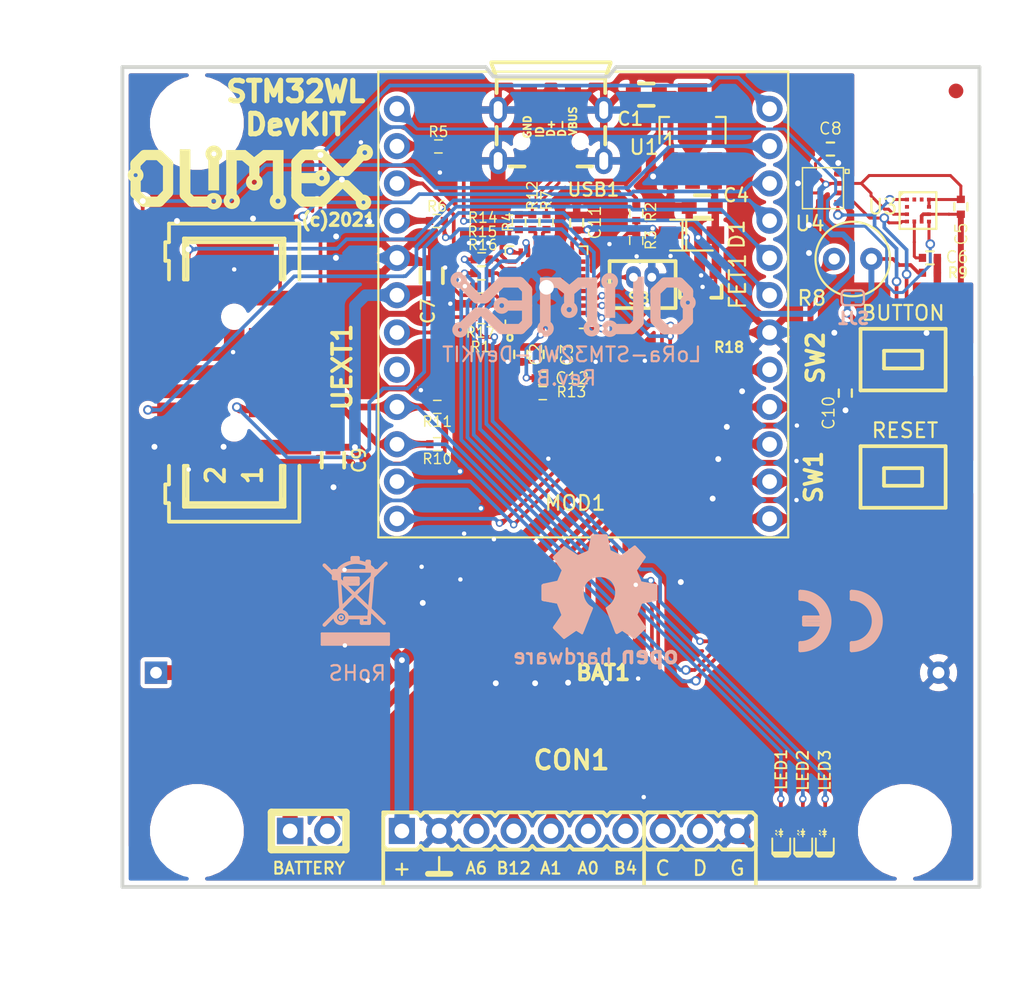
<source format=kicad_pcb>
(kicad_pcb (version 20171130) (host pcbnew 5.1.5+dfsg1-2build2)
  (layers (0 F.Cu signal) (1 In1.Cu signal hide) (2 In2.Cu signal hide) (31 B.Cu signal) (34 B.Paste user) (35 F.Paste user) (36 B.SilkS user hide) (37 F.SilkS user) (38 B.Mask user) (39 F.Mask user) (44 Edge.Cuts user))
  (net 0 "")
  (net 1 GND)
  (net 2 NRST)
  (net 3 PA10)
  (net 4 +3.3V)
  (net 5 PA9)
  (net 6 PB4)
  (net 7 PB2)
  (net 8 PB12)
  (net 9 PB6)
  (net 10 PB7)
  (net 11 PA7)
  (net 12 PA5)
  (net 13 PA6)
  (net 14 PA11)
  (net 15 "Net-(LED1-Pad2)")
  (net 16 PA8)
  (net 17 PA0)
  (net 18 PA1)
  (net 19 PA3)
  (net 20 PA2)
  (net 21 PA4)
  (net 22 "Net-(BAT1-Pad1)")
  (net 23 VDD)
  (net 24 "Net-(C6-Pad1)")
  (net 25 "Net-(FET1-Pad3)")
  (net 26 "Net-(U2-Pad20)")
  (net 27 "Net-(U2-Pad14)")
  (net 28 "Net-(USB1-Pad4)")
  (net 29 /CMSIS-DAP/5V_USB)
  (net 30 "Net-(C12-Pad1)")
  (net 31 /SWCLK2)
  (net 32 /SWDIO2)
  (net 33 "Net-(LED2-Pad2)")
  (net 34 "Net-(LED3-Pad2)")
  (net 35 /nBOOT0)
  (net 36 /SWDIO1)
  (net 37 /SWCLK1)
  (net 38 /CMSIS-DAP/nRESET)
  (net 39 /CMSIS-DAP/VDEB)
  (net 40 "Net-(R4-Pad2)")
  (net 41 /CMSIS-DAP/USBD_DP)
  (net 42 /CMSIS-DAP/USART_RX)
  (net 43 /CMSIS-DAP/USART_TX)
  (net 44 /CMSIS-DAP/USBD_N)
  (net 45 /CMSIS-DAP/USBD_DN)
  (net 46 /CMSIS-DAP/USBD_P)
  (net 47 "Net-(R14-Pad1)")
  (net 48 "Net-(R15-Pad1)")
  (net 49 "Net-(R16-Pad1)")
  (net 50 "Net-(U2-Pad2)")
  (net 51 "Net-(U2-Pad3)")
  (net 52 "Net-(U2-Pad6)")
  (net 53 "Net-(U2-Pad7)")
  (net 54 "Net-(U2-Pad15)")
  (net 55 "Net-(U2-Pad16)")
  (net 56 "Net-(U2-Pad19)")
  (net 57 "Net-(U2-Pad29)")
  (net 58 "Net-(U2-Pad18)")
  (net 59 "Net-(R17-Pad2)")
  (net 60 "Net-(SB1-Pad1)")
  (module OLIMEX_Connectors-FP:WU02S (layer F.Cu) (at 90.0684 100.6856)
    (fp_text reference SB1 (at 0.1016 1.4478) (layer F.SilkS) (effects (font (size 0.762 0.762) (thickness 0.1524))))
    (fp_text value SJ)
    (pad 2 thru_hole oval (at 0.625 0) (size 1 1.5) (drill 0.6) (layers *.Cu *.Mask) (net 1 GND))
    (pad 1 thru_hole oval (at -0.625 0) (size 1 1.5) (drill 0.6) (layers *.Cu *.Mask) (net 60 "Net-(SB1-Pad1)"))
  )
  (module OLIMEX_IC-FP:QFN-32_EP_5.3x5.3_Pitch0.5mm (layer F.Cu) (at 83.5152 101.3714 90)
    (fp_text reference U2 hide)
    (fp_text value STM32L052K8Ux)
    (pad 1 smd rect (at -2.35 -1.75 180) (size 0.3 0.6) (layers F.Cu F.Paste F.Mask) (net 23 VDD))
    (pad 2 smd rect (at -2.35 -1.25 180) (size 0.3 0.6) (layers F.Cu F.Paste F.Mask) (net 50 "Net-(U2-Pad2)"))
    (pad 3 smd rect (at -2.35 -0.75 180) (size 0.3 0.6) (layers F.Cu F.Paste F.Mask) (net 51 "Net-(U2-Pad3)"))
    (pad 4 smd rect (at -2.35 -0.25 180) (size 0.3 0.6) (layers F.Cu F.Paste F.Mask) (net 30 "Net-(C12-Pad1)"))
    (pad 5 smd rect (at -2.35 0.25 180) (size 0.3 0.6) (layers F.Cu F.Paste F.Mask) (net 23 VDD))
    (pad 6 smd rect (at -2.35 0.75 180) (size 0.3 0.6) (layers F.Cu F.Paste F.Mask) (net 52 "Net-(U2-Pad6)"))
    (pad 7 smd rect (at -2.35 1.25 180) (size 0.3 0.6) (layers F.Cu F.Paste F.Mask) (net 53 "Net-(U2-Pad7)"))
    (pad 8 smd rect (at -2.35 1.75 180) (size 0.3 0.6) (layers F.Cu F.Paste F.Mask) (net 43 /CMSIS-DAP/USART_TX))
    (pad 9 smd rect (at -1.75 2.35 90) (size 0.3 0.6) (layers F.Cu F.Paste F.Mask) (net 42 /CMSIS-DAP/USART_RX))
    (pad 10 smd rect (at -1.25 2.35 90) (size 0.3 0.6) (layers F.Cu F.Paste F.Mask) (net 36 /SWDIO1))
    (pad 11 smd rect (at -0.75 2.35 90) (size 0.3 0.6) (layers F.Cu F.Paste F.Mask) (net 37 /SWCLK1))
    (pad 12 smd rect (at -0.25 2.35 90) (size 0.3 0.6) (layers F.Cu F.Paste F.Mask) (net 60 "Net-(SB1-Pad1)"))
    (pad 13 smd rect (at 0.25 2.35 90) (size 0.3 0.6) (layers F.Cu F.Paste F.Mask) (net 39 /CMSIS-DAP/VDEB))
    (pad 14 smd rect (at 0.75 2.35 90) (size 0.3 0.6) (layers F.Cu F.Paste F.Mask) (net 27 "Net-(U2-Pad14)"))
    (pad 15 smd rect (at 1.25 2.35 90) (size 0.3 0.6) (layers F.Cu F.Paste F.Mask) (net 54 "Net-(U2-Pad15)"))
    (pad 16 smd rect (at 1.75 2.35 90) (size 0.3 0.6) (layers F.Cu F.Paste F.Mask) (net 55 "Net-(U2-Pad16)"))
    (pad 17 smd rect (at 2.35 1.75 180) (size 0.3 0.6) (layers F.Cu F.Paste F.Mask) (net 23 VDD))
    (pad 18 smd rect (at 2.35 1.25 180) (size 0.3 0.6) (layers F.Cu F.Paste F.Mask) (net 58 "Net-(U2-Pad18)"))
    (pad 19 smd rect (at 2.35 0.75 180) (size 0.3 0.6) (layers F.Cu F.Paste F.Mask) (net 56 "Net-(U2-Pad19)"))
    (pad 20 smd rect (at 2.35 0.25 180) (size 0.3 0.6) (layers F.Cu F.Paste F.Mask) (net 26 "Net-(U2-Pad20)"))
    (pad 21 smd rect (at 2.35 -0.25 180) (size 0.3 0.6) (layers F.Cu F.Paste F.Mask) (net 44 /CMSIS-DAP/USBD_N))
    (pad 22 smd rect (at 2.35 -0.75 180) (size 0.3 0.6) (layers F.Cu F.Paste F.Mask) (net 46 /CMSIS-DAP/USBD_P))
    (pad 23 smd rect (at 2.35 -1.25 180) (size 0.3 0.6) (layers F.Cu F.Paste F.Mask) (net 32 /SWDIO2))
    (pad 24 smd rect (at 2.35 -1.75 180) (size 0.3 0.6) (layers F.Cu F.Paste F.Mask) (net 31 /SWCLK2))
    (pad 25 smd rect (at 1.75 -2.35 90) (size 0.3 0.6) (layers F.Cu F.Paste F.Mask) (net 40 "Net-(R4-Pad2)"))
    (pad 26 smd rect (at 1.25 -2.35 90) (size 0.3 0.6) (layers F.Cu F.Paste F.Mask) (net 47 "Net-(R14-Pad1)"))
    (pad 27 smd rect (at 0.75 -2.35 90) (size 0.3 0.6) (layers F.Cu F.Paste F.Mask) (net 48 "Net-(R15-Pad1)"))
    (pad 28 smd rect (at 0.25 -2.35 90) (size 0.3 0.6) (layers F.Cu F.Paste F.Mask) (net 49 "Net-(R16-Pad1)"))
    (pad 29 smd rect (at -0.25 -2.35 90) (size 0.3 0.6) (layers F.Cu F.Paste F.Mask) (net 57 "Net-(U2-Pad29)"))
    (pad 30 smd rect (at -0.75 -2.35 90) (size 0.3 0.6) (layers F.Cu F.Paste F.Mask) (net 35 /nBOOT0))
    (pad 31 smd rect (at -1.25 -2.35 90) (size 0.3 0.6) (layers F.Cu F.Paste F.Mask) (net 59 "Net-(R17-Pad2)"))
    (pad 32 smd rect (at -1.75 -2.35 90) (size 0.3 0.6) (layers F.Cu F.Paste F.Mask) (net 38 /CMSIS-DAP/nRESET))
    (pad 33 smd rect (at 0 0 90) (size 3.45 3.45) (layers F.Cu F.Mask) (net 1 GND))
    (pad 33 thru_hole circle (at 0 0 90) (size 1.524 1.524) (drill 1) (layers *.Cu *.Mask) (net 1 GND))
  )
  (module OLIMEX_RLC-FP:C_0402_5MIL_DWS (layer F.Cu) (at 111.76 95.885 270)
    (fp_text reference C5 (at 1.8542 -0.0254 90) (layer F.SilkS) (effects (font (size 0.8 0.8) (thickness 0.1))))
    (fp_text value 2.2uF_6.3V)
    (pad 2 smd rect (at 0.508 0 270) (size 0.5 0.55) (layers F.Cu F.Paste F.Mask) (net 1 GND))
    (pad 1 smd rect (at -0.508 0 90) (size 0.5 0.55) (layers F.Cu F.Paste F.Mask) (net 23 VDD))
  )
  (module OLIMEX_Transistors-FP:SOT89 (layer F.Cu) (at 93.472 91.059)
    (fp_text reference U1 (at -3.302 0.762) (layer F.SilkS))
    (fp_text value ME6210-SOT89)
    (pad 2 smd trapezoid (at 0 0.7493 180) (size 1.50114 0.7493) (rect_delta 0 0.50038) (layers F.Cu F.Paste F.Mask) (net 29 /CMSIS-DAP/5V_USB) (clearance 0.0508))
    (pad 2 smd rect (at 0 -1.6002) (size 1.99898 4.0005) (layers F.Cu F.Paste F.Mask) (net 29 /CMSIS-DAP/5V_USB) (clearance 0.0508))
    (pad 3 smd rect (at 1.50114 2.35204) (size 1.00076 2.5019) (layers F.Cu F.Paste F.Mask) (net 4 +3.3V) (clearance 0.0508))
    (pad 2 smd rect (at 0 2.35204) (size 1.00076 2.5019) (layers F.Cu F.Paste F.Mask) (net 29 /CMSIS-DAP/5V_USB) (clearance 0.0508))
    (pad 1 smd rect (at -1.50114 2.35204) (size 1.00076 2.5019) (layers F.Cu F.Paste F.Mask) (net 1 GND) (clearance 0.0508))
  )
  (module OLIMEX_Connectors-FP:USB-MICRO_MISB-SWMM-5B_LF (layer F.Cu) (at 83.82 89.535 90)
    (fp_text reference USB1 (at -5.1816 2.8956) (layer F.SilkS) (effects (font (size 0.889 0.889) (thickness 0.1524))))
    (fp_text value USB-DEBUG)
    (fp_text user VBUS (at -0.5 1.5 90) (layer F.SilkS) (effects (font (size 0.508 0.508) (thickness 0.127))))
    (fp_text user D- (at -1 0.75 90) (layer F.SilkS) (effects (font (size 0.508 0.508) (thickness 0.127))))
    (fp_text user D+ (at -1 0 90) (layer F.SilkS) (effects (font (size 0.508 0.508) (thickness 0.127))))
    (fp_text user ID (at -1.25 -0.75 90) (layer F.SilkS) (effects (font (size 0.508 0.508) (thickness 0.127))))
    (fp_text user GND (at -0.9 -1.6 90) (layer F.SilkS) (effects (font (size 0.508 0.508) (thickness 0.127))))
    (pad 1 smd rect (at -3.15 1.3875 180) (size 0.5 1.65) (layers F.Cu F.Paste F.Mask) (net 29 /CMSIS-DAP/5V_USB))
    (pad 2 smd rect (at -3.15 0.65 180) (size 0.325 1.65) (layers F.Cu F.Paste F.Mask) (net 45 /CMSIS-DAP/USBD_DN))
    (pad 3 smd rect (at -3.15 0 180) (size 0.325 1.65) (layers F.Cu F.Paste F.Mask) (net 41 /CMSIS-DAP/USBD_DP))
    (pad 4 smd rect (at -3.15 -0.65 180) (size 0.325 1.65) (layers F.Cu F.Paste F.Mask) (net 28 "Net-(USB1-Pad4)"))
    (pad 5 smd rect (at -3.15 -1.3875 180) (size 0.5 1.65) (layers F.Cu F.Paste F.Mask) (net 1 GND))
    (pad "" np_thru_hole circle (at -1.9 2 180) (size 0.6 0.6) (drill 0.6) (layers *.Cu *.Mask))
    (pad "" np_thru_hole circle (at -1.9 -2 180) (size 0.6 0.6) (drill 0.6) (layers *.Cu *.Mask))
    (pad 0 smd rect (at 1.4 1.5 180) (size 1.1 1) (layers F.Cu F.Paste F.Mask) (net 1 GND))
    (pad 0 smd rect (at 1.4 -1.5 180) (size 1.1 1) (layers F.Cu F.Paste F.Mask) (net 1 GND))
    (pad 0 thru_hole oval (at 0.25 3.6 180) (size 1.2 1.8) (drill oval 0.6 1.2) (layers *.Cu *.Mask) (net 1 GND))
    (pad 0 thru_hole oval (at -3.22 3.6 180) (size 1.2 1.8) (drill oval 0.6 1.2) (layers *.Cu *.Mask) (net 1 GND))
    (pad 0 thru_hole oval (at -3.22 -3.6 180) (size 1.2 1.8) (drill oval 0.6 1.2) (layers *.Cu *.Mask) (net 1 GND))
    (pad 0 thru_hole oval (at 0.25 -3.6 180) (size 1.2 1.8) (drill oval 0.6 1.2) (layers *.Cu *.Mask) (net 1 GND))
  )
  (module OLIMEX_Diodes-FP:SOD-123_KA (layer F.Cu) (at 93.3958 97.8154)
    (fp_text reference D1 (at 3.0988 -0.0508 270) (layer F.SilkS) (effects (font (size 1.016 1.016) (thickness 0.1524))))
    (fp_text value 1N5819)
    (pad 2 smd rect (at 1.635 0) (size 1.2 1.2) (layers F.Cu F.Paste F.Mask) (net 4 +3.3V) (clearance 0.0508))
    (pad 1 smd rect (at -1.635 0) (size 1.2 1.2) (layers F.Cu F.Paste F.Mask) (net 23 VDD) (clearance 0.0508))
  )
  (module OLIMEX_Transistors-FP:SOT23 (layer F.Cu) (at 94.0308 101.4476 90)
    (fp_text reference FET1 (at 0.4826 2.5146 90) (layer F.SilkS) (effects (font (size 1.1 1.1) (thickness 0.1524))))
    (fp_text value WPM2015)
    (pad 1 smd rect (at 1.1 1 90) (size 0.9 0.8) (layers F.Cu F.Paste F.Mask) (net 4 +3.3V) (clearance 0.0508))
    (pad 2 smd rect (at 1.1 -1 90) (size 0.9 0.8) (layers F.Cu F.Paste F.Mask) (net 23 VDD) (clearance 0.0508))
    (pad 3 smd rect (at -1.1 0 90) (size 0.9 0.8) (layers F.Cu F.Paste F.Mask) (net 25 "Net-(FET1-Pad3)") (clearance 0.0508))
  )
  (module OLIMEX_Jumpers-FP:HN1x2_Jumper (layer F.Cu) (at 67.31 138.43)
    (fp_text reference JP2 hide)
    (fp_text value JP1E hide)
    (pad 2 thru_hole circle (at 1.27 0 90) (size 1.8 1.8) (drill 1) (layers *.Cu *.Mask) (net 25 "Net-(FET1-Pad3)"))
    (pad 1 thru_hole rect (at -1.27 0 90) (size 1.8 1.8) (drill 1) (layers *.Cu *.Mask) (net 22 "Net-(BAT1-Pad1)"))
  )
  (module OLIMEX_LEDs-FP:LED_0603_KA (layer F.Cu) (at 99.4918 138.557 90)
    (fp_text reference LED1 (at 4.318 0.0254 90) (layer F.SilkS) (effects (font (size 0.762 0.762) (thickness 0.127))))
    (fp_text value RLED)
    (pad 2 smd rect (at 0.762 0 270) (size 0.8 0.8) (layers F.Cu F.Paste F.Mask) (net 15 "Net-(LED1-Pad2)"))
    (pad 1 smd rect (at -0.762 0 270) (size 0.8 0.8) (layers F.Cu F.Paste F.Mask) (net 1 GND))
  )
  (module OLIMEX_LEDs-FP:LED_0603_KA (layer F.Cu) (at 100.9904 138.557 90)
    (fp_text reference LED2 (at 4.2672 0 90) (layer F.SilkS) (effects (font (size 0.762 0.762) (thickness 0.127))))
    (fp_text value GLED)
    (pad 2 smd rect (at 0.762 0 270) (size 0.8 0.8) (layers F.Cu F.Paste F.Mask) (net 33 "Net-(LED2-Pad2)"))
    (pad 1 smd rect (at -0.762 0 270) (size 0.8 0.8) (layers F.Cu F.Paste F.Mask) (net 1 GND))
  )
  (module OLIMEX_LEDs-FP:LED_0603_KA (layer F.Cu) (at 102.4636 138.557 90)
    (fp_text reference LED3 (at 4.2672 0.0254 90) (layer F.SilkS) (effects (font (size 0.762 0.762) (thickness 0.127))))
    (fp_text value YLED)
    (pad 2 smd rect (at 0.762 0 270) (size 0.8 0.8) (layers F.Cu F.Paste F.Mask) (net 34 "Net-(LED3-Pad2)"))
    (pad 1 smd rect (at -0.762 0 270) (size 0.8 0.8) (layers F.Cu F.Paste F.Mask) (net 1 GND))
  )
  (module OLIMEX_RLC-FP:R_0402_5MIL_DWS (layer F.Cu) (at 79.0702 103.4034)
    (fp_text reference R1 (at -0.0508 2.032) (layer F.SilkS) (effects (font (size 0.7 0.7) (thickness 0.1))))
    (fp_text value 220R)
    (pad 2 smd rect (at 0.508 0) (size 0.5 0.55) (layers F.Cu F.Paste F.Mask) (net 38 /CMSIS-DAP/nRESET))
    (pad 1 smd rect (at -0.508 0 180) (size 0.5 0.55) (layers F.Cu F.Paste F.Mask) (net 2 NRST))
  )
  (module OLIMEX_RLC-FP:R_0402_5MIL_DWS (layer F.Cu) (at 89.6366 96.3168 90)
    (fp_text reference R2 (at 0.0762 0.9906 90) (layer F.SilkS) (effects (font (size 0.7 0.7) (thickness 0.1))))
    (fp_text value 1.5K)
    (pad 2 smd rect (at 0.508 0 90) (size 0.5 0.55) (layers F.Cu F.Paste F.Mask) (net 29 /CMSIS-DAP/5V_USB))
    (pad 1 smd rect (at -0.508 0 270) (size 0.5 0.55) (layers F.Cu F.Paste F.Mask) (net 39 /CMSIS-DAP/VDEB))
  )
  (module OLIMEX_RLC-FP:R_0402_5MIL_DWS (layer F.Cu) (at 89.6366 98.1964 90)
    (fp_text reference R3 (at 0.0508 0.9906 90) (layer F.SilkS) (effects (font (size 0.7 0.7) (thickness 0.1))))
    (fp_text value 2.2K)
    (pad 2 smd rect (at 0.508 0 90) (size 0.5 0.55) (layers F.Cu F.Paste F.Mask) (net 39 /CMSIS-DAP/VDEB))
    (pad 1 smd rect (at -0.508 0 270) (size 0.5 0.55) (layers F.Cu F.Paste F.Mask) (net 1 GND))
  )
  (module OLIMEX_RLC-FP:R_0402_5MIL_DWS (layer F.Cu) (at 81.6356 96.9264 270)
    (fp_text reference R4 (at 0 0.7366 90) (layer F.SilkS) (effects (font (size 0.7 0.7) (thickness 0.1))))
    (fp_text value 1.5K)
    (pad 2 smd rect (at 0.508 0 270) (size 0.5 0.55) (layers F.Cu F.Paste F.Mask) (net 40 "Net-(R4-Pad2)"))
    (pad 1 smd rect (at -0.508 0 90) (size 0.5 0.55) (layers F.Cu F.Paste F.Mask) (net 41 /CMSIS-DAP/USBD_DP))
  )
  (module OLIMEX_RLC-FP:R_0402_5MIL_DWS (layer F.Cu) (at 83.5152 96.9264 270)
    (fp_text reference R7 (at -1.4732 0 90) (layer F.SilkS) (effects (font (size 0.7 0.7) (thickness 0.1))))
    (fp_text value 22R)
    (pad 2 smd rect (at 0.508 0 270) (size 0.5 0.55) (layers F.Cu F.Paste F.Mask) (net 44 /CMSIS-DAP/USBD_N))
    (pad 1 smd rect (at -0.508 0 90) (size 0.5 0.55) (layers F.Cu F.Paste F.Mask) (net 45 /CMSIS-DAP/USBD_DN))
  )
  (module OLIMEX_RLC-FP:R_0402_5MIL_DWS (layer F.Cu) (at 82.55 96.9264 270)
    (fp_text reference R12 (at -1.8034 0 90) (layer F.SilkS) (effects (font (size 0.7 0.7) (thickness 0.1))))
    (fp_text value 22R)
    (pad 2 smd rect (at 0.508 0 270) (size 0.5 0.55) (layers F.Cu F.Paste F.Mask) (net 46 /CMSIS-DAP/USBD_P))
    (pad 1 smd rect (at -0.508 0 90) (size 0.5 0.55) (layers F.Cu F.Paste F.Mask) (net 41 /CMSIS-DAP/USBD_DP))
  )
  (module OLIMEX_RLC-FP:R_0402_5MIL_DWS (layer F.Cu) (at 83.2612 108.585)
    (fp_text reference R13 (at 1.9558 -0.0762) (layer F.SilkS) (effects (font (size 0.7 0.7) (thickness 0.1))))
    (fp_text value 10K)
    (pad 2 smd rect (at 0.508 0) (size 0.5 0.55) (layers F.Cu F.Paste F.Mask) (net 23 VDD))
    (pad 1 smd rect (at -0.508 0 180) (size 0.5 0.55) (layers F.Cu F.Paste F.Mask) (net 30 "Net-(C12-Pad1)"))
  )
  (module OLIMEX_RLC-FP:R_0402_5MIL_DWS (layer F.Cu) (at 79.0956 99.4664 180)
    (fp_text reference R14 (at -0.0762 2.8448) (layer F.SilkS) (effects (font (size 0.7 0.7) (thickness 0.1))))
    (fp_text value 2.2K)
    (pad 2 smd rect (at 0.508 0 180) (size 0.5 0.55) (layers F.Cu F.Paste F.Mask) (net 34 "Net-(LED3-Pad2)"))
    (pad 1 smd rect (at -0.508 0) (size 0.5 0.55) (layers F.Cu F.Paste F.Mask) (net 47 "Net-(R14-Pad1)"))
  )
  (module OLIMEX_RLC-FP:R_0402_5MIL_DWS (layer F.Cu) (at 79.0702 100.4062 180)
    (fp_text reference R15 (at -0.0762 2.8194) (layer F.SilkS) (effects (font (size 0.7 0.7) (thickness 0.1))))
    (fp_text value 10K)
    (pad 2 smd rect (at 0.508 0 180) (size 0.5 0.55) (layers F.Cu F.Paste F.Mask) (net 33 "Net-(LED2-Pad2)"))
    (pad 1 smd rect (at -0.508 0) (size 0.5 0.55) (layers F.Cu F.Paste F.Mask) (net 48 "Net-(R15-Pad1)"))
  )
  (module OLIMEX_RLC-FP:R_0402_5MIL_DWS (layer F.Cu) (at 79.0702 101.3206 180)
    (fp_text reference R16 (at -0.1016 2.8448) (layer F.SilkS) (effects (font (size 0.7 0.7) (thickness 0.1))))
    (fp_text value 2.2K)
    (pad 2 smd rect (at 0.508 0 180) (size 0.5 0.55) (layers F.Cu F.Paste F.Mask) (net 15 "Net-(LED1-Pad2)"))
    (pad 1 smd rect (at -0.508 0) (size 0.5 0.55) (layers F.Cu F.Paste F.Mask) (net 49 "Net-(R16-Pad1)"))
  )
  (module OLIMEX_RLC-FP:R_0402_5MIL_DWS (layer F.Cu) (at 79.0448 102.489)
    (fp_text reference R17 (at -0.0254 1.9558) (layer F.SilkS) (effects (font (size 0.7 0.7) (thickness 0.1))))
    (fp_text value 10K)
    (pad 2 smd rect (at 0.508 0) (size 0.5 0.55) (layers F.Cu F.Paste F.Mask) (net 59 "Net-(R17-Pad2)"))
    (pad 1 smd rect (at -0.508 0 180) (size 0.5 0.55) (layers F.Cu F.Paste F.Mask) (net 1 GND))
  )
  (module OLIMEX_RLC-FP:R_0402_SMALL (layer F.Cu) (at 96.012 104.4448 180)
    (fp_text reference R18 (at 0.0508 -1.016) (layer F.SilkS) (effects (font (size 0.7 0.7))))
    (fp_text value 10K)
    (pad 2 smd rect (at 0.508 0 180) (size 0.5 0.55) (layers F.Cu F.Paste F.Mask) (net 4 +3.3V))
    (pad 1 smd rect (at -0.508 0) (size 0.5 0.55) (layers F.Cu F.Paste F.Mask) (net 1 GND))
  )
  (module OLIMEX_RLC-FP:C_0402_5MIL_DWS (layer F.Cu) (at 85.5726 96.9772 90)
    (fp_text reference C11 (at 0.0254 1.2446 90) (layer F.SilkS) (effects (font (size 0.8 0.8) (thickness 0.1))))
    (fp_text value "2.2 uF")
    (pad 2 smd rect (at 0.508 0 90) (size 0.5 0.55) (layers F.Cu F.Paste F.Mask) (net 1 GND))
    (pad 1 smd rect (at -0.508 0 270) (size 0.5 0.55) (layers F.Cu F.Paste F.Mask) (net 23 VDD))
  )
  (module OLIMEX_RLC-FP:C_0402_5MIL_DWS (layer F.Cu) (at 83.7692 105.9434 270)
    (fp_text reference C3 (at 0.0254 -1.143 90) (layer F.SilkS) (effects (font (size 0.8 0.8) (thickness 0.1))))
    (fp_text value 100n)
    (pad 2 smd rect (at 0.508 0 270) (size 0.5 0.55) (layers F.Cu F.Paste F.Mask) (net 1 GND))
    (pad 1 smd rect (at -0.508 0 90) (size 0.5 0.55) (layers F.Cu F.Paste F.Mask) (net 23 VDD))
  )
  (module OLIMEX_RLC-FP:C_0603_5MIL_DWS (layer F.Cu) (at 94.1324 95.8596 180)
    (fp_text reference C4 (at -2.3114 0.762) (layer F.SilkS) (effects (font (size 0.9 0.9))))
    (fp_text value 4.7uF_6.3V)
    (pad 2 smd rect (at 0.889 0 180) (size 1.016 1.016) (layers F.Cu F.Paste F.Mask) (net 1 GND) (clearance 0.0508))
    (pad 1 smd rect (at -0.889 0 180) (size 1.016 1.016) (layers F.Cu F.Paste F.Mask) (net 4 +3.3V) (clearance 0.0508))
  )
  (module OLIMEX_RLC-FP:C_0402_5MIL_DWS (layer F.Cu) (at 83.2612 107.569001)
    (fp_text reference C12 (at 2.0066 -0.000001) (layer F.SilkS) (effects (font (size 0.8 0.8) (thickness 0.1))))
    (fp_text value 100n)
    (pad 2 smd rect (at 0.508 0) (size 0.5 0.55) (layers F.Cu F.Paste F.Mask) (net 1 GND))
    (pad 1 smd rect (at -0.508 0 180) (size 0.5 0.55) (layers F.Cu F.Paste F.Mask) (net 30 "Net-(C12-Pad1)"))
  )
  (module OLIMEX_RLC-FP:C_0603_5MIL_DWS (layer F.Cu) (at 90.3224 88.2396)
    (fp_text reference C1 (at -1.0922 1.651) (layer F.SilkS) (effects (font (size 0.9 0.9))))
    (fp_text value 4.7uF_6.3V)
    (pad 2 smd rect (at 0.889 0) (size 1.016 1.016) (layers F.Cu F.Paste F.Mask) (net 29 /CMSIS-DAP/5V_USB) (clearance 0.0508))
    (pad 1 smd rect (at -0.889 0) (size 1.016 1.016) (layers F.Cu F.Paste F.Mask) (net 1 GND) (clearance 0.0508))
  )
  (module OLIMEX_RLC-FP:C_0402_5MIL_DWS (layer F.Cu) (at 81.7626 105.9434 270)
    (fp_text reference C2 (at 0 -1.0414 90) (layer F.SilkS) (effects (font (size 0.8 0.8) (thickness 0.1))))
    (fp_text value 100n)
    (pad 2 smd rect (at 0.508 0 270) (size 0.5 0.55) (layers F.Cu F.Paste F.Mask) (net 1 GND))
    (pad 1 smd rect (at -0.508 0 90) (size 0.5 0.55) (layers F.Cu F.Paste F.Mask) (net 23 VDD))
  )
  (module OLIMEX_Cases-FP:BB-STM32WLE (layer F.Cu) (at 86.024 103.18)
    (fp_text reference MOD1 (at -0.553 12.898) (layer F.SilkS))
    (fp_text value BB-STM32WL)
    (pad 24 thru_hole circle (at 12.7 -13.97) (size 1.778 1.778) (drill 1) (layers *.Cu *.Mask) (net 14 PA11))
    (pad 23 thru_hole circle (at 12.7 -11.43) (size 1.778 1.778) (drill 1) (layers *.Cu *.Mask) (net 11 PA7))
    (pad 22 thru_hole circle (at 12.7 -8.89) (size 1.778 1.778) (drill 1) (layers *.Cu *.Mask) (net 12 PA5))
    (pad 21 thru_hole circle (at 12.7 -6.35) (size 1.778 1.778) (drill 1) (layers *.Cu *.Mask) (net 21 PA4))
    (pad 20 thru_hole circle (at 12.7 -3.81) (size 1.778 1.778) (drill 1) (layers *.Cu *.Mask) (net 19 PA3))
    (pad 19 thru_hole circle (at 12.7 -1.27) (size 1.778 1.778) (drill 1) (layers *.Cu *.Mask) (net 20 PA2))
    (pad 18 thru_hole circle (at 12.7 1.27) (size 1.778 1.778) (drill 1) (layers *.Cu *.Mask) (net 1 GND))
    (pad 17 thru_hole circle (at 12.7 3.81) (size 1.778 1.778) (drill 1) (layers *.Cu *.Mask) (net 13 PA6))
    (pad 16 thru_hole circle (at 12.7 6.35) (size 1.778 1.778) (drill 1) (layers *.Cu *.Mask) (net 8 PB12))
    (pad 15 thru_hole circle (at 12.7 8.89) (size 1.778 1.778) (drill 1) (layers *.Cu *.Mask) (net 18 PA1))
    (pad 14 thru_hole circle (at 12.7 11.43) (size 1.778 1.778) (drill 1) (layers *.Cu *.Mask) (net 17 PA0))
    (pad 13 thru_hole circle (at 12.7 13.97) (size 1.778 1.778) (drill 1) (layers *.Cu *.Mask) (net 6 PB4))
    (pad 12 thru_hole circle (at -12.7 -13.97) (size 1.778 1.778) (drill 1) (layers *.Cu *.Mask) (net 16 PA8))
    (pad 11 thru_hole circle (at -12.7 -11.43) (size 1.778 1.778) (drill 1) (layers *.Cu *.Mask) (net 9 PB6))
    (pad 10 thru_hole circle (at -12.7 -8.89) (size 1.778 1.778) (drill 1) (layers *.Cu *.Mask) (net 35 /nBOOT0))
    (pad 9 thru_hole circle (at -12.7 -6.35) (size 1.778 1.778) (drill 1) (layers *.Cu *.Mask) (net 10 PB7))
    (pad 8 thru_hole circle (at -12.7 -3.81) (size 1.778 1.778) (drill 1) (layers *.Cu *.Mask) (net 1 GND))
    (pad 7 thru_hole circle (at -12.7 -1.27) (size 1.778 1.778) (drill 1) (layers *.Cu *.Mask) (net 23 VDD))
    (pad 6 thru_hole circle (at -12.7 1.27) (size 1.778 1.778) (drill 1) (layers *.Cu *.Mask) (net 2 NRST))
    (pad 5 thru_hole circle (at -12.7 3.81) (size 1.778 1.778) (drill 1) (layers *.Cu *.Mask) (net 7 PB2))
    (pad 4 thru_hole circle (at -12.7 6.35) (size 1.778 1.778) (drill 1) (layers *.Cu *.Mask) (net 5 PA9))
    (pad 3 thru_hole circle (at -12.7 8.89) (size 1.778 1.778) (drill 1) (layers *.Cu *.Mask) (net 3 PA10))
    (pad 2 thru_hole circle (at -12.7 11.43) (size 1.778 1.778) (drill 1) (layers *.Cu *.Mask) (net 36 /SWDIO1))
    (pad 1 thru_hole circle (at -12.7 13.97) (size 1.778 1.778) (drill 1) (layers *.Cu *.Mask) (net 37 /SWCLK1))
  )
  (module OLIMEX_LOGOs-FP:OLIMEX_LOGO_TB (layer B.Cu) (at 85.1662 102.5398 180)
    (fp_text reference "" hide)
    (fp_text value "" hide)
  )
  (module OLIMEX_LOGOs-FP:LOGO_RECYCLEBIN_1 (layer B.Cu) (at 72.8218 125.7808 180)
    (fp_text reference "" hide)
    (fp_text value "" hide)
  )
  (module OLIMEX_LOGOs-FP:LOGO_OPENHARDWARE_8x8 (layer B.Cu) (at 87.1347 122.2756 180)
    (fp_text reference "" hide)
    (fp_text value "" hide)
    (fp_text user open (at -3.40106 -4.17576) (layer B.SilkS) (effects (font (size 1.1 1.1) (thickness 0.254)) (justify mirror)))
    (fp_text user hardware (at 2.51206 -4.2672) (layer B.SilkS) (effects (font (thickness 0.18)) (justify mirror)))
  )
  (module OLIMEX_LOGOs-FP:CE_Sign (layer B.Cu) (at 102.5652 124.1171 180)
    (fp_text reference REF** hide)
    (fp_text value CE_Sign hide)
  )
  (module OLIMEX_Jumpers-FP:SJ_1_SMALLER_TIED (layer B.Cu) (at 104.394 102.0826 180)
    (fp_text reference SJ1 (at -0.0254 -1.4097) (layer B.SilkS) (effects (font (size 0.8 0.8) (thickness 0.2)) (justify mirror)))
    (fp_text value SJ_Closed hide)
    (pad 1 smd custom (at -0.381 0 180) (size 0.508 0.762) (layers B.Cu B.Mask) (net 6 PB4) (clearance 0.0508) (options (clearance outline) (anchor rect)) (primitives (gr_line (start 0 0) (end 0.762 0) (width 0.508))))
    (pad 2 smd rect (at 0.381 0 180) (size 0.508 0.762) (layers B.Cu B.Mask) (net 6 PB4) (clearance 0.0508))
  )
  (module OLIMEX_LOGOs-FP:OLIMEX_LOGO_TB (layer F.Cu) (at 63.5 93.853)
    (fp_text reference "" hide)
    (fp_text value "" hide)
  )
  (module OLIMEX_Other-FP:Fiducial1x3_transp (layer F.Cu) (at 56.1086 140.7668)
    (fp_text reference Ref* hide)
    (fp_text value Val** hide)
    (pad Fid1 connect circle (at 0 0) (size 1 1) (layers F.Cu F.Mask) (clearance 1.016))
  )
  (module OLIMEX_Other-FP:Fiducial1x3_transp (layer F.Cu) (at 111.4298 87.9856)
    (fp_text reference Ref* hide)
    (fp_text value Val** hide)
    (pad Fid1 connect circle (at 0 0) (size 1 1) (layers F.Cu F.Mask) (clearance 1.016))
  )
  (module OLIMEX_Other-FP:Rubber_feet (layer F.Cu) (at 107.95 90.17)
    (fp_text reference MountingHole* hide)
    (fp_text value Rubber_feet hide)
    (pad "" np_thru_hole circle (at 0 0) (size 3.3 3.3) (drill 3.3) (layers *.Cu *.Mask) (clearance 1.55))
  )
  (module OLIMEX_Other-FP:Rubber_feet (layer F.Cu) (at 59.69 90.17)
    (fp_text reference MountingHole* hide)
    (fp_text value Rubber_feet hide)
    (pad "" np_thru_hole circle (at 0 0) (size 3.3 3.3) (drill 3.3) (layers *.Cu *.Mask) (clearance 1.55))
  )
  (module OLIMEX_Other-FP:Rubber_feet (layer F.Cu) (at 107.95 138.43)
    (fp_text reference MountingHole* hide)
    (fp_text value Rubber_feet hide)
    (pad "" np_thru_hole circle (at 0 0) (size 3.3 3.3) (drill 3.3) (layers *.Cu *.Mask) (clearance 1.55))
  )
  (module OLIMEX_Other-FP:Rubber_feet (layer F.Cu) (at 59.69 138.43)
    (fp_text reference MountingHole* hide)
    (fp_text value Rubber_feet hide)
    (pad "" np_thru_hole circle (at 0 0) (size 3.3 3.3) (drill 3.3) (layers *.Cu *.Mask) (clearance 1.55))
  )
  (module OLIMEX_IC-FP:LGA-12_2X2_0.5 (layer F.Cu) (at 108.839 96.139)
    (fp_text reference U3 (at -2.413 -0.254) (layer F.SilkS))
    (fp_text value IIS2MDC)
    (pad 12 smd rect (at -0.25 -0.75 270) (size 0.275 0.25) (layers F.Cu F.Paste F.Mask))
    (pad 11 smd rect (at 0.25 -0.75 270) (size 0.275 0.25) (layers F.Cu F.Paste F.Mask))
    (pad 10 smd rect (at 0.75 -0.75 180) (size 0.275 0.25) (layers F.Cu F.Paste F.Mask) (net 23 VDD))
    (pad 9 smd rect (at 0.75 -0.25 180) (size 0.275 0.25) (layers F.Cu F.Paste F.Mask) (net 23 VDD))
    (pad 8 smd rect (at 0.75 0.25 180) (size 0.275 0.25) (layers F.Cu F.Paste F.Mask) (net 1 GND))
    (pad 7 smd rect (at 0.75 0.75 180) (size 0.275 0.25) (layers F.Cu F.Paste F.Mask) (net 16 PA8))
    (pad 6 smd rect (at 0.25 0.75 90) (size 0.275 0.25) (layers F.Cu F.Paste F.Mask) (net 1 GND))
    (pad 5 smd rect (at -0.25 0.75 90) (size 0.275 0.25) (layers F.Cu F.Paste F.Mask) (net 24 "Net-(C6-Pad1)"))
    (pad 4 smd rect (at -0.75 0.75) (size 0.275 0.25) (layers F.Cu F.Paste F.Mask) (net 3 PA10))
    (pad 3 smd rect (at -0.75 0.25) (size 0.275 0.25) (layers F.Cu F.Paste F.Mask) (net 23 VDD))
    (pad 2 smd rect (at -0.75 -0.25) (size 0.275 0.25) (layers F.Cu F.Paste F.Mask))
    (pad 1 smd rect (at -0.75 -0.75) (size 0.275 0.25) (layers F.Cu F.Paste F.Mask) (net 5 PA9))
  )
  (module OLIMEX_IC-FP:BME280 (layer F.Cu) (at 102.362 94.615)
    (fp_text reference U4 (at -0.889 2.413) (layer F.SilkS))
    (fp_text value BME280)
    (pad 8 smd rect (at -1.025 -0.975) (size 0.5 0.325) (layers F.Cu F.Paste F.Mask) (net 23 VDD))
    (pad 7 smd rect (at -1.025 -0.325) (size 0.5 0.325) (layers F.Cu F.Paste F.Mask) (net 1 GND))
    (pad 6 smd rect (at -1.025 0.325) (size 0.5 0.325) (layers F.Cu F.Paste F.Mask) (net 23 VDD))
    (pad 5 smd rect (at -1.025 0.975) (size 0.5 0.325) (layers F.Cu F.Paste F.Mask) (net 23 VDD))
    (pad 4 smd rect (at 1.025 0.975) (size 0.5 0.325) (layers F.Cu F.Paste F.Mask) (net 5 PA9))
    (pad 3 smd rect (at 1.025 0.325) (size 0.5 0.325) (layers F.Cu F.Paste F.Mask) (net 3 PA10))
    (pad 2 smd rect (at 1.025 -0.325) (size 0.5 0.325) (layers F.Cu F.Paste F.Mask) (net 23 VDD))
    (pad 1 smd rect (at 1.025 -0.975) (size 0.5 0.325) (layers F.Cu F.Paste F.Mask) (net 1 GND))
  )
  (module OLIMEX_Connectors-FP:GBH-254-SMT-10 (layer F.Cu) (at 62.23 107.188 90)
    (fp_text reference UEXT1 (at 0.381 7.366 90) (layer F.SilkS) (effects (font (size 1.27 1.27) (thickness 0.254))))
    (fp_text value BH10S)
    (fp_text user 1 (at -6.985 1.27 90) (layer F.SilkS) (effects (font (size 1.27 1.27) (thickness 0.254))))
    (fp_text user 2 (at -6.985 -1.27 90) (layer F.SilkS) (effects (font (size 1.27 1.27) (thickness 0.254))))
    (pad "" np_thru_hole circle (at 3.81 0 90) (size 1.2 1.2) (drill 1.2) (layers *.Cu *.Mask))
    (pad 1 smd rect (at -5.08 3.125 180) (size 4.25 1) (layers F.Cu F.Mask) (net 23 VDD))
    (pad 2 smd rect (at -5.08 -3.125 180) (size 4.25 1) (layers F.Cu F.Mask) (net 1 GND))
    (pad 3 smd rect (at -2.54 3.125 180) (size 4.25 1) (layers F.Cu F.Mask) (net 20 PA2))
    (pad 4 smd rect (at -2.54 -3.125 180) (size 4.25 1) (layers F.Cu F.Mask) (net 19 PA3))
    (pad 5 smd rect (at 0 3.125 180) (size 4.25 1) (layers F.Cu F.Mask) (net 5 PA9))
    (pad 6 smd rect (at 0 -3.125 180) (size 4.25 1) (layers F.Cu F.Mask) (net 3 PA10))
    (pad 7 smd rect (at 2.54 3.125 180) (size 4.25 1) (layers F.Cu F.Mask) (net 14 PA11))
    (pad 8 smd rect (at 2.54 -3.125 180) (size 4.25 1) (layers F.Cu F.Mask) (net 11 PA7))
    (pad 9 smd rect (at 5.08 3.125 180) (size 4.25 1) (layers F.Cu F.Mask) (net 12 PA5))
    (pad 10 smd rect (at 5.08 -3.125 180) (size 4.25 1) (layers F.Cu F.Mask) (net 21 PA4))
    (pad "" np_thru_hole circle (at -3.81 0 90) (size 1.2 1.2) (drill 1.2) (layers *.Cu *.Mask))
  )
  (module "OLIMEX_Buttons-FP:T1107A(6x3,8x2,5MM)" (layer F.Cu) (at 107.823 106.299)
    (fp_text reference SW2 (at -5.969 -0.127 90) (layer F.SilkS) (effects (font (size 1.143 1.143) (thickness 0.254))))
    (fp_text value "T1107A(6x3,8x2,5MM)")
    (pad 2 smd rect (at 3.937 0 90) (size 1.016 1.524) (layers F.Cu F.Paste F.Mask) (net 1 GND) (clearance 0.0508))
    (pad 1 smd rect (at -3.937 0 90) (size 1.016 1.524) (layers F.Cu F.Paste F.Mask) (net 17 PA0) (clearance 0.0508))
  )
  (module "OLIMEX_Buttons-FP:T1107A(6x3,8x2,5MM)" (layer F.Cu) (at 107.823 114.3)
    (fp_text reference SW1 (at -6.096 0 90) (layer F.SilkS) (effects (font (size 1.143 1.143) (thickness 0.254))))
    (fp_text value "T1107A(6x3,8x2,5MM)")
    (pad 2 smd rect (at 3.937 0 90) (size 1.016 1.524) (layers F.Cu F.Paste F.Mask) (net 1 GND) (clearance 0.0508))
    (pad 1 smd rect (at -3.937 0 90) (size 1.016 1.524) (layers F.Cu F.Paste F.Mask) (net 2 NRST) (clearance 0.0508))
  )
  (module OLIMEX_RLC-FP:R_0402_5MIL_DWS (layer F.Cu) (at 76.073 109.5248 180)
    (fp_text reference R11 (at 0 -1) (layer F.SilkS) (effects (font (size 0.7 0.7) (thickness 0.1))))
    (fp_text value 10k)
    (pad 2 smd rect (at 0.508 0 180) (size 0.5 0.55) (layers F.Cu F.Paste F.Mask) (net 5 PA9))
    (pad 1 smd rect (at -0.508 0) (size 0.5 0.55) (layers F.Cu F.Paste F.Mask) (net 23 VDD))
  )
  (module OLIMEX_RLC-FP:R_0402_5MIL_DWS (layer F.Cu) (at 76.073 112.0648 180)
    (fp_text reference R10 (at 0 -1) (layer F.SilkS) (effects (font (size 0.7 0.7) (thickness 0.1))))
    (fp_text value 10k)
    (pad 2 smd rect (at 0.508 0 180) (size 0.5 0.55) (layers F.Cu F.Paste F.Mask) (net 3 PA10))
    (pad 1 smd rect (at -0.508 0) (size 0.5 0.55) (layers F.Cu F.Paste F.Mask) (net 23 VDD))
  )
  (module OLIMEX_RLC-FP:R_0402_SMALL (layer F.Cu) (at 109.6518 100.3808 180)
    (fp_text reference R9 (at -1.905 0) (layer F.SilkS) (effects (font (size 0.7 0.7) (thickness 0.127))))
    (fp_text value 10K)
    (pad 2 smd rect (at 0.508 0 180) (size 0.5 0.55) (layers F.Cu F.Paste F.Mask) (net 6 PB4))
    (pad 1 smd rect (at -0.508 0) (size 0.5 0.55) (layers F.Cu F.Paste F.Mask) (net 1 GND))
  )
  (module OLIMEX_RLC-FP:R_PHOTO (layer F.Cu) (at 104.394 99.441)
    (fp_text reference R8 (at -2.794 2.667) (layer F.SilkS))
    (fp_text value R_PHOTO-Device)
    (pad 2 thru_hole circle (at 1.27 0) (size 1.524 1.524) (drill 0.762) (layers *.Cu *.Mask) (net 6 PB4))
    (pad 1 thru_hole circle (at -1.27 0) (size 1.524 1.524) (drill 0.762) (layers *.Cu *.Mask) (net 8 PB12))
  )
  (module OLIMEX_RLC-FP:R_0402_5MIL_DWS (layer F.Cu) (at 76.0476 96.8502)
    (fp_text reference R6 (at 0 -1) (layer F.SilkS) (effects (font (size 0.7 0.7) (thickness 0.1))))
    (fp_text value 220R)
    (pad 2 smd rect (at 0.508 0) (size 0.5 0.55) (layers F.Cu F.Paste F.Mask) (net 43 /CMSIS-DAP/USART_TX))
    (pad 1 smd rect (at -0.508 0 180) (size 0.5 0.55) (layers F.Cu F.Paste F.Mask) (net 10 PB7))
  )
  (module OLIMEX_RLC-FP:R_0402_5MIL_DWS (layer F.Cu) (at 76.1492 91.7702)
    (fp_text reference R5 (at 0 -1) (layer F.SilkS) (effects (font (size 0.7 0.7) (thickness 0.1))))
    (fp_text value 220R)
    (pad 2 smd rect (at 0.508 0) (size 0.5 0.55) (layers F.Cu F.Paste F.Mask) (net 42 /CMSIS-DAP/USART_RX))
    (pad 1 smd rect (at -0.508 0 180) (size 0.5 0.55) (layers F.Cu F.Paste F.Mask) (net 9 PB6))
  )
  (module OLIMEX_Connectors-FP:HN1x10 (layer F.Cu) (at 85.09 138.43)
    (fp_text reference CON1 (at 0.127 -4.826) (layer F.SilkS) (effects (font (size 1.27 1.27) (thickness 0.254))))
    (fp_text value CON10)
    (pad 4 thru_hole circle (at -3.81 0) (size 1.778 1.778) (drill 1) (layers *.Cu *.Mask) (net 8 PB12))
    (pad 3 thru_hole circle (at -6.35 0) (size 1.778 1.778) (drill 1) (layers *.Cu *.Mask) (net 13 PA6))
    (pad 2 thru_hole circle (at -8.89 0) (size 1.778 1.778) (drill 1) (layers *.Cu *.Mask) (net 1 GND))
    (pad 1 thru_hole rect (at -11.43 0) (size 1.778 1.778) (drill 1) (layers *.Cu *.Mask) (net 23 VDD))
    (pad 5 thru_hole circle (at -1.27 0) (size 1.778 1.778) (drill 1) (layers *.Cu *.Mask) (net 18 PA1))
    (pad 6 thru_hole circle (at 1.27 0) (size 1.778 1.778) (drill 1) (layers *.Cu *.Mask) (net 17 PA0))
    (pad 8 thru_hole circle (at 6.35 0) (size 1.778 1.778) (drill 1) (layers *.Cu *.Mask) (net 31 /SWCLK2))
    (pad 7 thru_hole circle (at 3.81 0) (size 1.778 1.778) (drill 1) (layers *.Cu *.Mask) (net 6 PB4))
    (pad 9 thru_hole circle (at 8.89 0) (size 1.778 1.778) (drill 1) (layers *.Cu *.Mask) (net 32 /SWDIO2))
    (pad 10 thru_hole circle (at 11.43 0) (size 1.778 1.778) (drill 1) (layers *.Cu *.Mask) (net 1 GND))
  )
  (module OLIMEX_RLC-FP:C_0402_5MIL_DWS (layer F.Cu) (at 103.886 108.585 270)
    (fp_text reference C10 (at 1.3462 1.143 90) (layer F.SilkS) (effects (font (size 0.8 0.8) (thickness 0.1))))
    (fp_text value 220nF)
    (pad 2 smd rect (at 0.508 0 270) (size 0.5 0.55) (layers F.Cu F.Paste F.Mask) (net 1 GND))
    (pad 1 smd rect (at -0.508 0 90) (size 0.5 0.55) (layers F.Cu F.Paste F.Mask) (net 17 PA0))
  )
  (module OLIMEX_RLC-FP:C_0603_5MIL_DWS (layer F.Cu) (at 68.961 113.157 90)
    (fp_text reference C9 (at 0 1.778 90) (layer F.SilkS) (effects (font (size 0.9 0.9))))
    (fp_text value 4.7uF_6.3V)
    (pad 2 smd rect (at 0.889 0 90) (size 1.016 1.016) (layers F.Cu F.Paste F.Mask) (net 23 VDD) (clearance 0.0508))
    (pad 1 smd rect (at -0.889 0 90) (size 1.016 1.016) (layers F.Cu F.Paste F.Mask) (net 1 GND) (clearance 0.0508))
  )
  (module OLIMEX_RLC-FP:C_0402_5MIL_DWS (layer F.Cu) (at 102.87 91.948)
    (fp_text reference C8 (at 0 -1.397) (layer F.SilkS) (effects (font (size 0.8 0.8) (thickness 0.1))))
    (fp_text value 220nF)
    (pad 2 smd rect (at 0.508 0) (size 0.5 0.55) (layers F.Cu F.Paste F.Mask) (net 1 GND))
    (pad 1 smd rect (at -0.508 0 180) (size 0.5 0.55) (layers F.Cu F.Paste F.Mask) (net 23 VDD))
  )
  (module OLIMEX_RLC-FP:C_0603_5MIL_DWS (layer F.Cu) (at 75.692 100.584 90)
    (fp_text reference C7 (at -2.413 -0.254 90) (layer F.SilkS) (effects (font (size 0.9 0.9))))
    (fp_text value 4.7uF_6.3V)
    (pad 2 smd rect (at 0.889 0 90) (size 1.016 1.016) (layers F.Cu F.Paste F.Mask) (net 1 GND) (clearance 0.0508))
    (pad 1 smd rect (at -0.889 0 90) (size 1.016 1.016) (layers F.Cu F.Paste F.Mask) (net 23 VDD) (clearance 0.0508))
  )
  (module OLIMEX_RLC-FP:C_0402_5MIL_DWS (layer F.Cu) (at 109.6518 99.3648)
    (fp_text reference C6 (at 1.8542 -0.0508) (layer F.SilkS) (effects (font (size 0.8 0.8) (thickness 0.1))))
    (fp_text value 220nF)
    (pad 2 smd rect (at 0.508 0) (size 0.5 0.55) (layers F.Cu F.Paste F.Mask) (net 1 GND))
    (pad 1 smd rect (at -0.508 0 180) (size 0.5 0.55) (layers F.Cu F.Paste F.Mask) (net 24 "Net-(C6-Pad1)"))
  )
  (module OLIMEX_Connectors-FP:BATTERY-1xAA (layer F.Cu) (at 83.57 127.64)
    (fp_text reference BAT1 (at 3.81 0) (layer F.SilkS) (effects (font (size 1.016 1.016) (thickness 0.254))))
    (fp_text value Battery)
    (pad 2 thru_hole circle (at 26.67 0) (size 1.524 1.524) (drill 0.8) (layers *.Cu *.Mask) (net 1 GND))
    (pad 1 thru_hole rect (at -26.67 0) (size 1.524 1.524) (drill 0.8) (layers *.Cu *.Mask) (net 22 "Net-(BAT1-Pad1)"))
  )
  (gr_text o (at 81.026 104.7242) (layer F.SilkS) (effects (font (size 0.635 0.635) (thickness 0.15875))))
  (gr_text "LoRa-STM32WL-DevKIT\n Rev.B" (at 85.2424 106.7562) (layer B.SilkS) (effects (font (size 1 1)) (justify mirror)))
  (gr_text RoHS (at 70.6247 127.6731) (layer B.SilkS) (effects (font (size 1 1)) (justify mirror)))
  (gr_text BATTERY (at 67.31 140.97) (layer F.SilkS) (effects (font (size 0.8 0.8))))
  (gr_line (start 75.438 141.351) (end 76.962 141.351) (layer F.SilkS) (width 0.4))
  (gr_line (start 76.2 140.208) (end 76.2 141.351) (layer F.SilkS) (width 0.16))
  (gr_text B4 (at 88.9 140.97) (layer F.SilkS) (effects (font (size 0.8 0.8))))
  (gr_text A0 (at 86.36 140.97) (layer F.SilkS) (effects (font (size 0.8 0.8))))
  (gr_text A1 (at 83.82 140.97) (layer F.SilkS) (effects (font (size 0.8 0.8))))
  (gr_text B12 (at 81.28 140.97) (layer F.SilkS) (effects (font (size 0.8 0.8))))
  (gr_text A6 (at 78.74 140.97) (layer F.SilkS) (effects (font (size 0.8 0.8))))
  (gr_text + (at 73.66 140.97) (layer F.SilkS) (effects (font (size 1 1))))
  (gr_line (start 72.39 137.414) (end 72.39 142.113) (layer F.SilkS) (width 0.254))
  (gr_text G (at 96.52 140.97) (layer F.SilkS) (effects (font (size 1 1))))
  (gr_text C (at 91.44 140.97) (layer F.SilkS) (effects (font (size 1 1))))
  (gr_text D (at 93.98 140.97) (layer F.SilkS) (effects (font (size 1 1))))
  (gr_line (start 97.79 137.541) (end 97.79 142.113) (layer F.SilkS) (width 0.254))
  (gr_line (start 90.17 137.414) (end 90.17 142.113) (layer F.SilkS) (width 0.254))
  (gr_text BUTTON (at 107.823 103.124) (layer F.SilkS) (effects (font (size 1 1))))
  (gr_text RESET (at 107.95 111.125) (layer F.SilkS) (effects (font (size 1 1))))
  (gr_text "(c)2021" (at 69.342 96.774) (layer F.SilkS) (effects (font (size 0.8382 0.8382) (thickness 0.20955))))
  (gr_text "STM32WL\nDevKIT" (at 66.421 89.154) (layer F.SilkS) (effects (font (size 1.397 1.397) (thickness 0.34925))))
  (gr_line (start 88.265 86.36) (end 113.03 86.36) (layer Edge.Cuts) (width 0.254))
  (gr_line (start 87.757 86.995) (end 88.265 86.36) (layer Edge.Cuts) (width 0.254))
  (gr_line (start 79.883 86.995) (end 87.757 86.995) (layer Edge.Cuts) (width 0.254))
  (gr_line (start 79.375 86.36) (end 79.883 86.995) (layer Edge.Cuts) (width 0.254))
  (gr_line (start 113.03 86.36) (end 113.03 142.24) (layer Edge.Cuts) (width 0.254))
  (gr_line (start 54.61 86.36) (end 79.375 86.36) (layer Edge.Cuts) (width 0.254))
  (gr_line (start 54.61 142.24) (end 54.61 86.36) (layer Edge.Cuts) (width 0.254))
  (gr_line (start 113.03 142.24) (end 54.61 142.24) (layer Edge.Cuts) (width 0.254))
  (segment (start 73.649 99.695) (end 73.324 99.37) (width 0.4572) (layer F.Cu) (net 1))
  (segment (start 75.692 99.695) (end 73.649 99.695) (width 0.4572) (layer F.Cu) (net 1))
  (via (at 68.9991 114.9985) (size 0.65) (drill 0.4) (layers F.Cu B.Cu) (net 1))
  (segment (start 68.961 114.9604) (end 68.9991 114.9985) (width 0.25) (layer F.Cu) (net 1))
  (segment (start 68.961 114.046) (end 68.961 114.9604) (width 0.25) (layer F.Cu) (net 1))
  (segment (start 61.4807 112.268) (end 61.5061 112.2426) (width 0.25) (layer F.Cu) (net 1))
  (via (at 61.5061 112.2426) (size 0.65) (drill 0.4) (layers F.Cu B.Cu) (net 1))
  (segment (start 59.105 112.268) (end 61.4807 112.268) (width 0.25) (layer F.Cu) (net 1))
  (via (at 56.7944 112.2426) (size 0.65) (drill 0.4) (layers F.Cu B.Cu) (net 1))
  (segment (start 56.8198 112.268) (end 56.7944 112.2426) (width 0.25) (layer F.Cu) (net 1))
  (segment (start 59.105 112.268) (end 56.8198 112.268) (width 0.25) (layer F.Cu) (net 1))
  (segment (start 109.589 96.389) (end 110.9432 96.389) (width 0.2032) (layer F.Cu) (net 1))
  (segment (start 103.387 91.957) (end 103.378 91.948) (width 0.2032) (layer F.Cu) (net 1))
  (via (at 103.4034 92.9005) (size 0.65) (drill 0.4) (layers F.Cu B.Cu) (net 1))
  (segment (start 103.387 92.8841) (end 103.4034 92.9005) (width 0.2032) (layer F.Cu) (net 1))
  (segment (start 103.387 93.64) (end 103.387 92.8841) (width 0.2032) (layer F.Cu) (net 1))
  (segment (start 103.387 92.8841) (end 103.387 91.957) (width 0.2032) (layer F.Cu) (net 1))
  (via (at 100.6602 94.2848) (size 0.65) (drill 0.4) (layers F.Cu B.Cu) (net 1))
  (segment (start 100.6654 94.29) (end 100.6602 94.2848) (width 0.2032) (layer F.Cu) (net 1))
  (segment (start 101.337 94.29) (end 100.6654 94.29) (width 0.2032) (layer F.Cu) (net 1))
  (via (at 103.8987 109.7534) (size 0.65) (drill 0.4) (layers F.Cu B.Cu) (net 1))
  (segment (start 103.886 109.7407) (end 103.8987 109.7534) (width 0.2032) (layer F.Cu) (net 1))
  (segment (start 103.886 109.093) (end 103.886 109.7407) (width 0.2032) (layer F.Cu) (net 1))
  (via (at 101.4095 99.0346) (size 0.65) (drill 0.4) (layers F.Cu B.Cu) (net 1))
  (via (at 101.4095 97.1296) (size 0.65) (drill 0.4) (layers F.Cu B.Cu) (net 1))
  (segment (start 100.6602 96.3803) (end 101.4095 97.1296) (width 0.405) (layer B.Cu) (net 1))
  (segment (start 100.6602 94.2848) (end 100.6602 96.3803) (width 0.405) (layer B.Cu) (net 1))
  (segment (start 101.4095 97.1296) (end 101.4095 99.0346) (width 0.405) (layer B.Cu) (net 1))
  (via (at 103.1367 104.4702) (size 0.65) (drill 0.4) (layers F.Cu B.Cu) (net 1))
  (via (at 109.4232 104.4829) (size 0.65) (drill 0.4) (layers F.Cu B.Cu) (net 1))
  (segment (start 103.1165 104.45) (end 103.1367 104.4702) (width 0.4572) (layer B.Cu) (net 1))
  (segment (start 98.724 104.45) (end 103.1165 104.45) (width 0.4572) (layer B.Cu) (net 1))
  (segment (start 109.4105 104.4702) (end 109.4232 104.4829) (width 0.4572) (layer B.Cu) (net 1))
  (segment (start 103.1367 104.4702) (end 109.4105 104.4702) (width 0.4572) (layer B.Cu) (net 1))
  (via (at 69.1642 99.3648) (size 0.65) (drill 0.4) (layers F.Cu B.Cu) (net 1))
  (via (at 69.1769 97.9043) (size 0.65) (drill 0.4) (layers F.Cu B.Cu) (net 1))
  (segment (start 73.3188 99.3648) (end 73.324 99.37) (width 0.4572) (layer B.Cu) (net 1))
  (segment (start 69.1642 99.3648) (end 73.3188 99.3648) (width 0.4572) (layer B.Cu) (net 1))
  (via (at 75.0824 122.8852) (size 0.65) (drill 0.4) (layers F.Cu B.Cu) (net 1))
  (via (at 80.0608 128.3589) (size 0.65) (drill 0.4) (layers F.Cu B.Cu) (net 1))
  (via (at 82.7405 128.3589) (size 0.65) (drill 0.4) (layers F.Cu B.Cu) (net 1))
  (via (at 84.9884 128.3208) (size 0.65) (drill 0.4) (layers F.Cu B.Cu) (net 1))
  (via (at 87.5792 128.3335) (size 0.65) (drill 0.4) (layers F.Cu B.Cu) (net 1))
  (via (at 71.4375 96.8883) (size 0.65) (drill 0.4) (layers F.Cu B.Cu) (net 1))
  (via (at 69.5706 94.0308) (size 0.65) (drill 0.4) (layers F.Cu B.Cu) (net 1))
  (via (at 63.5127 96.6851) (size 0.65) (drill 0.4) (layers F.Cu B.Cu) (net 1))
  (via (at 58.3311 96.8502) (size 0.65) (drill 0.4) (layers F.Cu B.Cu) (net 1))
  (via (at 92.6719 121.4628) (size 0.65) (drill 0.4) (layers F.Cu B.Cu) (net 1))
  (via (at 94.8436 115.7732) (size 0.65) (drill 0.4) (layers F.Cu B.Cu) (net 1))
  (via (at 95.2246 113.0808) (size 0.65) (drill 0.4) (layers F.Cu B.Cu) (net 1))
  (via (at 95.8088 110.8837) (size 0.65) (drill 0.4) (layers F.Cu B.Cu) (net 1))
  (via (at 96.8502 108.458) (size 0.65) (drill 0.4) (layers F.Cu B.Cu) (net 1))
  (segment (start 80.22 94.163) (end 80.22 92.755) (width 0.508) (layer F.Cu) (net 1))
  (segment (start 82.0133 94.4372) (end 80.4942 94.4372) (width 0.508) (layer F.Cu) (net 1))
  (segment (start 82.4325 94.018) (end 82.0133 94.4372) (width 0.508) (layer F.Cu) (net 1))
  (segment (start 80.4942 94.4372) (end 80.22 94.163) (width 0.508) (layer F.Cu) (net 1))
  (segment (start 82.4325 92.685) (end 82.4325 94.018) (width 0.508) (layer F.Cu) (net 1))
  (segment (start 82.32 88.135) (end 85.32 88.135) (width 0.508) (layer F.Cu) (net 1))
  (segment (start 88.4654 88.2396) (end 87.42 89.285) (width 0.508) (layer F.Cu) (net 1))
  (segment (start 89.4334 88.2396) (end 88.4654 88.2396) (width 0.508) (layer F.Cu) (net 1))
  (segment (start 86.27 88.135) (end 87.42 89.285) (width 0.508) (layer F.Cu) (net 1))
  (segment (start 85.32 88.135) (end 86.27 88.135) (width 0.508) (layer F.Cu) (net 1))
  (segment (start 81.37 88.135) (end 80.22 89.285) (width 0.508) (layer F.Cu) (net 1))
  (segment (start 82.32 88.135) (end 81.37 88.135) (width 0.508) (layer F.Cu) (net 1))
  (segment (start 91.9607 95.8596) (end 93.2434 95.8596) (width 0.508) (layer F.Cu) (net 1))
  (segment (start 91.9734 95.17253) (end 91.9734 95.9104) (width 0.508) (layer F.Cu) (net 1))
  (segment (start 91.97086 95.16999) (end 91.9734 95.17253) (width 0.508) (layer F.Cu) (net 1))
  (segment (start 91.97086 93.41104) (end 91.97086 95.16999) (width 0.508) (layer F.Cu) (net 1))
  (segment (start 91.9734 95.9104) (end 91.9607 95.8596) (width 0.508) (layer F.Cu) (net 1))
  (segment (start 98.7188 104.4448) (end 98.724 104.45) (width 0.25) (layer F.Cu) (net 1))
  (segment (start 96.52 104.4448) (end 98.7188 104.4448) (width 0.25) (layer F.Cu) (net 1))
  (segment (start 83.7692 106.4514) (end 83.7692 107.569001) (width 0.25) (layer F.Cu) (net 1))
  (via (at 90.784356 93.813379) (size 0.65) (drill 0.4) (layers F.Cu B.Cu) (net 1))
  (segment (start 90.784356 94.272998) (end 90.784356 93.813379) (width 0.508) (layer F.Cu) (net 1))
  (segment (start 90.784356 94.721356) (end 90.784356 94.272998) (width 0.508) (layer F.Cu) (net 1))
  (segment (start 91.9734 95.9104) (end 90.784356 94.721356) (width 0.508) (layer F.Cu) (net 1))
  (segment (start 102.4636 139.319) (end 100.9904 139.319) (width 0.25) (layer F.Cu) (net 1))
  (segment (start 100.9904 139.319) (end 99.4918 139.319) (width 0.25) (layer F.Cu) (net 1))
  (segment (start 97.408999 139.318999) (end 96.52 138.43) (width 0.25) (layer F.Cu) (net 1))
  (segment (start 99.4918 139.319) (end 97.408999 139.318999) (width 0.25) (layer F.Cu) (net 1))
  (via (at 89.662 99.2632) (size 0.5) (drill 0.3) (layers F.Cu B.Cu) (net 1))
  (segment (start 89.6366 99.2378) (end 89.662 99.2632) (width 0.25) (layer F.Cu) (net 1))
  (segment (start 89.6366 98.7044) (end 89.6366 99.2378) (width 0.25) (layer F.Cu) (net 1))
  (segment (start 78.232 98.3488) (end 78.232 98.3488) (width 1) (layer F.Cu) (net 1))
  (via (at 78.232 98.3488) (size 0.5) (drill 0.3) (layers F.Cu B.Cu) (net 1))
  (segment (start 78.867 98.3488) (end 78.232 98.3488) (width 1) (layer F.Cu) (net 1))
  (via (at 78.867 98.3488) (size 0.5) (drill 0.3) (layers F.Cu B.Cu) (net 1))
  (segment (start 79.5528 98.3488) (end 78.867 98.3488) (width 1) (layer F.Cu) (net 1))
  (via (at 79.5528 98.3488) (size 0.5) (drill 0.3) (layers F.Cu B.Cu) (net 1))
  (via (at 76.962 102.489) (size 0.5) (drill 0.3) (layers F.Cu B.Cu) (net 1))
  (segment (start 78.5368 102.489) (end 76.962 102.489) (width 0.508) (layer F.Cu) (net 1))
  (via (at 76.6064 100.0252) (size 0.5) (drill 0.3) (layers F.Cu B.Cu) (net 1))
  (segment (start 76.2762 99.695) (end 76.6064 100.0252) (width 0.508) (layer F.Cu) (net 1))
  (segment (start 75.692 99.695) (end 76.2762 99.695) (width 0.508) (layer F.Cu) (net 1))
  (segment (start 83.5152 101.3714) (end 85.979 103.8352) (width 0.508) (layer B.Cu) (net 1))
  (via (at 84.9122 106.4514) (size 0.5) (drill 0.3) (layers F.Cu B.Cu) (net 1))
  (segment (start 85.979 105.3846) (end 84.9122 106.4514) (width 0.508) (layer B.Cu) (net 1))
  (segment (start 85.979 103.8352) (end 85.979 105.3846) (width 0.508) (layer B.Cu) (net 1))
  (via (at 82.8548 106.4514) (size 0.5) (drill 0.3) (layers F.Cu B.Cu) (net 1))
  (segment (start 81.7626 106.4514) (end 82.8548 106.4514) (width 0.25) (layer F.Cu) (net 1))
  (segment (start 82.8548 106.4514) (end 83.7692 106.4514) (width 0.25) (layer F.Cu) (net 1))
  (via (at 80.8736 106.4514) (size 0.5) (drill 0.3) (layers F.Cu B.Cu) (net 1))
  (segment (start 81.7626 106.4514) (end 80.8736 106.4514) (width 0.508) (layer F.Cu) (net 1))
  (segment (start 83.7692 106.4514) (end 84.9122 106.4514) (width 0.508) (layer F.Cu) (net 1))
  (via (at 87.8078 98.425) (size 0.5) (drill 0.3) (layers F.Cu B.Cu) (net 1))
  (via (at 94.1578 101.346) (size 0.5) (drill 0.3) (layers F.Cu B.Cu) (net 1))
  (via (at 94.0562 100.5586) (size 0.5) (drill 0.3) (layers F.Cu B.Cu) (net 1))
  (via (at 93.853 97.9678) (size 0.5) (drill 0.3) (layers F.Cu B.Cu) (net 1))
  (via (at 91.9734 99.2378) (size 0.5) (drill 0.3) (layers F.Cu B.Cu) (net 1))
  (via (at 90.3986 102.5906) (size 0.5) (drill 0.3) (layers F.Cu B.Cu) (net 1))
  (via (at 83.6422 113.0554) (size 0.5) (drill 0.3) (layers F.Cu B.Cu) (net 1))
  (via (at 90.2208 106.3752) (size 0.5) (drill 0.3) (layers F.Cu B.Cu) (net 1))
  (via (at 86.868 106.4514) (size 0.5) (drill 0.3) (layers F.Cu B.Cu) (net 1))
  (via (at 74.9554 108.3818) (size 0.5) (drill 0.3) (layers F.Cu B.Cu) (net 1))
  (via (at 77.9018 118.1608) (size 0.5) (drill 0.3) (layers F.Cu B.Cu) (net 1))
  (via (at 79.9338 118.5418) (size 0.5) (drill 0.3) (layers F.Cu B.Cu) (net 1))
  (via (at 77.6478 121.285) (size 0.5) (drill 0.3) (layers F.Cu B.Cu) (net 1))
  (via (at 75.0062 120.4214) (size 0.5) (drill 0.3) (layers F.Cu B.Cu) (net 1))
  (via (at 59.1312 113.792) (size 0.5) (drill 0.3) (layers F.Cu B.Cu) (net 1))
  (via (at 62.1538 105.791) (size 0.5) (drill 0.3) (layers F.Cu B.Cu) (net 1))
  (via (at 62.23 100.1522) (size 0.5) (drill 0.3) (layers F.Cu B.Cu) (net 1))
  (via (at 89.7636 128.0414) (size 0.5) (drill 0.3) (layers F.Cu B.Cu) (net 1))
  (via (at 90.1446 136.1186) (size 0.5) (drill 0.3) (layers F.Cu B.Cu) (net 1))
  (via (at 100.5586 115.8748) (size 0.5) (drill 0.3) (layers F.Cu B.Cu) (net 1))
  (via (at 100.5586 113.2078) (size 0.5) (drill 0.3) (layers F.Cu B.Cu) (net 1))
  (via (at 100.584 110.7948) (size 0.5) (drill 0.3) (layers F.Cu B.Cu) (net 1))
  (segment (start 100.230447 110.7948) (end 100.584 110.7948) (width 0.405) (layer F.Cu) (net 1))
  (segment (start 100.224548 110.800699) (end 100.230447 110.7948) (width 0.405) (layer F.Cu) (net 1))
  (segment (start 98.114735 110.800699) (end 100.224548 110.800699) (width 0.405) (layer F.Cu) (net 1))
  (segment (start 98.031734 110.8837) (end 98.114735 110.800699) (width 0.405) (layer F.Cu) (net 1))
  (segment (start 95.8088 110.8837) (end 98.031734 110.8837) (width 0.405) (layer F.Cu) (net 1))
  (segment (start 100.205047 113.2078) (end 100.5586 113.2078) (width 0.405) (layer F.Cu) (net 1))
  (segment (start 100.073546 113.339301) (end 100.205047 113.2078) (width 0.405) (layer F.Cu) (net 1))
  (segment (start 95.94272 113.339301) (end 100.073546 113.339301) (width 0.405) (layer F.Cu) (net 1))
  (segment (start 95.684219 113.0808) (end 95.94272 113.339301) (width 0.405) (layer F.Cu) (net 1))
  (segment (start 95.2246 113.0808) (end 95.684219 113.0808) (width 0.405) (layer F.Cu) (net 1))
  (segment (start 100.205047 115.8748) (end 100.5586 115.8748) (width 0.405) (layer F.Cu) (net 1))
  (segment (start 100.200546 115.879301) (end 100.205047 115.8748) (width 0.405) (layer F.Cu) (net 1))
  (segment (start 95.303219 115.7732) (end 95.40932 115.879301) (width 0.405) (layer F.Cu) (net 1))
  (segment (start 95.40932 115.879301) (end 100.200546 115.879301) (width 0.405) (layer F.Cu) (net 1))
  (segment (start 94.8436 115.7732) (end 95.303219 115.7732) (width 0.405) (layer F.Cu) (net 1))
  (segment (start 74.601847 108.3818) (end 74.9554 108.3818) (width 0.405) (layer F.Cu) (net 1))
  (segment (start 74.480746 108.260699) (end 74.601847 108.3818) (width 0.405) (layer F.Cu) (net 1))
  (segment (start 72.714735 108.260699) (end 74.480746 108.260699) (width 0.405) (layer F.Cu) (net 1))
  (segment (start 70.245036 105.791) (end 72.714735 108.260699) (width 0.405) (layer F.Cu) (net 1))
  (segment (start 62.1538 105.791) (end 70.245036 105.791) (width 0.405) (layer F.Cu) (net 1))
  (segment (start 76.608447 102.489) (end 76.962 102.489) (width 0.405) (layer F.Cu) (net 1))
  (segment (start 75.916748 103.180699) (end 76.608447 102.489) (width 0.405) (layer F.Cu) (net 1))
  (segment (start 72.52048 103.180699) (end 75.916748 103.180699) (width 0.405) (layer F.Cu) (net 1))
  (segment (start 69.1642 99.824419) (end 72.52048 103.180699) (width 0.405) (layer F.Cu) (net 1))
  (segment (start 69.1642 99.3648) (end 69.1642 99.824419) (width 0.405) (layer F.Cu) (net 1))
  (segment (start 62.507353 105.791) (end 62.1538 105.791) (width 0.405) (layer F.Cu) (net 1))
  (segment (start 73.931867 105.719301) (end 62.579052 105.719301) (width 0.405) (layer F.Cu) (net 1))
  (segment (start 62.579052 105.719301) (end 62.507353 105.791) (width 0.405) (layer F.Cu) (net 1))
  (segment (start 74.9554 106.742834) (end 73.931867 105.719301) (width 0.405) (layer F.Cu) (net 1))
  (segment (start 74.9554 108.3818) (end 74.9554 106.742834) (width 0.405) (layer F.Cu) (net 1))
  (segment (start 71.4375 96.8883) (end 72.6694 98.1202) (width 0.25) (layer F.Cu) (net 1))
  (segment (start 72.6694 98.1202) (end 75.2094 98.1202) (width 0.25) (layer F.Cu) (net 1))
  (segment (start 75.692 98.6028) (end 75.692 99.695) (width 0.25) (layer F.Cu) (net 1))
  (segment (start 75.2094 98.1202) (end 75.692 98.6028) (width 0.25) (layer F.Cu) (net 1))
  (segment (start 76.6064 102.1334) (end 76.962 102.489) (width 0.25) (layer F.Cu) (net 1))
  (segment (start 76.6064 100.0252) (end 76.6064 102.1334) (width 0.25) (layer F.Cu) (net 1))
  (via (at 76.2508 93.5482) (size 0.5) (drill 0.3) (layers F.Cu B.Cu) (net 1))
  (segment (start 75.800799 93.098199) (end 76.2508 93.5482) (width 0.25) (layer F.Cu) (net 1))
  (segment (start 70.503201 93.098199) (end 75.800799 93.098199) (width 0.25) (layer F.Cu) (net 1))
  (segment (start 69.5706 94.0308) (end 70.503201 93.098199) (width 0.25) (layer F.Cu) (net 1))
  (via (at 70.866 91.4908) (size 0.5) (drill 0.3) (layers F.Cu B.Cu) (net 1))
  (segment (start 74.8792 92.1766) (end 76.2508 93.5482) (width 0.25) (layer B.Cu) (net 1))
  (segment (start 74.8792 91.541334) (end 74.8792 92.1766) (width 0.25) (layer B.Cu) (net 1))
  (segment (start 73.787266 90.4494) (end 74.8792 91.541334) (width 0.25) (layer B.Cu) (net 1))
  (segment (start 71.9074 90.4494) (end 73.787266 90.4494) (width 0.25) (layer B.Cu) (net 1))
  (segment (start 70.866 91.4908) (end 71.9074 90.4494) (width 0.25) (layer B.Cu) (net 1))
  (via (at 79.0448 116.4336) (size 0.5) (drill 0.3) (layers F.Cu B.Cu) (net 1))
  (via (at 77.6224 113.919) (size 0.5) (drill 0.3) (layers F.Cu B.Cu) (net 1))
  (segment (start 77.121599 113.418199) (end 77.6224 113.919) (width 0.25) (layer B.Cu) (net 1))
  (segment (start 70.579401 113.418199) (end 77.121599 113.418199) (width 0.25) (layer B.Cu) (net 1))
  (segment (start 68.9991 114.9985) (end 70.579401 113.418199) (width 0.25) (layer B.Cu) (net 1))
  (segment (start 78.5114 115.9002) (end 79.0448 116.4336) (width 0.25) (layer B.Cu) (net 1))
  (segment (start 69.9008 115.9002) (end 78.5114 115.9002) (width 0.25) (layer B.Cu) (net 1))
  (segment (start 68.9991 114.9985) (end 69.9008 115.9002) (width 0.25) (layer B.Cu) (net 1))
  (via (at 69.7484 120.6246) (size 0.5) (drill 0.3) (layers F.Cu B.Cu) (net 1))
  (via (at 69.7738 125.7808) (size 0.5) (drill 0.3) (layers F.Cu B.Cu) (net 1))
  (via (at 71.3232 128.1938) (size 0.5) (drill 0.3) (layers F.Cu B.Cu) (net 1))
  (segment (start 109.601 104.3051) (end 109.4232 104.4829) (width 0.405) (layer F.Cu) (net 1))
  (segment (start 110.9472 96.393) (end 111.76 96.393) (width 0.2032) (layer F.Cu) (net 1))
  (segment (start 110.9432 96.389) (end 110.9472 96.393) (width 0.2032) (layer F.Cu) (net 1))
  (segment (start 80.1878 97.7138) (end 79.5528 98.3488) (width 1) (layer F.Cu) (net 1))
  (segment (start 80.1878 96.774) (end 80.1878 97.7138) (width 1) (layer F.Cu) (net 1))
  (segment (start 80.22 96.7418) (end 80.1878 96.774) (width 1) (layer F.Cu) (net 1))
  (segment (start 80.22 92.755) (end 80.22 96.7418) (width 1) (layer F.Cu) (net 1))
  (segment (start 111.76 102.1461) (end 109.4232 104.4829) (width 0.405) (layer F.Cu) (net 1))
  (segment (start 111.76 96.393) (end 111.76 102.1461) (width 0.405) (layer F.Cu) (net 1))
  (segment (start 110.1598 99.3648) (end 110.1598 100.3808) (width 0.508) (layer F.Cu) (net 1))
  (segment (start 110.1598 103.7463) (end 109.4232 104.4829) (width 0.508) (layer F.Cu) (net 1))
  (segment (start 110.1598 100.3808) (end 110.1598 103.7463) (width 0.508) (layer F.Cu) (net 1))
  (segment (start 109.089 96.5015) (end 109.089 96.889) (width 0.25) (layer F.Cu) (net 1))
  (segment (start 109.2015 96.389) (end 109.089 96.5015) (width 0.25) (layer F.Cu) (net 1))
  (segment (start 109.589 96.389) (end 109.2015 96.389) (width 0.25) (layer F.Cu) (net 1))
  (segment (start 78.5622 103.4034) (end 76.6572 103.4034) (width 0.25) (layer F.Cu) (net 2))
  (segment (start 75.6106 104.45) (end 73.324 104.45) (width 0.25) (layer F.Cu) (net 2))
  (segment (start 76.6572 103.4034) (end 75.6106 104.45) (width 0.25) (layer F.Cu) (net 2))
  (via (at 79.966641 104.757196) (size 0.5) (drill 0.3) (layers F.Cu B.Cu) (net 2))
  (via (at 93.979976 125.501424) (size 0.5) (drill 0.3) (layers F.Cu B.Cu) (net 2))
  (segment (start 94.970576 125.501424) (end 93.979976 125.501424) (width 0.25) (layer F.Cu) (net 2))
  (segment (start 103.886 116.586) (end 94.970576 125.501424) (width 0.25) (layer F.Cu) (net 2))
  (segment (start 103.886 114.3) (end 103.886 116.586) (width 0.25) (layer F.Cu) (net 2))
  (segment (start 91.2622 121.178054) (end 91.2622 122.783648) (width 0.25) (layer B.Cu) (net 2))
  (segment (start 89.936814 120.5992) (end 90.683346 120.5992) (width 0.25) (layer B.Cu) (net 2))
  (segment (start 79.841651 110.504037) (end 89.936814 120.5992) (width 0.25) (layer B.Cu) (net 2))
  (segment (start 79.841651 105.235739) (end 79.841651 110.504037) (width 0.25) (layer B.Cu) (net 2))
  (segment (start 91.2622 122.783648) (end 93.979976 125.501424) (width 0.25) (layer B.Cu) (net 2))
  (segment (start 79.966641 105.110749) (end 79.841651 105.235739) (width 0.25) (layer B.Cu) (net 2))
  (segment (start 90.683346 120.5992) (end 91.2622 121.178054) (width 0.25) (layer B.Cu) (net 2))
  (segment (start 79.966641 104.757196) (end 79.966641 105.110749) (width 0.25) (layer B.Cu) (net 2))
  (segment (start 79.179396 104.757196) (end 79.966641 104.757196) (width 0.25) (layer F.Cu) (net 2))
  (segment (start 78.5622 104.14) (end 79.179396 104.757196) (width 0.25) (layer F.Cu) (net 2))
  (segment (start 78.5622 103.4034) (end 78.5622 104.14) (width 0.25) (layer F.Cu) (net 2))
  (segment (start 73.3292 112.0648) (end 73.324 112.07) (width 0.4572) (layer F.Cu) (net 3))
  (segment (start 75.565 112.0648) (end 73.3292 112.0648) (width 0.4572) (layer F.Cu) (net 3))
  (segment (start 72.066765 112.07) (end 73.324 112.07) (width 0.4572) (layer F.Cu) (net 3))
  (segment (start 72.055962 112.07) (end 72.066765 112.07) (width 0.4572) (layer F.Cu) (net 3))
  (segment (start 68.482062 108.4961) (end 72.055962 112.07) (width 0.4572) (layer F.Cu) (net 3))
  (segment (start 62.9953 108.4961) (end 68.482062 108.4961) (width 0.4572) (layer F.Cu) (net 3))
  (segment (start 61.6872 107.188) (end 62.9953 108.4961) (width 0.4572) (layer F.Cu) (net 3))
  (segment (start 59.105 107.188) (end 61.6872 107.188) (width 0.4572) (layer F.Cu) (net 3))
  (segment (start 76.639046 112.07) (end 92.800946 128.2319) (width 0.25) (layer B.Cu) (net 3))
  (segment (start 73.324 112.07) (end 76.639046 112.07) (width 0.25) (layer B.Cu) (net 3))
  (segment (start 92.800946 128.2319) (end 93.6371 128.2319) (width 0.25) (layer B.Cu) (net 3))
  (via (at 93.7006 128.1938) (size 0.65) (drill 0.4) (layers F.Cu B.Cu) (net 3))
  (segment (start 93.6625 128.2319) (end 93.7006 128.1938) (width 0.25) (layer B.Cu) (net 3))
  (segment (start 93.6371 128.2319) (end 93.6625 128.2319) (width 0.25) (layer B.Cu) (net 3))
  (via (at 108.0643 100.4824) (size 0.65) (drill 0.4) (layers F.Cu B.Cu) (net 3))
  (via (at 106.541384 96.65219) (size 0.65) (drill 0.4) (layers F.Cu B.Cu) (net 3))
  (segment (start 103.8402 94.94) (end 103.387 94.94) (width 0.2032) (layer F.Cu) (net 3))
  (segment (start 108.089 96.889) (end 107.7483 96.889) (width 0.2032) (layer F.Cu) (net 3))
  (segment (start 105.55239 96.65219) (end 106.541384 96.65219) (width 0.2032) (layer F.Cu) (net 3))
  (segment (start 105.4786 96.5784) (end 105.55239 96.65219) (width 0.2032) (layer F.Cu) (net 3))
  (segment (start 105.4786 96.5784) (end 103.8402 94.94) (width 0.2032) (layer F.Cu) (net 3))
  (segment (start 106.866383 96.977189) (end 106.541384 96.65219) (width 0.2032) (layer F.Cu) (net 3))
  (segment (start 107.660111 96.977189) (end 106.866383 96.977189) (width 0.2032) (layer F.Cu) (net 3))
  (segment (start 107.7483 96.889) (end 107.660111 96.977189) (width 0.2032) (layer F.Cu) (net 3))
  (segment (start 108.0643 113.6523) (end 108.0643 100.4824) (width 0.25) (layer F.Cu) (net 3))
  (segment (start 93.7006 128.016) (end 108.0643 113.6523) (width 0.25) (layer F.Cu) (net 3))
  (segment (start 93.7006 128.1938) (end 93.7006 128.016) (width 0.25) (layer F.Cu) (net 3))
  (segment (start 106.541384 97.295784) (end 106.541384 96.65219) (width 0.25) (layer B.Cu) (net 3))
  (segment (start 108.0643 100.4824) (end 108.0643 98.8187) (width 0.25) (layer B.Cu) (net 3))
  (segment (start 108.0643 98.8187) (end 106.541384 97.295784) (width 0.25) (layer B.Cu) (net 3))
  (segment (start 94.97314 95.81134) (end 95.0214 95.8596) (width 0.508) (layer F.Cu) (net 4))
  (segment (start 94.97314 93.41104) (end 94.97314 95.81134) (width 0.508) (layer F.Cu) (net 4))
  (segment (start 95.0214 97.806) (end 95.0308 97.8154) (width 0.508) (layer F.Cu) (net 4))
  (segment (start 95.0214 95.8596) (end 95.0214 97.806) (width 0.508) (layer F.Cu) (net 4))
  (segment (start 95.0308 97.8154) (end 95.0308 100.3476) (width 0.508) (layer F.Cu) (net 4))
  (segment (start 95.1484 104.4448) (end 95.0308 104.3272) (width 0.25) (layer F.Cu) (net 4))
  (segment (start 95.0308 104.3272) (end 95.0308 100.3476) (width 0.25) (layer F.Cu) (net 4))
  (segment (start 95.504 104.4448) (end 95.1484 104.4448) (width 0.25) (layer F.Cu) (net 4))
  (segment (start 65.355 107.188) (end 68.072 107.188) (width 0.4572) (layer F.Cu) (net 5))
  (segment (start 70.414 109.53) (end 73.324 109.53) (width 0.4572) (layer F.Cu) (net 5))
  (segment (start 68.072 107.188) (end 70.414 109.53) (width 0.4572) (layer F.Cu) (net 5))
  (segment (start 75.5598 109.53) (end 75.565 109.5248) (width 0.4572) (layer F.Cu) (net 5))
  (segment (start 73.324 109.53) (end 75.5598 109.53) (width 0.4572) (layer F.Cu) (net 5))
  (via (at 106.9213 95.4024) (size 0.65) (drill 0.4) (layers F.Cu B.Cu) (net 5))
  (segment (start 106.9347 95.389) (end 106.9213 95.4024) (width 0.2032) (layer F.Cu) (net 5))
  (segment (start 108.089 95.389) (end 106.9347 95.389) (width 0.2032) (layer F.Cu) (net 5))
  (via (at 103.378 96.4438) (size 0.65) (drill 0.4) (layers F.Cu B.Cu) (net 5))
  (segment (start 105.8799 96.4438) (end 103.378 96.4438) (width 0.2032) (layer B.Cu) (net 5))
  (segment (start 106.9213 95.4024) (end 105.8799 96.4438) (width 0.2032) (layer B.Cu) (net 5))
  (segment (start 103.378 95.599) (end 103.387 95.59) (width 0.2032) (layer F.Cu) (net 5))
  (segment (start 103.378 96.4438) (end 103.378 95.599) (width 0.2032) (layer F.Cu) (net 5))
  (segment (start 73.324 109.53) (end 74.70406 109.53) (width 0.25) (layer B.Cu) (net 5))
  (via (at 93.0148 127.4572) (size 0.65) (drill 0.4) (layers F.Cu B.Cu) (net 5))
  (segment (start 92.63126 127.4572) (end 93.0148 127.4572) (width 0.25) (layer B.Cu) (net 5))
  (segment (start 74.70406 109.53) (end 92.63126 127.4572) (width 0.25) (layer B.Cu) (net 5))
  (via (at 107.3785 100.9777) (size 0.65) (drill 0.4) (layers F.Cu B.Cu) (net 5))
  (segment (start 107.3785 101.437319) (end 107.3785 100.9777) (width 0.25) (layer F.Cu) (net 5))
  (segment (start 107.3785 113.698516) (end 107.3785 101.437319) (width 0.25) (layer F.Cu) (net 5))
  (segment (start 93.619816 127.4572) (end 107.3785 113.698516) (width 0.25) (layer F.Cu) (net 5))
  (segment (start 93.0148 127.4572) (end 93.619816 127.4572) (width 0.25) (layer F.Cu) (net 5))
  (segment (start 107.3785 100.9777) (end 107.3785 98.737916) (width 0.25) (layer B.Cu) (net 5))
  (segment (start 107.3785 98.737916) (end 105.8799 97.239316) (width 0.25) (layer B.Cu) (net 5))
  (segment (start 105.8799 97.239316) (end 105.8799 96.4438) (width 0.25) (layer B.Cu) (net 5))
  (segment (start 88.9 118.237) (end 88.9 137.172765) (width 0.405) (layer F.Cu) (net 6))
  (segment (start 88.9 137.172765) (end 88.9 138.43) (width 0.405) (layer F.Cu) (net 6))
  (segment (start 89.987 117.15) (end 88.9 118.237) (width 0.405) (layer F.Cu) (net 6))
  (segment (start 98.724 117.15) (end 89.987 117.15) (width 0.405) (layer F.Cu) (net 6))
  (via (at 104.0257 103.1113) (size 0.65) (drill 0.4) (layers F.Cu B.Cu) (net 6))
  (segment (start 104.0257 102.0953) (end 104.013 102.0826) (width 0.405) (layer B.Cu) (net 6))
  (segment (start 104.0257 103.1113) (end 104.0257 102.0953) (width 0.405) (layer B.Cu) (net 6))
  (segment (start 105.664 99.441) (end 105.664 101.6635) (width 0.405) (layer B.Cu) (net 6))
  (segment (start 105.2449 102.0826) (end 104.775 102.0826) (width 0.405) (layer B.Cu) (net 6))
  (segment (start 105.664 101.6635) (end 105.2449 102.0826) (width 0.405) (layer B.Cu) (net 6))
  (segment (start 102.489 115.951) (end 101.2952 117.1448) (width 0.405) (layer F.Cu) (net 6))
  (segment (start 102.489 113.1189) (end 102.489 115.951) (width 0.405) (layer F.Cu) (net 6))
  (segment (start 105.918 109.6899) (end 102.489 113.1189) (width 0.405) (layer F.Cu) (net 6))
  (segment (start 101.2952 117.1448) (end 98.724 117.15) (width 0.405) (layer F.Cu) (net 6))
  (segment (start 105.918 105.0036) (end 105.918 109.6899) (width 0.405) (layer F.Cu) (net 6))
  (segment (start 104.0257 103.1113) (end 105.918 105.0036) (width 0.405) (layer F.Cu) (net 6))
  (segment (start 107.1372 99.441) (end 105.664 99.441) (width 0.25) (layer F.Cu) (net 6))
  (segment (start 108.338199 99.854599) (end 107.550799 99.854599) (width 0.25) (layer F.Cu) (net 6))
  (segment (start 107.550799 99.854599) (end 107.1372 99.441) (width 0.25) (layer F.Cu) (net 6))
  (segment (start 108.8644 100.3808) (end 108.338199 99.854599) (width 0.25) (layer F.Cu) (net 6))
  (segment (start 109.1438 100.3808) (end 108.8644 100.3808) (width 0.25) (layer F.Cu) (net 6))
  (segment (start 81.28 138.43) (end 81.28 123.254781) (width 0.405) (layer F.Cu) (net 8))
  (segment (start 81.28 123.254781) (end 95.004781 109.53) (width 0.405) (layer F.Cu) (net 8))
  (segment (start 95.004781 109.53) (end 97.466765 109.53) (width 0.405) (layer F.Cu) (net 8))
  (segment (start 97.466765 109.53) (end 98.724 109.53) (width 0.405) (layer F.Cu) (net 8))
  (segment (start 98.7419 109.5121) (end 98.724 109.53) (width 0.405) (layer F.Cu) (net 8))
  (segment (start 100.584 109.5121) (end 98.7419 109.5121) (width 0.405) (layer F.Cu) (net 8))
  (segment (start 101.5111 108.585) (end 100.584 109.5121) (width 0.405) (layer F.Cu) (net 8))
  (segment (start 101.5111 101.0539) (end 101.5111 108.585) (width 0.405) (layer F.Cu) (net 8))
  (segment (start 103.124 99.441) (end 101.5111 101.0539) (width 0.405) (layer F.Cu) (net 8))
  (segment (start 73.3315 91.7575) (end 73.324 91.75) (width 0.405) (layer F.Cu) (net 9))
  (segment (start 75.565 91.7575) (end 73.3315 91.7575) (width 0.405) (layer F.Cu) (net 9))
  (segment (start 73.3315 96.8375) (end 73.324 96.83) (width 0.405) (layer F.Cu) (net 10))
  (segment (start 75.565 96.8375) (end 73.3315 96.8375) (width 0.405) (layer F.Cu) (net 10))
  (via (at 55.9943 95.4913) (size 0.65) (drill 0.4) (layers F.Cu B.Cu) (net 11))
  (segment (start 55.9943 95.4913) (end 55.9943 104.0003) (width 0.25) (layer F.Cu) (net 11))
  (segment (start 56.642 104.648) (end 59.105 104.648) (width 0.25) (layer F.Cu) (net 11))
  (segment (start 55.9943 104.0003) (end 56.642 104.648) (width 0.25) (layer F.Cu) (net 11))
  (segment (start 98.724 91.75) (end 91.918589 91.75) (width 0.25) (layer B.Cu) (net 11))
  (segment (start 61.8998 95.4913) (end 56.453919 95.4913) (width 0.25) (layer B.Cu) (net 11))
  (segment (start 56.453919 95.4913) (end 55.9943 95.4913) (width 0.25) (layer B.Cu) (net 11))
  (segment (start 75.948548 94.592148) (end 74.3966 93.0402) (width 0.25) (layer B.Cu) (net 11))
  (segment (start 91.918589 91.75) (end 89.076441 94.592148) (width 0.25) (layer B.Cu) (net 11))
  (segment (start 64.3509 93.0402) (end 61.8998 95.4913) (width 0.25) (layer B.Cu) (net 11))
  (segment (start 89.076441 94.592148) (end 75.948548 94.592148) (width 0.25) (layer B.Cu) (net 11))
  (segment (start 74.3966 93.0402) (end 64.3509 93.0402) (width 0.25) (layer B.Cu) (net 11))
  (segment (start 66.9036 96.5454) (end 66.3829 96.5454) (width 0.25) (layer F.Cu) (net 12))
  (segment (start 66.3829 96.5454) (end 65.355 97.5733) (width 0.25) (layer F.Cu) (net 12))
  (segment (start 65.355 97.5733) (end 65.355 102.108) (width 0.25) (layer F.Cu) (net 12))
  (via (at 66.9036 96.5454) (size 0.65) (drill 0.4) (layers F.Cu B.Cu) (net 12))
  (segment (start 67.8688 95.5802) (end 67.228599 96.220401) (width 0.25) (layer B.Cu) (net 12))
  (segment (start 74.842542 95.019958) (end 74.2823 95.5802) (width 0.25) (layer B.Cu) (net 12))
  (segment (start 97.466765 94.29) (end 96.917155 94.83961) (width 0.25) (layer B.Cu) (net 12))
  (segment (start 89.253648 95.019958) (end 74.842542 95.019958) (width 0.25) (layer B.Cu) (net 12))
  (segment (start 67.228599 96.220401) (end 66.9036 96.5454) (width 0.25) (layer B.Cu) (net 12))
  (segment (start 96.917155 94.83961) (end 89.433996 94.83961) (width 0.25) (layer B.Cu) (net 12))
  (segment (start 89.433996 94.83961) (end 89.253648 95.019958) (width 0.25) (layer B.Cu) (net 12))
  (segment (start 74.2823 95.5802) (end 67.8688 95.5802) (width 0.25) (layer B.Cu) (net 12))
  (segment (start 98.724 94.29) (end 97.466765 94.29) (width 0.25) (layer B.Cu) (net 12))
  (segment (start 98.724 106.99) (end 96.680246 106.99) (width 0.405) (layer F.Cu) (net 13))
  (segment (start 96.680246 106.99) (end 78.74 124.930246) (width 0.405) (layer F.Cu) (net 13))
  (segment (start 78.74 124.930246) (end 78.74 137.172765) (width 0.405) (layer F.Cu) (net 13))
  (segment (start 78.74 137.172765) (end 78.74 138.43) (width 0.405) (layer F.Cu) (net 13))
  (via (at 68.1101 92.3544) (size 0.65) (drill 0.4) (layers F.Cu B.Cu) (net 14))
  (segment (start 72.845115 87.619385) (end 68.1101 92.3544) (width 0.25) (layer B.Cu) (net 14))
  (segment (start 94.674369 87.619385) (end 72.845115 87.619385) (width 0.25) (layer B.Cu) (net 14))
  (segment (start 95.215355 87.078399) (end 94.674369 87.619385) (width 0.25) (layer B.Cu) (net 14))
  (segment (start 96.592399 87.078399) (end 95.215355 87.078399) (width 0.25) (layer B.Cu) (net 14))
  (segment (start 98.724 89.21) (end 96.592399 87.078399) (width 0.25) (layer B.Cu) (net 14))
  (segment (start 68.1101 92.3544) (end 68.1101 104.5083) (width 0.25) (layer F.Cu) (net 14))
  (segment (start 67.9704 104.648) (end 65.355 104.648) (width 0.25) (layer F.Cu) (net 14))
  (segment (start 68.1101 104.5083) (end 67.9704 104.648) (width 0.25) (layer F.Cu) (net 14))
  (via (at 77.9526 101.2952) (size 0.5) (drill 0.3) (layers F.Cu B.Cu) (net 15))
  (segment (start 77.978 101.3206) (end 77.9526 101.2952) (width 0.25) (layer F.Cu) (net 15))
  (segment (start 78.5622 101.3206) (end 77.978 101.3206) (width 0.25) (layer F.Cu) (net 15))
  (via (at 99.4918 136.2456) (size 0.5) (drill 0.3) (layers F.Cu B.Cu) (net 15))
  (segment (start 99.4918 136.2456) (end 99.4918 137.795) (width 0.25) (layer F.Cu) (net 15))
  (segment (start 77.9526 101.2952) (end 77.702601 101.545199) (width 0.25) (layer B.Cu) (net 15))
  (segment (start 77.702601 101.545199) (end 77.702601 111.779973) (width 0.25) (layer B.Cu) (net 15))
  (segment (start 77.702601 111.779973) (end 88.981548 123.05892) (width 0.25) (layer B.Cu) (net 15))
  (segment (start 99.4918 133.005058) (end 99.4918 135.892047) (width 0.25) (layer B.Cu) (net 15))
  (segment (start 89.545662 123.05892) (end 99.4918 133.005058) (width 0.25) (layer B.Cu) (net 15))
  (segment (start 99.4918 135.892047) (end 99.4918 136.2456) (width 0.25) (layer B.Cu) (net 15))
  (segment (start 88.981548 123.05892) (end 89.545662 123.05892) (width 0.25) (layer B.Cu) (net 15))
  (segment (start 74.695599 90.581599) (end 99.725599 90.581599) (width 0.2032) (layer B.Cu) (net 16))
  (segment (start 103.1494 97.2058) (end 105.2322 97.2058) (width 0.2032) (layer B.Cu) (net 16))
  (segment (start 103.2256 94.0816) (end 103.2256 94.9198) (width 0.2032) (layer B.Cu) (net 16))
  (segment (start 103.2256 94.9198) (end 102.66611 95.47929) (width 0.2032) (layer B.Cu) (net 16))
  (via (at 109.6772 98.425) (size 0.65) (drill 0.4) (layers F.Cu B.Cu) (net 16))
  (segment (start 109.589 96.889) (end 109.589 98.3368) (width 0.2032) (layer F.Cu) (net 16))
  (segment (start 109.6772 98.884619) (end 109.6772 98.425) (width 0.2032) (layer B.Cu) (net 16))
  (segment (start 109.589 98.3368) (end 109.6772 98.425) (width 0.2032) (layer F.Cu) (net 16))
  (segment (start 73.324 89.21) (end 74.695599 90.581599) (width 0.2032) (layer B.Cu) (net 16))
  (segment (start 109.6772 99.8474) (end 109.6772 98.884619) (width 0.2032) (layer B.Cu) (net 16))
  (segment (start 107.7976 101.727) (end 109.6772 99.8474) (width 0.2032) (layer B.Cu) (net 16))
  (segment (start 106.7054 101.199114) (end 107.233286 101.727) (width 0.2032) (layer B.Cu) (net 16))
  (segment (start 106.7054 98.679) (end 106.7054 101.199114) (width 0.2032) (layer B.Cu) (net 16))
  (segment (start 102.66611 95.47929) (end 102.66611 96.72251) (width 0.2032) (layer B.Cu) (net 16))
  (segment (start 99.725599 90.581599) (end 103.2256 94.0816) (width 0.2032) (layer B.Cu) (net 16))
  (segment (start 105.2322 97.2058) (end 106.7054 98.679) (width 0.2032) (layer B.Cu) (net 16))
  (segment (start 102.66611 96.72251) (end 103.1494 97.2058) (width 0.2032) (layer B.Cu) (net 16))
  (segment (start 107.233286 101.727) (end 107.7976 101.727) (width 0.2032) (layer B.Cu) (net 16))
  (segment (start 86.36 138.43) (end 86.36 119.952781) (width 0.405) (layer F.Cu) (net 17))
  (segment (start 97.466765 114.61) (end 98.724 114.61) (width 0.405) (layer F.Cu) (net 17))
  (segment (start 86.36 119.952781) (end 91.702781 114.61) (width 0.405) (layer F.Cu) (net 17))
  (segment (start 91.702781 114.61) (end 97.466765 114.61) (width 0.405) (layer F.Cu) (net 17))
  (segment (start 103.886 106.299) (end 103.886 108.077) (width 0.405) (layer F.Cu) (net 17))
  (segment (start 100.782 114.61) (end 98.724 114.61) (width 0.405) (layer F.Cu) (net 17))
  (segment (start 101.6 113.792) (end 100.782 114.61) (width 0.405) (layer F.Cu) (net 17))
  (segment (start 101.6 109.683) (end 101.6 113.792) (width 0.405) (layer F.Cu) (net 17))
  (segment (start 103.206 108.077) (end 101.6 109.683) (width 0.405) (layer F.Cu) (net 17))
  (segment (start 103.886 108.077) (end 103.206 108.077) (width 0.405) (layer F.Cu) (net 17))
  (segment (start 98.668 112.014) (end 98.724 112.07) (width 0.405) (layer F.Cu) (net 18))
  (segment (start 93.345 112.014) (end 98.668 112.014) (width 0.405) (layer F.Cu) (net 18))
  (segment (start 89.377184 115.981816) (end 93.345 112.014) (width 0.405) (layer F.Cu) (net 18))
  (segment (start 89.377184 115.984378) (end 89.377184 115.981816) (width 0.405) (layer F.Cu) (net 18))
  (segment (start 83.82 121.541562) (end 89.377184 115.984378) (width 0.405) (layer F.Cu) (net 18))
  (segment (start 83.82 138.43) (end 83.82 121.541562) (width 0.405) (layer F.Cu) (net 18))
  (via (at 56.3499 109.728) (size 0.65) (drill 0.4) (layers F.Cu B.Cu) (net 19))
  (segment (start 59.105 109.728) (end 56.3499 109.728) (width 0.4572) (layer F.Cu) (net 19))
  (segment (start 73.7743 100.6221) (end 73.787 100.6094) (width 0.25) (layer B.Cu) (net 19))
  (segment (start 56.3499 109.728) (end 57.216146 109.728) (width 0.25) (layer B.Cu) (net 19))
  (segment (start 77.357006 95.875578) (end 89.20673 95.875578) (width 0.25) (layer B.Cu) (net 19))
  (segment (start 57.216146 109.728) (end 66.322046 100.6221) (width 0.25) (layer B.Cu) (net 19))
  (segment (start 74.6506 99.8728) (end 74.6506 98.581984) (width 0.25) (layer B.Cu) (net 19))
  (segment (start 73.787 100.6094) (end 73.914 100.6094) (width 0.25) (layer B.Cu) (net 19))
  (segment (start 89.407395 96.076243) (end 95.430243 96.076243) (width 0.25) (layer B.Cu) (net 19))
  (segment (start 97.835001 98.481001) (end 98.724 99.37) (width 0.25) (layer B.Cu) (net 19))
  (segment (start 66.322046 100.6221) (end 73.7743 100.6221) (width 0.25) (layer B.Cu) (net 19))
  (segment (start 95.430243 96.076243) (end 97.835001 98.481001) (width 0.25) (layer B.Cu) (net 19))
  (segment (start 89.20673 95.875578) (end 89.407395 96.076243) (width 0.25) (layer B.Cu) (net 19))
  (segment (start 74.6506 98.581984) (end 77.357006 95.875578) (width 0.25) (layer B.Cu) (net 19))
  (segment (start 73.914 100.6094) (end 74.6506 99.8728) (width 0.25) (layer B.Cu) (net 19))
  (via (at 62.4078 109.5375) (size 0.65) (drill 0.4) (layers F.Cu B.Cu) (net 20))
  (segment (start 62.5983 109.728) (end 62.4078 109.5375) (width 0.4572) (layer F.Cu) (net 20))
  (segment (start 65.355 109.728) (end 62.5983 109.728) (width 0.4572) (layer F.Cu) (net 20))
  (segment (start 75.184 98.6536) (end 77.534212 96.303388) (width 0.25) (layer B.Cu) (net 20))
  (segment (start 77.534212 96.303388) (end 84.661018 96.303388) (width 0.25) (layer B.Cu) (net 20))
  (segment (start 65.83481 112.96451) (end 70.86799 112.96451) (width 0.25) (layer B.Cu) (net 20))
  (segment (start 85.163029 96.805399) (end 93.619399 96.805399) (width 0.25) (layer B.Cu) (net 20))
  (segment (start 74.0537 108.2675) (end 75.184 107.1372) (width 0.25) (layer B.Cu) (net 20))
  (segment (start 84.661018 96.303388) (end 85.163029 96.805399) (width 0.25) (layer B.Cu) (net 20))
  (segment (start 71.4375 109.22) (end 72.39 108.2675) (width 0.25) (layer B.Cu) (net 20))
  (segment (start 72.39 108.2675) (end 74.0537 108.2675) (width 0.25) (layer B.Cu) (net 20))
  (segment (start 97.835001 101.021001) (end 98.724 101.91) (width 0.25) (layer B.Cu) (net 20))
  (segment (start 75.184 107.1372) (end 75.184 98.6536) (width 0.25) (layer B.Cu) (net 20))
  (segment (start 71.4375 112.395) (end 71.4375 109.22) (width 0.25) (layer B.Cu) (net 20))
  (segment (start 62.4078 109.5375) (end 65.83481 112.96451) (width 0.25) (layer B.Cu) (net 20))
  (segment (start 70.86799 112.96451) (end 71.4375 112.395) (width 0.25) (layer B.Cu) (net 20))
  (segment (start 93.619399 96.805399) (end 97.835001 101.021001) (width 0.25) (layer B.Cu) (net 20))
  (segment (start 59.1185 98.7806) (end 59.1185 102.0945) (width 0.25) (layer F.Cu) (net 21))
  (segment (start 59.1185 102.0945) (end 59.105 102.108) (width 0.25) (layer F.Cu) (net 21))
  (via (at 59.1185 98.7806) (size 0.65) (drill 0.4) (layers F.Cu B.Cu) (net 21))
  (segment (start 77.1798 95.447768) (end 74.532768 98.0948) (width 0.25) (layer B.Cu) (net 21))
  (segment (start 69.8881 98.0948) (end 69.245901 98.736999) (width 0.25) (layer B.Cu) (net 21))
  (segment (start 59.578119 98.7806) (end 59.1185 98.7806) (width 0.25) (layer B.Cu) (net 21))
  (segment (start 74.532768 98.0948) (end 69.8881 98.0948) (width 0.25) (layer B.Cu) (net 21))
  (segment (start 59.62172 98.736999) (end 59.578119 98.7806) (width 0.25) (layer B.Cu) (net 21))
  (segment (start 69.245901 98.736999) (end 59.62172 98.736999) (width 0.25) (layer B.Cu) (net 21))
  (segment (start 98.724 96.83) (end 97.341768 95.447768) (width 0.25) (layer B.Cu) (net 21))
  (segment (start 97.341768 95.447768) (end 77.1798 95.447768) (width 0.25) (layer B.Cu) (net 21))
  (segment (start 56.9 127.64) (end 60.076 127.64) (width 1) (layer F.Cu) (net 22))
  (segment (start 66.04 133.604) (end 66.04 138.43) (width 1) (layer F.Cu) (net 22))
  (segment (start 60.076 127.64) (end 66.04 133.604) (width 1) (layer F.Cu) (net 22))
  (segment (start 68.961 112.268) (end 65.355 112.268) (width 0.4572) (layer F.Cu) (net 23))
  (segment (start 73.761 101.473) (end 73.324 101.91) (width 0.4572) (layer F.Cu) (net 23))
  (segment (start 75.692 101.473) (end 73.761 101.473) (width 0.4572) (layer F.Cu) (net 23))
  (segment (start 76.581 112.0648) (end 76.581 109.5248) (width 0.4572) (layer F.Cu) (net 23))
  (segment (start 70.4596 112.268) (end 68.961 112.268) (width 0.4572) (layer F.Cu) (net 23))
  (via (at 70.4596 112.268) (size 0.65) (drill 0.4) (layers F.Cu B.Cu) (net 23))
  (segment (start 70.4596 102.6287) (end 70.4596 112.268) (width 0.7874) (layer B.Cu) (net 23))
  (segment (start 71.1783 101.91) (end 70.4596 102.6287) (width 0.7874) (layer B.Cu) (net 23))
  (segment (start 73.324 101.91) (end 71.1783 101.91) (width 0.7874) (layer B.Cu) (net 23))
  (segment (start 109.589 95.889) (end 109.589 95.389) (width 0.2032) (layer F.Cu) (net 23))
  (segment (start 104.9707 94.29) (end 103.387 94.29) (width 0.2032) (layer F.Cu) (net 23))
  (segment (start 105.6386 94.9579) (end 104.9707 94.29) (width 0.2032) (layer F.Cu) (net 23))
  (segment (start 101.337 93.64) (end 101.8569 93.64) (width 0.2032) (layer F.Cu) (net 23))
  (segment (start 102.6235 94.29) (end 103.387 94.29) (width 0.2032) (layer F.Cu) (net 23))
  (segment (start 101.337 95.59) (end 101.337 94.94) (width 0.2032) (layer F.Cu) (net 23))
  (segment (start 101.8569 92.9313) (end 101.8569 93.64) (width 0.2032) (layer F.Cu) (net 23))
  (segment (start 102.362 92.4262) (end 101.8569 92.9313) (width 0.2032) (layer F.Cu) (net 23))
  (segment (start 102.362 91.948) (end 102.362 92.4262) (width 0.2032) (layer F.Cu) (net 23))
  (segment (start 102.5069 94.29) (end 102.6235 94.29) (width 0.2032) (layer F.Cu) (net 23))
  (segment (start 101.8569 93.64) (end 102.5069 94.29) (width 0.2032) (layer F.Cu) (net 23))
  (segment (start 101.9735 94.94) (end 101.337 94.94) (width 0.2032) (layer F.Cu) (net 23))
  (segment (start 73.66 126.7841) (end 73.6854 126.7587) (width 1) (layer B.Cu) (net 23))
  (segment (start 73.66 138.43) (end 73.66 126.7841) (width 1) (layer B.Cu) (net 23))
  (via (at 73.66 126.7841) (size 0.65) (drill 0.4) (layers F.Cu B.Cu) (net 23))
  (segment (start 105.6386 95.134292) (end 105.6386 94.9579) (width 0.2032) (layer F.Cu) (net 23))
  (segment (start 107.172708 96.389) (end 106.831497 96.047789) (width 0.2032) (layer F.Cu) (net 23))
  (segment (start 108.089 96.389) (end 107.172708 96.389) (width 0.2032) (layer F.Cu) (net 23))
  (segment (start 106.831497 96.047789) (end 106.552097 96.047789) (width 0.2032) (layer F.Cu) (net 23))
  (segment (start 106.552097 96.047789) (end 105.6386 95.134292) (width 0.2032) (layer F.Cu) (net 23))
  (segment (start 92.8688 97.8154) (end 91.7608 97.8154) (width 0.508) (layer F.Cu) (net 23))
  (segment (start 93.0308 97.9774) (end 92.8688 97.8154) (width 0.508) (layer F.Cu) (net 23))
  (segment (start 93.0308 100.3476) (end 93.0308 97.9774) (width 0.508) (layer F.Cu) (net 23))
  (segment (start 93.0308 101.3056) (end 88.901 105.4354) (width 0.508) (layer F.Cu) (net 23))
  (segment (start 93.0308 100.3476) (end 93.0308 101.3056) (width 0.508) (layer F.Cu) (net 23))
  (segment (start 83.7692 105.4354) (end 81.7626 105.4354) (width 0.508) (layer F.Cu) (net 23))
  (segment (start 83.7652 105.4314) (end 83.7692 105.4354) (width 0.25) (layer F.Cu) (net 23))
  (segment (start 83.7652 103.7214) (end 83.7652 105.4314) (width 0.25) (layer F.Cu) (net 23))
  (segment (start 81.7652 105.4328) (end 81.7626 105.4354) (width 0.25) (layer F.Cu) (net 23))
  (segment (start 81.7652 103.7214) (end 81.7652 105.4328) (width 0.25) (layer F.Cu) (net 23))
  (segment (start 83.7692 108.585) (end 84.8106 108.585) (width 0.25) (layer F.Cu) (net 23))
  (segment (start 85.8774 107.5182) (end 85.8774 105.4354) (width 0.25) (layer F.Cu) (net 23))
  (segment (start 84.8106 108.585) (end 85.8774 107.5182) (width 0.25) (layer F.Cu) (net 23))
  (segment (start 85.8774 105.4354) (end 83.7692 105.4354) (width 0.508) (layer F.Cu) (net 23))
  (segment (start 88.901 105.4354) (end 85.8774 105.4354) (width 0.508) (layer F.Cu) (net 23))
  (segment (start 85.2652 98.2926) (end 85.2652 99.0214) (width 0.25) (layer F.Cu) (net 23))
  (segment (start 85.5726 97.9852) (end 85.2652 98.2926) (width 0.25) (layer F.Cu) (net 23))
  (segment (start 85.5726 97.4852) (end 85.5726 97.9852) (width 0.25) (layer F.Cu) (net 23))
  (via (at 90.7542 97.3582) (size 0.5) (drill 0.3) (layers F.Cu B.Cu) (net 23))
  (segment (start 91.2114 97.8154) (end 90.7542 97.3582) (width 0.4572) (layer F.Cu) (net 23))
  (segment (start 91.7608 97.8154) (end 91.2114 97.8154) (width 0.4572) (layer F.Cu) (net 23))
  (via (at 86.2838 97.4598) (size 0.5) (drill 0.3) (layers F.Cu B.Cu) (net 23))
  (segment (start 86.3854 97.3582) (end 86.2838 97.4598) (width 0.4572) (layer B.Cu) (net 23))
  (segment (start 90.7542 97.3582) (end 86.3854 97.3582) (width 0.4572) (layer B.Cu) (net 23))
  (segment (start 85.598 97.4598) (end 85.5726 97.4852) (width 0.4572) (layer F.Cu) (net 23))
  (segment (start 86.2838 97.4598) (end 85.598 97.4598) (width 0.4572) (layer F.Cu) (net 23))
  (segment (start 92.952999 107.227799) (end 92.95929 107.23409) (width 1) (layer F.Cu) (net 23))
  (segment (start 92.952999 100.475401) (end 92.952999 107.227799) (width 1) (layer F.Cu) (net 23))
  (segment (start 93.0308 100.3976) (end 92.952999 100.475401) (width 1) (layer F.Cu) (net 23))
  (segment (start 93.0308 100.3476) (end 93.0308 100.3976) (width 1) (layer F.Cu) (net 23))
  (segment (start 92.95929 107.59911) (end 76.454 124.1044) (width 1) (layer F.Cu) (net 23))
  (segment (start 92.95929 107.23409) (end 92.95929 107.59911) (width 1) (layer F.Cu) (net 23))
  (segment (start 76.5302 124.0282) (end 76.454 124.1044) (width 1) (layer F.Cu) (net 23))
  (via (at 93.0308 97.9774) (size 0.5) (drill 0.3) (layers F.Cu B.Cu) (net 23))
  (via (at 102.55885 94.35465) (size 0.5) (drill 0.3) (layers F.Cu B.Cu) (net 23))
  (segment (start 102.55885 94.35465) (end 101.9735 94.94) (width 0.2032) (layer F.Cu) (net 23))
  (segment (start 102.6235 94.29) (end 102.55885 94.35465) (width 0.2032) (layer F.Cu) (net 23))
  (segment (start 71.1708 112.9792) (end 70.4596 112.268) (width 0.7874) (layer F.Cu) (net 23))
  (segment (start 71.1708 118.6815) (end 71.1708 112.9792) (width 0.7874) (layer F.Cu) (net 23))
  (segment (start 71.6534 119.1641) (end 71.1708 118.6815) (width 0.7874) (layer F.Cu) (net 23))
  (segment (start 76.581 112.7506) (end 76.581 112.0648) (width 0.25) (layer F.Cu) (net 23))
  (segment (start 75.946 113.3856) (end 76.581 112.7506) (width 0.25) (layer F.Cu) (net 23))
  (segment (start 71.5772 113.3856) (end 75.946 113.3856) (width 0.25) (layer F.Cu) (net 23))
  (segment (start 71.1708 112.9792) (end 71.5772 113.3856) (width 0.25) (layer F.Cu) (net 23))
  (segment (start 71.6534 124.7775) (end 73.66 126.7841) (width 0.7874) (layer F.Cu) (net 23))
  (segment (start 71.6534 119.1641) (end 71.6534 124.7775) (width 0.7874) (layer F.Cu) (net 23))
  (segment (start 102.1842 96.9772) (end 102.1842 94.7293) (width 0.405) (layer B.Cu) (net 23))
  (segment (start 104.3432 98.3742) (end 103.7336 97.7646) (width 0.405) (layer B.Cu) (net 23))
  (segment (start 103.7336 97.7646) (end 102.9716 97.7646) (width 0.405) (layer B.Cu) (net 23))
  (segment (start 104.3432 100.3554) (end 104.3432 98.3742) (width 0.405) (layer B.Cu) (net 23))
  (segment (start 102.1842 94.7293) (end 102.55885 94.35465) (width 0.405) (layer B.Cu) (net 23))
  (segment (start 101.519299 103.179301) (end 104.3432 100.3554) (width 0.405) (layer B.Cu) (net 23))
  (segment (start 97.879148 103.179301) (end 101.519299 103.179301) (width 0.405) (layer B.Cu) (net 23))
  (segment (start 93.0308 98.330953) (end 97.879148 103.179301) (width 0.405) (layer B.Cu) (net 23))
  (segment (start 102.9716 97.7646) (end 102.1842 96.9772) (width 0.405) (layer B.Cu) (net 23))
  (segment (start 93.0308 97.9774) (end 93.0308 98.330953) (width 0.405) (layer B.Cu) (net 23))
  (segment (start 111.748 95.389) (end 111.76 95.377) (width 0.2032) (layer F.Cu) (net 23))
  (segment (start 109.589 95.389) (end 111.748 95.389) (width 0.2032) (layer F.Cu) (net 23))
  (segment (start 111.76 94.4626) (end 111.76 95.377) (width 0.2032) (layer F.Cu) (net 23))
  (segment (start 111.0488 93.7514) (end 111.76 94.4626) (width 0.2032) (layer F.Cu) (net 23))
  (segment (start 105.5093 93.7514) (end 111.0488 93.7514) (width 0.2032) (layer F.Cu) (net 23))
  (segment (start 104.9707 94.29) (end 105.5093 93.7514) (width 0.2032) (layer F.Cu) (net 23))
  (segment (start 73.7743 126.7841) (end 73.66 126.7841) (width 1) (layer F.Cu) (net 23))
  (segment (start 76.454 124.1044) (end 73.7743 126.7841) (width 1) (layer F.Cu) (net 23))
  (segment (start 108.589 98.294) (end 108.585 98.298) (width 0.2032) (layer F.Cu) (net 24))
  (segment (start 108.589 96.889) (end 108.589 98.294) (width 0.2032) (layer F.Cu) (net 24))
  (segment (start 108.6906 99.3648) (end 109.1438 99.3648) (width 0.2032) (layer F.Cu) (net 24))
  (segment (start 108.589 99.2632) (end 108.6906 99.3648) (width 0.2032) (layer F.Cu) (net 24))
  (segment (start 108.589 98.294) (end 108.589 99.2632) (width 0.2032) (layer F.Cu) (net 24))
  (segment (start 94.0308 108.3056) (end 94.0308 102.5476) (width 0.7874) (layer F.Cu) (net 25))
  (segment (start 68.58 133.7564) (end 94.0308 108.3056) (width 0.7874) (layer F.Cu) (net 25))
  (segment (start 68.58 138.43) (end 68.58 133.7564) (width 0.7874) (layer F.Cu) (net 25))
  (segment (start 93.472 89.4588) (end 93.472 93.41104) (width 0.7874) (layer F.Cu) (net 29))
  (segment (start 93.09735 91.43365) (end 93.472 91.8083) (width 0.4572) (layer F.Cu) (net 29))
  (segment (start 89.7636 92.3671) (end 90.69705 91.43365) (width 0.4572) (layer F.Cu) (net 29))
  (segment (start 89.7636 93.3704) (end 89.7636 92.3671) (width 0.4572) (layer F.Cu) (net 29))
  (segment (start 88.9381 94.1959) (end 89.7636 93.3704) (width 0.4572) (layer F.Cu) (net 29))
  (segment (start 85.5589 94.1959) (end 88.9381 94.1959) (width 0.4572) (layer F.Cu) (net 29))
  (segment (start 85.3854 94.1959) (end 85.5589 94.1959) (width 0.508) (layer F.Cu) (net 29))
  (segment (start 85.2075 94.018) (end 85.3854 94.1959) (width 0.508) (layer F.Cu) (net 29))
  (segment (start 85.2075 92.685) (end 85.2075 94.018) (width 0.508) (layer F.Cu) (net 29))
  (segment (start 92.2528 88.2396) (end 93.472 89.4588) (width 0.508) (layer F.Cu) (net 29))
  (segment (start 91.2114 88.2396) (end 92.2528 88.2396) (width 0.508) (layer F.Cu) (net 29))
  (segment (start 91.2114 90.9193) (end 91.2114 88.2396) (width 0.508) (layer F.Cu) (net 29))
  (segment (start 90.69705 91.43365) (end 91.2114 90.9193) (width 0.508) (layer F.Cu) (net 29))
  (segment (start 88.9381 94.6103) (end 88.9381 94.1959) (width 0.25) (layer F.Cu) (net 29))
  (segment (start 89.6366 95.3088) (end 88.9381 94.6103) (width 0.25) (layer F.Cu) (net 29))
  (segment (start 89.6366 95.8088) (end 89.6366 95.3088) (width 0.25) (layer F.Cu) (net 29))
  (segment (start 82.7532 107.569001) (end 82.7532 108.585) (width 0.25) (layer F.Cu) (net 30))
  (via (at 83.1088 104.6226) (size 0.5) (drill 0.3) (layers F.Cu B.Cu) (net 30))
  (segment (start 83.2652 104.4662) (end 83.1088 104.6226) (width 0.25) (layer F.Cu) (net 30))
  (segment (start 83.2652 103.7214) (end 83.2652 104.4662) (width 0.25) (layer F.Cu) (net 30))
  (via (at 82.1436 107.5436) (size 0.5) (drill 0.3) (layers F.Cu B.Cu) (net 30))
  (segment (start 82.1436 105.5878) (end 82.1436 107.5436) (width 0.25) (layer B.Cu) (net 30))
  (segment (start 83.1088 104.6226) (end 82.1436 105.5878) (width 0.25) (layer B.Cu) (net 30))
  (segment (start 82.727799 107.5436) (end 82.7532 107.569001) (width 0.25) (layer F.Cu) (net 30))
  (segment (start 82.1436 107.5436) (end 82.727799 107.5436) (width 0.25) (layer F.Cu) (net 30))
  (via (at 89.601304 121.650496) (size 0.5) (drill 0.3) (layers F.Cu B.Cu) (net 31))
  (segment (start 89.601304 122.004049) (end 89.601304 121.650496) (width 0.25) (layer F.Cu) (net 31))
  (segment (start 90.7034 123.106145) (end 89.601304 122.004049) (width 0.25) (layer F.Cu) (net 31))
  (segment (start 90.7034 134.5438) (end 90.7034 123.106145) (width 0.25) (layer F.Cu) (net 31))
  (segment (start 91.44 138.43) (end 91.44 135.2804) (width 0.25) (layer F.Cu) (net 31))
  (segment (start 91.44 135.2804) (end 90.7034 134.5438) (width 0.25) (layer F.Cu) (net 31))
  (via (at 81.026 98.9076) (size 0.5) (drill 0.3) (layers F.Cu B.Cu) (net 31))
  (segment (start 81.1398 99.0214) (end 81.026 98.9076) (width 0.25) (layer F.Cu) (net 31))
  (segment (start 81.7652 99.0214) (end 81.1398 99.0214) (width 0.25) (layer F.Cu) (net 31))
  (segment (start 80.4418 98.9076) (end 81.026 98.9076) (width 0.25) (layer B.Cu) (net 31))
  (segment (start 79.4258 99.9236) (end 80.4418 98.9076) (width 0.25) (layer B.Cu) (net 31))
  (segment (start 78.98603 102.690998) (end 79.4258 102.251228) (width 0.25) (layer B.Cu) (net 31))
  (segment (start 79.4258 102.251228) (end 79.4258 99.9236) (width 0.25) (layer B.Cu) (net 31))
  (segment (start 78.98603 111.035222) (end 78.98603 102.690998) (width 0.25) (layer B.Cu) (net 31))
  (segment (start 89.601304 121.650496) (end 78.98603 111.035222) (width 0.25) (layer B.Cu) (net 31))
  (via (at 90.6272 121.3612) (size 0.5) (drill 0.3) (layers F.Cu B.Cu) (net 32))
  (segment (start 93.98 137.172765) (end 93.98 138.43) (width 0.25) (layer F.Cu) (net 32))
  (segment (start 90.6272 121.3612) (end 91.131211 121.865211) (width 0.25) (layer F.Cu) (net 32))
  (segment (start 91.131211 121.865211) (end 91.131211 134.323976) (width 0.25) (layer F.Cu) (net 32))
  (segment (start 91.131211 134.323976) (end 93.98 137.172765) (width 0.25) (layer F.Cu) (net 32))
  (via (at 82.1182 98.336802) (size 0.5) (drill 0.3) (layers F.Cu B.Cu) (net 32))
  (segment (start 82.2652 98.483802) (end 82.1182 98.336802) (width 0.25) (layer F.Cu) (net 32))
  (segment (start 82.2652 99.0214) (end 82.2652 98.483802) (width 0.25) (layer F.Cu) (net 32))
  (segment (start 82.1182 98.933) (end 82.1182 98.336802) (width 0.25) (layer B.Cu) (net 32))
  (segment (start 80.4418 99.5934) (end 81.4578 99.5934) (width 0.25) (layer B.Cu) (net 32))
  (segment (start 79.85361 100.18159) (end 80.4418 99.5934) (width 0.25) (layer B.Cu) (net 32))
  (segment (start 79.85361 102.428432) (end 79.85361 100.18159) (width 0.25) (layer B.Cu) (net 32))
  (segment (start 79.413841 102.868201) (end 79.85361 102.428432) (width 0.25) (layer B.Cu) (net 32))
  (segment (start 79.413841 110.681241) (end 79.413841 102.868201) (width 0.25) (layer B.Cu) (net 32))
  (segment (start 90.0938 121.3612) (end 79.413841 110.681241) (width 0.25) (layer B.Cu) (net 32))
  (segment (start 81.4578 99.5934) (end 82.1182 98.933) (width 0.25) (layer B.Cu) (net 32))
  (segment (start 90.6272 121.3612) (end 90.0938 121.3612) (width 0.25) (layer B.Cu) (net 32))
  (via (at 77.9272 100.4062) (size 0.5) (drill 0.3) (layers F.Cu B.Cu) (net 33))
  (segment (start 78.5622 100.4062) (end 77.9272 100.4062) (width 0.25) (layer F.Cu) (net 33))
  (via (at 100.9904 136.2456) (size 0.5) (drill 0.3) (layers F.Cu B.Cu) (net 33))
  (segment (start 100.9904 136.2456) (end 100.9904 137.795) (width 0.25) (layer F.Cu) (net 33))
  (segment (start 100.9904 133.898642) (end 100.9904 135.892047) (width 0.25) (layer B.Cu) (net 33))
  (segment (start 78.5054 100.9844) (end 78.5054 101.961598) (width 0.25) (layer B.Cu) (net 33))
  (segment (start 78.13041 111.602766) (end 89.158753 122.631109) (width 0.25) (layer B.Cu) (net 33))
  (segment (start 89.158753 122.631109) (end 89.722867 122.631109) (width 0.25) (layer B.Cu) (net 33))
  (segment (start 89.722867 122.631109) (end 100.9904 133.898642) (width 0.25) (layer B.Cu) (net 33))
  (segment (start 100.9904 135.892047) (end 100.9904 136.2456) (width 0.25) (layer B.Cu) (net 33))
  (segment (start 78.13041 102.336588) (end 78.13041 111.602766) (width 0.25) (layer B.Cu) (net 33))
  (segment (start 78.5054 101.961598) (end 78.13041 102.336588) (width 0.25) (layer B.Cu) (net 33))
  (segment (start 77.9272 100.4062) (end 78.5054 100.9844) (width 0.25) (layer B.Cu) (net 33))
  (via (at 77.9272 99.4664) (size 0.5) (drill 0.3) (layers F.Cu B.Cu) (net 34))
  (segment (start 78.5876 99.4664) (end 77.9272 99.4664) (width 0.25) (layer F.Cu) (net 34))
  (via (at 102.5144 136.2456) (size 0.5) (drill 0.3) (layers F.Cu B.Cu) (net 34))
  (segment (start 102.5144 137.7442) (end 102.4636 137.795) (width 0.25) (layer F.Cu) (net 34))
  (segment (start 102.5144 136.2456) (end 102.5144 137.7442) (width 0.25) (layer F.Cu) (net 34))
  (segment (start 78.558221 102.513793) (end 78.558221 111.425561) (width 0.25) (layer B.Cu) (net 34))
  (segment (start 78.93321 102.138804) (end 78.558221 102.513793) (width 0.25) (layer B.Cu) (net 34))
  (segment (start 77.9272 99.4664) (end 78.933211 100.472411) (width 0.25) (layer B.Cu) (net 34))
  (segment (start 78.933211 100.472411) (end 78.93321 102.138804) (width 0.25) (layer B.Cu) (net 34))
  (segment (start 102.5144 135.892047) (end 102.5144 136.2456) (width 0.25) (layer B.Cu) (net 34))
  (segment (start 102.5144 134.817626) (end 102.5144 135.892047) (width 0.25) (layer B.Cu) (net 34))
  (segment (start 89.900072 122.203298) (end 102.5144 134.817626) (width 0.25) (layer B.Cu) (net 34))
  (segment (start 78.558221 111.425561) (end 89.335958 122.203298) (width 0.25) (layer B.Cu) (net 34))
  (segment (start 89.335958 122.203298) (end 89.900072 122.203298) (width 0.25) (layer B.Cu) (net 34))
  (segment (start 81.1652 102.1214) (end 80.255242 102.1214) (width 0.25) (layer F.Cu) (net 35))
  (segment (start 79.029041 101.911199) (end 77.654199 101.911199) (width 0.25) (layer F.Cu) (net 35))
  (segment (start 80.255242 102.1214) (end 80.045041 101.911199) (width 0.25) (layer F.Cu) (net 35))
  (segment (start 79.0448 101.926958) (end 79.029041 101.911199) (width 0.25) (layer F.Cu) (net 35))
  (segment (start 79.060559 101.911199) (end 79.0448 101.926958) (width 0.25) (layer F.Cu) (net 35))
  (segment (start 77.654199 101.911199) (end 77.1652 101.4222) (width 0.25) (layer F.Cu) (net 35))
  (segment (start 80.045041 101.911199) (end 79.060559 101.911199) (width 0.25) (layer F.Cu) (net 35))
  (segment (start 77.1652 101.4222) (end 77.1652 99.607158) (width 0.25) (layer F.Cu) (net 35))
  (segment (start 77.19449 99.577868) (end 77.1652 99.607158) (width 0.25) (layer F.Cu) (net 35))
  (segment (start 77.19449 96.419048) (end 77.19449 99.577868) (width 0.25) (layer F.Cu) (net 35))
  (segment (start 75.065442 94.29) (end 77.19449 96.419048) (width 0.25) (layer F.Cu) (net 35))
  (segment (start 73.324 94.29) (end 75.065442 94.29) (width 0.25) (layer F.Cu) (net 35))
  (segment (start 87.2944 102.6214) (end 87.2998 102.616) (width 0.25) (layer F.Cu) (net 36))
  (via (at 87.2998 102.616) (size 0.5) (drill 0.3) (layers F.Cu B.Cu) (net 36))
  (segment (start 85.8652 102.6214) (end 87.2944 102.6214) (width 0.25) (layer F.Cu) (net 36))
  (via (at 81.28 117.5512) (size 0.5) (drill 0.3) (layers F.Cu B.Cu) (net 36))
  (segment (start 78.3388 114.61) (end 81.28 117.5512) (width 0.25) (layer B.Cu) (net 36))
  (segment (start 73.324 114.61) (end 78.3388 114.61) (width 0.25) (layer B.Cu) (net 36))
  (segment (start 81.28 117.5512) (end 91.948 106.8832) (width 0.25) (layer F.Cu) (net 36))
  (segment (start 91.948 106.8832) (end 91.948 104.6988) (width 0.25) (layer F.Cu) (net 36))
  (via (at 91.948 104.6988) (size 0.5) (drill 0.3) (layers F.Cu B.Cu) (net 36))
  (segment (start 90.551 104.6988) (end 91.948 104.6988) (width 0.25) (layer B.Cu) (net 36))
  (segment (start 88.4682 102.616) (end 90.551 104.6988) (width 0.25) (layer B.Cu) (net 36))
  (segment (start 87.2998 102.616) (end 88.4682 102.616) (width 0.25) (layer B.Cu) (net 36))
  (via (at 87.2998 101.938197) (size 0.5) (drill 0.3) (layers F.Cu B.Cu) (net 37))
  (segment (start 87.159457 101.938197) (end 87.2998 101.938197) (width 0.25) (layer F.Cu) (net 37))
  (segment (start 86.976254 102.1214) (end 87.159457 101.938197) (width 0.25) (layer F.Cu) (net 37))
  (segment (start 85.8652 102.1214) (end 86.976254 102.1214) (width 0.25) (layer F.Cu) (net 37))
  (via (at 80.3148 117.4496) (size 0.5) (drill 0.3) (layers F.Cu B.Cu) (net 37))
  (segment (start 80.0152 117.15) (end 80.3148 117.4496) (width 0.25) (layer B.Cu) (net 37))
  (segment (start 73.324 117.15) (end 80.0152 117.15) (width 0.25) (layer B.Cu) (net 37))
  (via (at 91.9734 103.9622) (size 0.5) (drill 0.3) (layers F.Cu B.Cu) (net 37))
  (segment (start 91.866454 103.9622) (end 91.9734 103.9622) (width 0.25) (layer F.Cu) (net 37))
  (segment (start 91.3892 104.439454) (end 91.866454 103.9622) (width 0.25) (layer F.Cu) (net 37))
  (segment (start 91.3892 106.5911) (end 91.3892 104.439454) (width 0.25) (layer F.Cu) (net 37))
  (segment (start 80.5307 117.4496) (end 91.3892 106.5911) (width 0.25) (layer F.Cu) (net 37))
  (segment (start 80.3148 117.4496) (end 80.5307 117.4496) (width 0.25) (layer F.Cu) (net 37))
  (segment (start 88.399997 101.938197) (end 87.2998 101.938197) (width 0.25) (layer B.Cu) (net 37))
  (segment (start 90.424 103.9622) (end 88.399997 101.938197) (width 0.25) (layer B.Cu) (net 37))
  (segment (start 91.9734 103.9622) (end 90.424 103.9622) (width 0.25) (layer B.Cu) (net 37))
  (segment (start 80.0782 103.4034) (end 79.5782 103.4034) (width 0.25) (layer F.Cu) (net 38))
  (segment (start 80.3602 103.1214) (end 80.0782 103.4034) (width 0.25) (layer F.Cu) (net 38))
  (segment (start 81.1652 103.1214) (end 80.3602 103.1214) (width 0.25) (layer F.Cu) (net 38))
  (segment (start 89.6366 96.8248) (end 89.6366 97.6884) (width 0.25) (layer F.Cu) (net 39))
  (segment (start 89.0524 97.6884) (end 89.6366 97.6884) (width 0.25) (layer F.Cu) (net 39))
  (segment (start 88.7222 98.0186) (end 89.0524 97.6884) (width 0.25) (layer F.Cu) (net 39))
  (segment (start 88.7222 98.933) (end 88.7222 98.0186) (width 0.25) (layer F.Cu) (net 39))
  (segment (start 86.5338 101.1214) (end 88.7222 98.933) (width 0.25) (layer F.Cu) (net 39))
  (segment (start 85.8652 101.1214) (end 86.5338 101.1214) (width 0.25) (layer F.Cu) (net 39))
  (segment (start 80.99061 97.55439) (end 80.99061 98.046334) (width 0.25) (layer F.Cu) (net 40))
  (segment (start 81.1106 97.4344) (end 80.99061 97.55439) (width 0.25) (layer F.Cu) (net 40))
  (segment (start 81.6356 97.4344) (end 81.1106 97.4344) (width 0.25) (layer F.Cu) (net 40))
  (segment (start 80.99061 98.046334) (end 80.4418 98.595144) (width 0.25) (layer F.Cu) (net 40))
  (segment (start 80.4418 98.595144) (end 80.4418 99.199586) (width 0.25) (layer F.Cu) (net 40))
  (segment (start 80.4418 99.199586) (end 80.717209 99.474995) (width 0.25) (layer F.Cu) (net 40))
  (segment (start 80.717209 99.474995) (end 80.717209 99.564009) (width 0.25) (layer F.Cu) (net 40))
  (segment (start 80.7746 99.6214) (end 81.1652 99.6214) (width 0.25) (layer F.Cu) (net 40))
  (segment (start 80.717209 99.564009) (end 80.7746 99.6214) (width 0.25) (layer F.Cu) (net 40))
  (segment (start 81.6356 96.4184) (end 82.55 96.4184) (width 0.25) (layer F.Cu) (net 41))
  (segment (start 83.92 94.022501) (end 83.92 94.0698) (width 0.2) (layer F.Cu) (net 41))
  (segment (start 83.82 93.922501) (end 83.92 94.022501) (width 0.2) (layer F.Cu) (net 41))
  (segment (start 83.82 92.685) (end 83.82 93.922501) (width 0.2) (layer F.Cu) (net 41))
  (segment (start 82.55 96.005899) (end 82.55 96.4184) (width 0.2) (layer F.Cu) (net 41))
  (segment (start 82.8076 95.748299) (end 82.55 96.005899) (width 0.2) (layer F.Cu) (net 41))
  (segment (start 82.8076 95.1822) (end 82.8076 95.748299) (width 0.2) (layer F.Cu) (net 41))
  (segment (start 83.92 94.0698) (end 82.8076 95.1822) (width 0.2) (layer F.Cu) (net 41))
  (via (at 87.2744 103.4542) (size 0.5) (drill 0.3) (layers F.Cu B.Cu) (net 42))
  (segment (start 86.9416 103.1214) (end 87.2744 103.4542) (width 0.25) (layer F.Cu) (net 42))
  (segment (start 85.8652 103.1214) (end 86.9416 103.1214) (width 0.25) (layer F.Cu) (net 42))
  (via (at 77.8764 96.85619) (size 0.5) (drill 0.3) (layers F.Cu B.Cu) (net 42))
  (segment (start 77.8764 96.502637) (end 77.8764 96.85619) (width 0.25) (layer F.Cu) (net 42))
  (segment (start 86.746999 98.994385) (end 84.608804 96.85619) (width 0.25) (layer B.Cu) (net 42))
  (segment (start 86.746999 102.926799) (end 86.746999 98.994385) (width 0.25) (layer B.Cu) (net 42))
  (segment (start 78.229953 96.85619) (end 77.8764 96.85619) (width 0.25) (layer B.Cu) (net 42))
  (segment (start 87.2744 103.4542) (end 86.746999 102.926799) (width 0.25) (layer B.Cu) (net 42))
  (segment (start 84.608804 96.85619) (end 78.229953 96.85619) (width 0.25) (layer B.Cu) (net 42))
  (segment (start 77.1572 91.7702) (end 77.8764 92.4894) (width 0.25) (layer F.Cu) (net 42))
  (segment (start 77.8764 92.4894) (end 77.8764 96.502637) (width 0.25) (layer F.Cu) (net 42))
  (segment (start 76.6572 91.7702) (end 77.1572 91.7702) (width 0.25) (layer F.Cu) (net 42))
  (segment (start 85.7346 104.1908) (end 87.2744 104.1908) (width 0.25) (layer F.Cu) (net 43))
  (via (at 87.2744 104.1908) (size 0.5) (drill 0.3) (layers F.Cu B.Cu) (net 43))
  (segment (start 85.2652 103.7214) (end 85.7346 104.1908) (width 0.25) (layer F.Cu) (net 43))
  (via (at 76.641689 97.977689) (size 0.5) (drill 0.3) (layers F.Cu B.Cu) (net 43))
  (segment (start 76.5556 97.8916) (end 76.641689 97.977689) (width 0.25) (layer F.Cu) (net 43))
  (segment (start 76.5556 96.8502) (end 76.5556 97.8916) (width 0.25) (layer F.Cu) (net 43))
  (segment (start 87.1982 104.1908) (end 87.2744 104.1908) (width 0.25) (layer B.Cu) (net 43))
  (segment (start 76.641689 97.977689) (end 76.995242 97.977689) (width 0.25) (layer B.Cu) (net 43))
  (segment (start 84.556598 97.409) (end 86.3092 99.161602) (width 0.25) (layer B.Cu) (net 43))
  (segment (start 86.3092 99.161602) (end 86.3092 103.3018) (width 0.25) (layer B.Cu) (net 43))
  (segment (start 86.3092 103.3018) (end 87.1982 104.1908) (width 0.25) (layer B.Cu) (net 43))
  (segment (start 76.995242 97.977689) (end 77.563931 97.409) (width 0.25) (layer B.Cu) (net 43))
  (segment (start 77.563931 97.409) (end 84.556598 97.409) (width 0.25) (layer B.Cu) (net 43))
  (segment (start 83.2652 97.6844) (end 83.5152 97.4344) (width 0.25) (layer F.Cu) (net 44))
  (segment (start 83.2652 99.0214) (end 83.2652 97.6844) (width 0.25) (layer F.Cu) (net 44))
  (segment (start 84.37 94.022501) (end 84.37 94.2562) (width 0.2) (layer F.Cu) (net 45))
  (segment (start 84.47 93.922501) (end 84.37 94.022501) (width 0.2) (layer F.Cu) (net 45))
  (segment (start 84.47 92.685) (end 84.47 93.922501) (width 0.2) (layer F.Cu) (net 45))
  (segment (start 83.2576 95.748299) (end 83.5152 96.005899) (width 0.2) (layer F.Cu) (net 45))
  (segment (start 83.2576 95.3686) (end 83.2576 95.748299) (width 0.2) (layer F.Cu) (net 45))
  (segment (start 84.37 94.2562) (end 83.2576 95.3686) (width 0.2) (layer F.Cu) (net 45))
  (segment (start 83.5152 96.005899) (end 83.5152 96.4184) (width 0.2) (layer F.Cu) (net 45))
  (segment (start 82.7652 97.6496) (end 82.7652 99.0214) (width 0.25) (layer F.Cu) (net 46))
  (segment (start 82.55 97.4344) (end 82.7652 97.6496) (width 0.25) (layer F.Cu) (net 46))
  (segment (start 80.6152 100.1214) (end 80.2894 99.7956) (width 0.25) (layer F.Cu) (net 47))
  (segment (start 81.1652 100.1214) (end 80.6152 100.1214) (width 0.25) (layer F.Cu) (net 47))
  (segment (start 80.1036 99.4664) (end 79.6036 99.4664) (width 0.25) (layer F.Cu) (net 47))
  (segment (start 80.2894 99.6522) (end 80.1036 99.4664) (width 0.25) (layer F.Cu) (net 47))
  (segment (start 80.2894 99.7956) (end 80.2894 99.6522) (width 0.25) (layer F.Cu) (net 47))
  (segment (start 81.1652 100.6214) (end 80.3776 100.6214) (width 0.25) (layer F.Cu) (net 48))
  (segment (start 80.0782 100.4062) (end 79.5782 100.4062) (width 0.25) (layer F.Cu) (net 48))
  (segment (start 80.1624 100.4062) (end 80.0782 100.4062) (width 0.25) (layer F.Cu) (net 48))
  (segment (start 80.3776 100.6214) (end 80.1624 100.4062) (width 0.25) (layer F.Cu) (net 48))
  (segment (start 81.1652 101.1214) (end 80.4632 101.1214) (width 0.25) (layer F.Cu) (net 49))
  (segment (start 80.264 101.3206) (end 79.5782 101.3206) (width 0.25) (layer F.Cu) (net 49))
  (segment (start 80.4632 101.1214) (end 80.264 101.3206) (width 0.25) (layer F.Cu) (net 49))
  (segment (start 79.6852 102.6214) (end 79.5528 102.489) (width 0.25) (layer F.Cu) (net 59))
  (segment (start 81.1652 102.6214) (end 79.6852 102.6214) (width 0.25) (layer F.Cu) (net 59))
  (segment (start 88.6934 100.6856) (end 89.4434 100.6856) (width 0.25) (layer F.Cu) (net 60))
  (segment (start 86.638814 101.6214) (end 87.574614 100.6856) (width 0.25) (layer F.Cu) (net 60))
  (segment (start 87.574614 100.6856) (end 88.6934 100.6856) (width 0.25) (layer F.Cu) (net 60))
  (segment (start 85.8652 101.6214) (end 86.638814 101.6214) (width 0.25) (layer F.Cu) (net 60))
  (zone (net 1) (net_name GND) (layer F.Cu) (connect_pads (clearance 0.3)) (min_thickness 0.254) (fill yes (arc_segments 32) (thermal_gap 0.508) (thermal_bridge_width 0.508))
    (polygon (pts (xy 115.7224 148.1074) (xy 46.2661 147.7645) (xy 49.6316 83.1723) (xy 114.7953 81.788)))
  )
  (zone (net 1) (net_name GND) (layer B.Cu) (connect_pads (clearance 0.3)) (min_thickness 0.254) (fill yes (arc_segments 32) (thermal_gap 0.508) (thermal_bridge_width 0.508))
    (polygon (pts (xy 116.0653 148.9329) (xy 46.609 148.59) (xy 49.9745 83.9978) (xy 115.1382 82.6135)))
  )
  (zone (net 0) (net_name "") (layers F&B.Cu) (connect_pads (clearance 0.3)) (min_thickness 0.254)
    (keepout (tracks allowed) (vias allowed) (copperpour not_allowed))
    (fill (arc_segments 32) (thermal_gap 0.508) (thermal_bridge_width 0.508))
    (polygon (pts (xy 113.284 101.0412) (xy 104.4956 101.0412) (xy 104.4956 86.36) (xy 113.157 86.1568) (xy 113.284 86.0806)))
  )
  (zone (net 1) (net_name GND) (layer F.Cu) (priority 16962) (connect_pads yes (clearance 0.1778)) (min_thickness 0.0254) (fill yes (arc_segments 32) (thermal_gap 0.508) (thermal_bridge_width 0.508))
    (polygon (pts (xy 75.243337 99.4664) (xy 75.068751 99.400713) (xy 74.904418 99.333652) (xy 74.750339 99.265217) (xy 74.606513 99.195408) (xy 74.47294 99.124225) (xy 74.34962 99.051668) (xy 74.236553 98.977737) (xy 74.133739 98.902432) (xy 74.041179 98.825753) (xy 73.958872 98.7477) (xy 72.8795 99.37) (xy 73.958872 99.9923) (xy 74.041179 99.920746) (xy 74.133739 99.863567) (xy 74.236553 99.820762) (xy 74.34962 99.792331) (xy 74.47294 99.778274) (xy 74.606513 99.778591) (xy 74.750339 99.793282) (xy 74.904418 99.822347) (xy 75.068751 99.865786) (xy 75.243337 99.9236)))
  )
  (zone (net 1) (net_name GND) (layer F.Cu) (priority 16962) (connect_pads yes (clearance 0.1778)) (min_thickness 0.0254) (fill yes (arc_segments 32) (thermal_gap 0.508) (thermal_bridge_width 0.508))
    (polygon (pts (xy 68.836 114.47756) (xy 68.842214 114.514355) (xy 68.845616 114.549393) (xy 68.846206 114.582673) (xy 68.843984 114.614194) (xy 68.83895 114.643958) (xy 68.831104 114.671963) (xy 68.820446 114.69821) (xy 68.806976 114.722699) (xy 68.790694 114.74543) (xy 68.7716 114.766404) (xy 68.9991 115.161) (xy 69.2266 114.766404) (xy 69.206743 114.74543) (xy 69.188175 114.722699) (xy 69.170895 114.69821) (xy 69.154903 114.671963) (xy 69.140199 114.643958) (xy 69.126783 114.614194) (xy 69.114655 114.582673) (xy 69.103815 114.549393) (xy 69.094263 114.514355) (xy 69.086 114.47756)))
  )
  (zone (net 1) (net_name GND) (layer F.Cu) (priority 16962) (connect_pads yes (clearance 0.1778)) (min_thickness 0.0254) (fill yes (arc_segments 32) (thermal_gap 0.508) (thermal_bridge_width 0.508))
    (polygon (pts (xy 60.99786 112.393) (xy 61.032242 112.389198) (xy 61.065121 112.387955) (xy 61.096496 112.38927) (xy 61.126366 112.393143) (xy 61.154733 112.399574) (xy 61.181595 112.408563) (xy 61.206953 112.42011) (xy 61.230807 112.434215) (xy 61.253157 112.450878) (xy 61.274004 112.4701) (xy 61.6686 112.2426) (xy 61.274004 112.0151) (xy 61.253157 112.034829) (xy 61.230807 112.053016) (xy 61.206953 112.069661) (xy 61.181595 112.084764) (xy 61.154733 112.098325) (xy 61.126366 112.110344) (xy 61.096496 112.120821) (xy 61.065121 112.129756) (xy 61.032242 112.137149) (xy 60.99786 112.143)))
  )
  (zone (net 1) (net_name GND) (layer F.Cu) (priority 16962) (connect_pads yes (clearance 0.1778)) (min_thickness 0.0254) (fill yes (arc_segments 32) (thermal_gap 0.508) (thermal_bridge_width 0.508))
    (polygon (pts (xy 57.30264 112.143) (xy 57.268257 112.137149) (xy 57.235378 112.129756) (xy 57.204003 112.120821) (xy 57.174133 112.110344) (xy 57.145767 112.098325) (xy 57.118904 112.084764) (xy 57.093546 112.069661) (xy 57.069692 112.053016) (xy 57.047342 112.034829) (xy 57.026496 112.0151) (xy 56.6319 112.2426) (xy 57.026496 112.4701) (xy 57.047342 112.450878) (xy 57.069692 112.434215) (xy 57.093546 112.42011) (xy 57.118904 112.408563) (xy 57.145767 112.399574) (xy 57.174133 112.393143) (xy 57.204003 112.38927) (xy 57.235378 112.387955) (xy 57.268257 112.389198) (xy 57.30264 112.393)))
  )
  (zone (net 1) (net_name GND) (layer F.Cu) (priority 16962) (connect_pads yes (clearance 0.1778)) (min_thickness 0.0254) (fill yes (arc_segments 32) (thermal_gap 0.508) (thermal_bridge_width 0.508))
    (polygon (pts (xy 103.4886 93.423432) (xy 103.492974 93.390386) (xy 103.499539 93.358221) (xy 103.508294 93.326936) (xy 103.519239 93.296532) (xy 103.532374 93.267008) (xy 103.547699 93.238365) (xy 103.565214 93.210602) (xy 103.584919 93.183719) (xy 103.606814 93.157717) (xy 103.6309 93.132596) (xy 103.4034 92.738) (xy 103.1759 93.132596) (xy 103.199657 93.157717) (xy 103.220568 93.183719) (xy 103.238633 93.210602) (xy 103.253852 93.238365) (xy 103.266225 93.267008) (xy 103.275752 93.296532) (xy 103.282433 93.326936) (xy 103.286268 93.358221) (xy 103.287257 93.390386) (xy 103.2854 93.423432)))
  )
  (zone (net 1) (net_name GND) (layer F.Cu) (priority 16962) (connect_pads yes (clearance 0.1778)) (min_thickness 0.0254) (fill yes (arc_segments 32) (thermal_gap 0.508) (thermal_bridge_width 0.508))
    (polygon (pts (xy 103.2854 92.344768) (xy 103.287257 92.384045) (xy 103.286268 92.421786) (xy 103.282433 92.457991) (xy 103.275752 92.492659) (xy 103.266225 92.525791) (xy 103.253852 92.557386) (xy 103.238633 92.587445) (xy 103.220568 92.615968) (xy 103.199657 92.642954) (xy 103.1759 92.668404) (xy 103.4034 93.063) (xy 103.6309 92.668404) (xy 103.606814 92.642954) (xy 103.584919 92.615968) (xy 103.565214 92.587445) (xy 103.547699 92.557386) (xy 103.532374 92.525791) (xy 103.519239 92.492659) (xy 103.508294 92.457991) (xy 103.499539 92.421786) (xy 103.492974 92.384045) (xy 103.4886 92.344768)))
  )
  (zone (net 1) (net_name GND) (layer F.Cu) (priority 16962) (connect_pads yes (clearance 0.1778)) (min_thickness 0.0254) (fill yes (arc_segments 32) (thermal_gap 0.508) (thermal_bridge_width 0.508))
    (polygon (pts (xy 101.204732 94.1884) (xy 101.167582 94.186153) (xy 101.131745 94.181492) (xy 101.09722 94.174417) (xy 101.064008 94.164928) (xy 101.032108 94.153025) (xy 101.001521 94.138708) (xy 100.972246 94.121977) (xy 100.944283 94.102832) (xy 100.917633 94.081273) (xy 100.892296 94.0573) (xy 100.4977 94.2848) (xy 100.892296 94.5123) (xy 100.917633 94.48843) (xy 100.944283 94.467183) (xy 100.972246 94.448558) (xy 101.001521 94.432555) (xy 101.032108 94.419174) (xy 101.064008 94.408415) (xy 101.09722 94.400278) (xy 101.131745 94.394763) (xy 101.167582 94.39187) (xy 101.204732 94.3916)))
  )
  (zone (net 1) (net_name GND) (layer F.Cu) (priority 16962) (connect_pads yes (clearance 0.1778)) (min_thickness 0.0254) (fill yes (arc_segments 32) (thermal_gap 0.508) (thermal_bridge_width 0.508))
    (polygon (pts (xy 103.7844 109.201368) (xy 103.785554 109.239942) (xy 103.783936 109.277054) (xy 103.779546 109.312704) (xy 103.772384 109.346891) (xy 103.76245 109.379616) (xy 103.749744 109.410878) (xy 103.734266 109.440678) (xy 103.716016 109.469016) (xy 103.694994 109.495891) (xy 103.6712 109.521304) (xy 103.8987 109.9159) (xy 104.1262 109.521304) (xy 104.102151 109.495891) (xy 104.080367 109.469016) (xy 104.060847 109.440678) (xy 104.043591 109.410878) (xy 104.028599 109.379616) (xy 104.015871 109.346891) (xy 104.005407 109.312704) (xy 103.997207 109.277054) (xy 103.991271 109.239942) (xy 103.9876 109.201368)))
  )
  (zone (net 1) (net_name GND) (layer B.Cu) (priority 16962) (connect_pads yes (clearance 0.1778)) (min_thickness 0.0254) (fill yes (arc_segments 32) (thermal_gap 0.508) (thermal_bridge_width 0.508))
    (polygon (pts (xy 100.944578 96.951056) (xy 100.971229 96.97806) (xy 100.995068 97.00296) (xy 101.016093 97.025753) (xy 101.034306 97.046441) (xy 101.049707 97.065024) (xy 101.062294 97.0815) (xy 101.072069 97.095871) (xy 101.079031 97.108136) (xy 101.08318 97.118296) (xy 101.084517 97.12635) (xy 101.524404 97.244504) (xy 101.40625 96.804617) (xy 101.398196 96.80328) (xy 101.388036 96.799131) (xy 101.375771 96.792169) (xy 101.3614 96.782394) (xy 101.344924 96.769807) (xy 101.326341 96.754406) (xy 101.305653 96.736193) (xy 101.28286 96.715168) (xy 101.25796 96.691329) (xy 101.230956 96.664678)))
  )
  (zone (net 1) (net_name GND) (layer B.Cu) (priority 16962) (connect_pads yes (clearance 0.1778)) (min_thickness 0.0254) (fill yes (arc_segments 32) (thermal_gap 0.508) (thermal_bridge_width 0.508))
    (polygon (pts (xy 100.8627 94.7398) (xy 100.862949 94.701859) (xy 100.863699 94.667396) (xy 100.864949 94.636411) (xy 100.866699 94.608903) (xy 100.868949 94.584874) (xy 100.871699 94.564323) (xy 100.874949 94.547249) (xy 100.878699 94.533653) (xy 100.882949 94.523535) (xy 100.8877 94.516896) (xy 100.6602 94.1223) (xy 100.4327 94.516896) (xy 100.43745 94.523535) (xy 100.4417 94.533653) (xy 100.44545 94.547249) (xy 100.4487 94.564323) (xy 100.45145 94.584874) (xy 100.4537 94.608903) (xy 100.45545 94.636411) (xy 100.4567 94.667396) (xy 100.45745 94.701859) (xy 100.4577 94.7398)))
  )
  (zone (net 1) (net_name GND) (layer B.Cu) (priority 16962) (connect_pads yes (clearance 0.1778)) (min_thickness 0.0254) (fill yes (arc_segments 32) (thermal_gap 0.508) (thermal_bridge_width 0.508))
    (polygon (pts (xy 101.207 98.5796) (xy 101.20675 98.61754) (xy 101.206 98.652003) (xy 101.20475 98.682988) (xy 101.203 98.710496) (xy 101.20075 98.734525) (xy 101.198 98.755076) (xy 101.19475 98.77215) (xy 101.191 98.785746) (xy 101.18675 98.795864) (xy 101.182 98.802504) (xy 101.4095 99.1971) (xy 101.637 98.802504) (xy 101.632249 98.795864) (xy 101.627999 98.785746) (xy 101.624249 98.77215) (xy 101.620999 98.755076) (xy 101.618249 98.734525) (xy 101.615999 98.710496) (xy 101.614249 98.682988) (xy 101.612999 98.652003) (xy 101.612249 98.61754) (xy 101.612 98.5796)))
  )
  (zone (net 1) (net_name GND) (layer B.Cu) (priority 16962) (connect_pads yes (clearance 0.1778)) (min_thickness 0.0254) (fill yes (arc_segments 32) (thermal_gap 0.508) (thermal_bridge_width 0.508))
    (polygon (pts (xy 101.612 97.5846) (xy 101.612249 97.546659) (xy 101.612999 97.512196) (xy 101.614249 97.481211) (xy 101.615999 97.453703) (xy 101.618249 97.429674) (xy 101.620999 97.409123) (xy 101.624249 97.392049) (xy 101.627999 97.378453) (xy 101.632249 97.368335) (xy 101.637 97.361696) (xy 101.4095 96.9671) (xy 101.182 97.361696) (xy 101.18675 97.368335) (xy 101.191 97.378453) (xy 101.19475 97.392049) (xy 101.198 97.409123) (xy 101.20075 97.429674) (xy 101.203 97.453703) (xy 101.20475 97.481211) (xy 101.206 97.512196) (xy 101.20675 97.546659) (xy 101.207 97.5846)))
  )
  (zone (net 1) (net_name GND) (layer B.Cu) (priority 16962) (connect_pads yes (clearance 0.1778)) (min_thickness 0.0254) (fill yes (arc_segments 32) (thermal_gap 0.508) (thermal_bridge_width 0.508))
    (polygon (pts (xy 102.6615 104.6786) (xy 102.707495 104.68203) (xy 102.748672 104.685123) (xy 102.78503 104.687878) (xy 102.816569 104.690295) (xy 102.843289 104.692374) (xy 102.865189 104.694115) (xy 102.882271 104.695518) (xy 102.894534 104.696583) (xy 102.901978 104.69731) (xy 102.904604 104.6977) (xy 103.2992 104.4702) (xy 102.904604 104.2427) (xy 102.901978 104.242685) (xy 102.894534 104.2422) (xy 102.882271 104.241245) (xy 102.865189 104.23982) (xy 102.843289 104.237925) (xy 102.816569 104.23556) (xy 102.78503 104.232725) (xy 102.748672 104.22942) (xy 102.707495 104.225645) (xy 102.6615 104.2214)))
  )
  (zone (net 1) (net_name GND) (layer B.Cu) (priority 16962) (connect_pads yes (clearance 0.1778)) (min_thickness 0.0254) (fill yes (arc_segments 32) (thermal_gap 0.508) (thermal_bridge_width 0.508))
    (polygon (pts (xy 100.318337 104.2214) (xy 100.205501 104.217463) (xy 100.096418 104.205652) (xy 99.991089 104.185967) (xy 99.889513 104.158408) (xy 99.79169 104.122975) (xy 99.69762 104.079668) (xy 99.607303 104.028487) (xy 99.520739 103.969432) (xy 99.437929 103.902503) (xy 99.358872 103.8277) (xy 98.2795 104.45) (xy 99.358872 105.0723) (xy 99.437929 104.997496) (xy 99.520739 104.930567) (xy 99.607303 104.871512) (xy 99.69762 104.820331) (xy 99.79169 104.777024) (xy 99.889513 104.741591) (xy 99.991089 104.714032) (xy 100.096418 104.694347) (xy 100.205501 104.682536) (xy 100.318337 104.6786)))
  )
  (zone (net 1) (net_name GND) (layer B.Cu) (priority 16962) (connect_pads yes (clearance 0.1778)) (min_thickness 0.0254) (fill yes (arc_segments 32) (thermal_gap 0.508) (thermal_bridge_width 0.508))
    (polygon (pts (xy 103.5917 104.2416) (xy 103.549542 104.242007) (xy 103.511799 104.242348) (xy 103.478471 104.242623) (xy 103.449558 104.242832) (xy 103.425061 104.242975) (xy 103.404978 104.243052) (xy 103.38931 104.243063) (xy 103.378057 104.243008) (xy 103.371219 104.242887) (xy 103.368796 104.2427) (xy 102.9742 104.4702) (xy 103.368796 104.6977) (xy 103.371219 104.697512) (xy 103.378057 104.697391) (xy 103.38931 104.697336) (xy 103.404978 104.697347) (xy 103.425061 104.697424) (xy 103.449558 104.697567) (xy 103.478471 104.697776) (xy 103.511799 104.698051) (xy 103.549542 104.698392) (xy 103.5917 104.6988)))
  )
  (zone (net 1) (net_name GND) (layer B.Cu) (priority 16962) (connect_pads yes (clearance 0.1778)) (min_thickness 0.0254) (fill yes (arc_segments 32) (thermal_gap 0.508) (thermal_bridge_width 0.508))
    (polygon (pts (xy 108.9555 104.6988) (xy 109.00007 104.700805) (xy 109.039972 104.702623) (xy 109.075205 104.704253) (xy 109.105769 104.705695) (xy 109.131664 104.706949) (xy 109.152889 104.708015) (xy 109.169446 104.708893) (xy 109.181334 104.709583) (xy 109.188553 104.710085) (xy 109.191104 104.7104) (xy 109.5857 104.4829) (xy 109.191104 104.2554) (xy 109.188553 104.25546) (xy 109.181334 104.2552) (xy 109.169446 104.25462) (xy 109.152889 104.25372) (xy 109.131664 104.2525) (xy 109.105769 104.25096) (xy 109.075205 104.2491) (xy 109.039972 104.24692) (xy 109.00007 104.24442) (xy 108.9555 104.2416)))
  )
  (zone (net 1) (net_name GND) (layer B.Cu) (priority 16962) (connect_pads yes (clearance 0.1778)) (min_thickness 0.0254) (fill yes (arc_segments 32) (thermal_gap 0.508) (thermal_bridge_width 0.508))
    (polygon (pts (xy 69.6192 99.1362) (xy 69.577042 99.136607) (xy 69.539299 99.136948) (xy 69.505971 99.137223) (xy 69.477058 99.137432) (xy 69.452561 99.137575) (xy 69.432478 99.137652) (xy 69.41681 99.137663) (xy 69.405557 99.137608) (xy 69.398719 99.137487) (xy 69.396296 99.1373) (xy 69.0017 99.3648) (xy 69.396296 99.5923) (xy 69.398719 99.592112) (xy 69.405557 99.591991) (xy 69.41681 99.591936) (xy 69.432478 99.591947) (xy 69.452561 99.592024) (xy 69.477058 99.592167) (xy 69.505971 99.592376) (xy 69.539299 99.592651) (xy 69.577042 99.592992) (xy 69.6192 99.5934)))
  )
  (zone (net 1) (net_name GND) (layer B.Cu) (priority 16962) (connect_pads yes (clearance 0.1778)) (min_thickness 0.0254) (fill yes (arc_segments 32) (thermal_gap 0.508) (thermal_bridge_width 0.508))
    (polygon (pts (xy 71.724463 99.5934) (xy 71.838286 99.598324) (xy 71.948253 99.611019) (xy 72.054362 99.631484) (xy 72.156614 99.659719) (xy 72.255009 99.695724) (xy 72.349547 99.739499) (xy 72.440228 99.791044) (xy 72.527052 99.850359) (xy 72.610018 99.917444) (xy 72.689128 99.9923) (xy 73.7685 99.37) (xy 72.689128 98.7477) (xy 72.610018 98.822451) (xy 72.527052 98.889224) (xy 72.440228 98.948019) (xy 72.349547 98.998836) (xy 72.255009 99.041675) (xy 72.156614 99.076536) (xy 72.054362 99.103419) (xy 71.948253 99.122324) (xy 71.838286 99.133251) (xy 71.724463 99.1362)))
  )
  (zone (net 1) (net_name GND) (layer F.Cu) (priority 16962) (connect_pads yes (clearance 0.1778)) (min_thickness 0.0254) (fill yes (arc_segments 32) (thermal_gap 0.508) (thermal_bridge_width 0.508))
    (polygon (pts (xy 80.474 93.594999) (xy 80.475659 93.546099) (xy 80.480639 93.498922) (xy 80.488939 93.453466) (xy 80.500559 93.409732) (xy 80.515499 93.36772) (xy 80.533759 93.327429) (xy 80.555339 93.28886) (xy 80.580239 93.252013) (xy 80.608459 93.216888) (xy 80.64 93.183485) (xy 80.22 92.455) (xy 79.8 93.183485) (xy 79.83154 93.216888) (xy 79.85976 93.252013) (xy 79.88466 93.28886) (xy 79.90624 93.327429) (xy 79.9245 93.36772) (xy 79.93944 93.409732) (xy 79.95106 93.453466) (xy 79.95936 93.498922) (xy 79.96434 93.546099) (xy 79.966 93.594999)))
  )
  (zone (net 1) (net_name GND) (layer F.Cu) (priority 16962) (connect_pads yes (clearance 0.1778)) (min_thickness 0.0254) (fill yes (arc_segments 32) (thermal_gap 0.508) (thermal_bridge_width 0.508))
    (polygon (pts (xy 87.834364 88.511426) (xy 87.798613 88.544829) (xy 87.761732 88.574667) (xy 87.723721 88.60094) (xy 87.684579 88.623648) (xy 87.644308 88.642791) (xy 87.602907 88.658369) (xy 87.560375 88.670382) (xy 87.516713 88.67883) (xy 87.471921 88.683713) (xy 87.426 88.685031) (xy 87.207868 89.497132) (xy 88.019969 89.279) (xy 88.021286 89.233078) (xy 88.026169 89.188286) (xy 88.034617 89.144624) (xy 88.04663 89.102092) (xy 88.062208 89.060691) (xy 88.081351 89.02042) (xy 88.104059 88.981278) (xy 88.130332 88.943267) (xy 88.16017 88.906386) (xy 88.193574 88.870636)))
  )
  (zone (net 1) (net_name GND) (layer F.Cu) (priority 16962) (connect_pads yes (clearance 0.1778)) (min_thickness 0.0254) (fill yes (arc_segments 32) (thermal_gap 0.508) (thermal_bridge_width 0.508))
    (polygon (pts (xy 86.646426 88.870636) (xy 86.679829 88.906386) (xy 86.709667 88.943267) (xy 86.73594 88.981278) (xy 86.758648 89.02042) (xy 86.777791 89.060691) (xy 86.793369 89.102092) (xy 86.805382 89.144624) (xy 86.81383 89.188286) (xy 86.818713 89.233078) (xy 86.820031 89.279) (xy 87.632132 89.497132) (xy 87.414 88.685031) (xy 87.368078 88.683713) (xy 87.323286 88.67883) (xy 87.279624 88.670382) (xy 87.237092 88.658369) (xy 87.195691 88.642791) (xy 87.15542 88.623648) (xy 87.116278 88.60094) (xy 87.078267 88.574667) (xy 87.041386 88.544829) (xy 87.005636 88.511426)))
  )
  (zone (net 1) (net_name GND) (layer F.Cu) (priority 16962) (connect_pads yes (clearance 0.1778)) (min_thickness 0.0254) (fill yes (arc_segments 32) (thermal_gap 0.508) (thermal_bridge_width 0.508))
    (polygon (pts (xy 80.634364 88.511426) (xy 80.598613 88.544829) (xy 80.561732 88.574667) (xy 80.523721 88.60094) (xy 80.484579 88.623648) (xy 80.444308 88.642791) (xy 80.402907 88.658369) (xy 80.360375 88.670382) (xy 80.316713 88.67883) (xy 80.271921 88.683713) (xy 80.226 88.685031) (xy 80.007868 89.497132) (xy 80.819969 89.279) (xy 80.821286 89.233078) (xy 80.826169 89.188286) (xy 80.834617 89.144624) (xy 80.84663 89.102092) (xy 80.862208 89.060691) (xy 80.881351 89.02042) (xy 80.904059 88.981278) (xy 80.930332 88.943267) (xy 80.96017 88.906386) (xy 80.993574 88.870636)))
  )
  (zone (net 1) (net_name GND) (layer F.Cu) (priority 16962) (connect_pads yes (clearance 0.1778)) (min_thickness 0.0254) (fill yes (arc_segments 32) (thermal_gap 0.508) (thermal_bridge_width 0.508))
    (polygon (pts (xy 96.874352 104.569799) (xy 97.017418 104.57576) (xy 97.155686 104.591563) (xy 97.289157 104.617208) (xy 97.417831 104.652695) (xy 97.541708 104.698024) (xy 97.660786 104.753195) (xy 97.775068 104.818208) (xy 97.884552 104.893063) (xy 97.989238 104.97776) (xy 98.089128 105.0723) (xy 99.1685 104.45) (xy 98.089128 103.8277) (xy 97.989238 103.922135) (xy 97.884552 104.00652) (xy 97.775068 104.080855) (xy 97.660786 104.14514) (xy 97.541708 104.199375) (xy 97.417831 104.24356) (xy 97.289157 104.277695) (xy 97.155686 104.30178) (xy 97.017418 104.315815) (xy 96.874352 104.319801)))
  )
  (zone (net 1) (net_name GND) (layer F.Cu) (priority 16962) (connect_pads yes (clearance 0.1778)) (min_thickness 0.0254) (fill yes (arc_segments 32) (thermal_gap 0.508) (thermal_bridge_width 0.508))
    (polygon (pts (xy 91.038356 94.268378) (xy 91.02855 94.230701) (xy 91.020335 94.196444) (xy 91.01371 94.165606) (xy 91.008675 94.138188) (xy 91.00523 94.114188) (xy 91.003375 94.093607) (xy 91.00311 94.076445) (xy 91.004435 94.062703) (xy 91.00735 94.052379) (xy 91.011856 94.045475) (xy 90.784356 93.650879) (xy 90.556856 94.045475) (xy 90.561361 94.052379) (xy 90.564276 94.062703) (xy 90.565601 94.076445) (xy 90.565336 94.093607) (xy 90.563481 94.114188) (xy 90.560036 94.138188) (xy 90.555001 94.165606) (xy 90.548376 94.196444) (xy 90.540161 94.230701) (xy 90.530356 94.268378)))
  )
  (zone (net 1) (net_name GND) (layer F.Cu) (priority 16962) (connect_pads yes (clearance 0.1778)) (min_thickness 0.0254) (fill yes (arc_segments 32) (thermal_gap 0.508) (thermal_bridge_width 0.508))
    (polygon (pts (xy 97.497387 139.23061) (xy 97.479331 139.205521) (xy 97.463323 139.168414) (xy 97.449361 139.119288) (xy 97.437447 139.058144) (xy 97.427581 138.984982) (xy 97.419761 138.8998) (xy 97.413989 138.8026) (xy 97.410263 138.693382) (xy 97.408585 138.572145) (xy 97.408955 138.43889) (xy 96.205692 138.115692) (xy 96.52889 139.318955) (xy 96.662145 139.318585) (xy 96.783382 139.320263) (xy 96.8926 139.323989) (xy 96.9898 139.329761) (xy 97.074982 139.337581) (xy 97.148144 139.347447) (xy 97.209288 139.359361) (xy 97.258414 139.373323) (xy 97.295521 139.389331) (xy 97.32061 139.407387)))
  )
  (zone (net 1) (net_name GND) (layer F.Cu) (priority 16962) (connect_pads yes (clearance 0.1778)) (min_thickness 0.0254) (fill yes (arc_segments 32) (thermal_gap 0.508) (thermal_bridge_width 0.508))
    (polygon (pts (xy 89.511601 98.8878) (xy 89.515926 98.916382) (xy 89.518744 98.942988) (xy 89.520054 98.967616) (xy 89.519856 98.990268) (xy 89.51815 99.010943) (xy 89.514936 99.029641) (xy 89.510214 99.046362) (xy 89.503984 99.061107) (xy 89.496246 99.073874) (xy 89.487 99.084665) (xy 89.662 99.3882) (xy 89.837 99.084665) (xy 89.827245 99.073874) (xy 89.817983 99.061107) (xy 89.809213 99.046362) (xy 89.800935 99.029641) (xy 89.793149 99.010943) (xy 89.785855 98.990268) (xy 89.779053 98.967616) (xy 89.772743 98.942988) (xy 89.766925 98.916382) (xy 89.761599 98.8878)))
  )
  (zone (net 1) (net_name GND) (layer B.Cu) (priority 16962) (connect_pads yes (clearance 0.1778)) (min_thickness 0.0254) (fill yes (arc_segments 32) (thermal_gap 0.508) (thermal_bridge_width 0.508))
    (polygon (pts (xy 84.56201 102.059) (xy 84.507184 102.000223) (xy 84.458212 101.939397) (xy 84.415093 101.876522) (xy 84.377828 101.811597) (xy 84.346417 101.744624) (xy 84.320859 101.675601) (xy 84.301154 101.60453) (xy 84.287303 101.531409) (xy 84.279305 101.456239) (xy 84.277161 101.37902) (xy 83.245793 101.101993) (xy 83.52282 102.133361) (xy 83.600039 102.135505) (xy 83.675209 102.143503) (xy 83.74833 102.157354) (xy 83.819401 102.177059) (xy 83.888424 102.202617) (xy 83.955397 102.234028) (xy 84.020322 102.271293) (xy 84.083197 102.314412) (xy 84.144023 102.363384) (xy 84.2028 102.41821)))
  )
  (zone (net 1) (net_name GND) (layer F.Cu) (priority 16962) (connect_pads yes (clearance 0.1778)) (min_thickness 0.0254) (fill yes (arc_segments 32) (thermal_gap 0.508) (thermal_bridge_width 0.508))
    (polygon (pts (xy 82.5048 106.576399) (xy 82.528556 106.576899) (xy 82.550844 106.578399) (xy 82.571662 106.580899) (xy 82.591012 106.584399) (xy 82.608893 106.588899) (xy 82.625305 106.594399) (xy 82.640248 106.600899) (xy 82.653723 106.608399) (xy 82.665728 106.616899) (xy 82.676265 106.6264) (xy 82.9798 106.4514) (xy 82.676265 106.2764) (xy 82.665728 106.2859) (xy 82.653723 106.2944) (xy 82.640248 106.3019) (xy 82.625305 106.3084) (xy 82.608893 106.3139) (xy 82.591012 106.3184) (xy 82.571662 106.3219) (xy 82.550844 106.3244) (xy 82.528556 106.3259) (xy 82.5048 106.326401)))
  )
  (zone (net 1) (net_name GND) (layer F.Cu) (priority 16962) (connect_pads yes (clearance 0.1778)) (min_thickness 0.0254) (fill yes (arc_segments 32) (thermal_gap 0.508) (thermal_bridge_width 0.508))
    (polygon (pts (xy 83.2048 106.326401) (xy 83.181043 106.3259) (xy 83.158755 106.3244) (xy 83.137937 106.3219) (xy 83.118587 106.3184) (xy 83.100706 106.3139) (xy 83.084294 106.3084) (xy 83.069351 106.3019) (xy 83.055876 106.2944) (xy 83.043871 106.2859) (xy 83.033335 106.2764) (xy 82.7298 106.4514) (xy 83.033335 106.6264) (xy 83.043871 106.616899) (xy 83.055876 106.608399) (xy 83.069351 106.600899) (xy 83.084294 106.594399) (xy 83.100706 106.588899) (xy 83.118587 106.584399) (xy 83.137937 106.580899) (xy 83.158755 106.578399) (xy 83.181043 106.576899) (xy 83.2048 106.576399)))
  )
  (zone (net 1) (net_name GND) (layer F.Cu) (priority 16962) (connect_pads yes (clearance 0.1778)) (min_thickness 0.0254) (fill yes (arc_segments 32) (thermal_gap 0.508) (thermal_bridge_width 0.508))
    (polygon (pts (xy 100.234 110.997299) (xy 100.261726 110.987124) (xy 100.287101 110.978599) (xy 100.310125 110.971724) (xy 100.330798 110.966499) (xy 100.34912 110.962924) (xy 100.365091 110.960999) (xy 100.378711 110.960724) (xy 100.38998 110.962099) (xy 100.398898 110.965124) (xy 100.405465 110.9698) (xy 100.709 110.7948) (xy 100.405465 110.6198) (xy 100.398898 110.624475) (xy 100.38998 110.6275) (xy 100.378711 110.628875) (xy 100.365091 110.6286) (xy 100.34912 110.626675) (xy 100.330798 110.6231) (xy 100.310125 110.617875) (xy 100.287101 110.611) (xy 100.261726 110.602475) (xy 100.234 110.592301)))
  )
  (zone (net 1) (net_name GND) (layer F.Cu) (priority 16962) (connect_pads yes (clearance 0.1778)) (min_thickness 0.0254) (fill yes (arc_segments 32) (thermal_gap 0.508) (thermal_bridge_width 0.508))
    (polygon (pts (xy 96.2638 110.6812) (xy 96.225859 110.68095) (xy 96.191396 110.6802) (xy 96.160411 110.67895) (xy 96.132903 110.6772) (xy 96.108874 110.67495) (xy 96.088323 110.6722) (xy 96.071249 110.66895) (xy 96.057653 110.6652) (xy 96.047535 110.66095) (xy 96.040896 110.6562) (xy 95.6463 110.8837) (xy 96.040896 111.1112) (xy 96.047535 111.106449) (xy 96.057653 111.102199) (xy 96.071249 111.098449) (xy 96.088323 111.095199) (xy 96.108874 111.092449) (xy 96.132903 111.090199) (xy 96.160411 111.088449) (xy 96.191396 111.087199) (xy 96.225859 111.086449) (xy 96.2638 111.0862)))
  )
  (zone (net 1) (net_name GND) (layer F.Cu) (priority 16962) (connect_pads yes (clearance 0.1778)) (min_thickness 0.0254) (fill yes (arc_segments 32) (thermal_gap 0.508) (thermal_bridge_width 0.508))
    (polygon (pts (xy 100.2086 113.410299) (xy 100.236326 113.400124) (xy 100.261701 113.391599) (xy 100.284725 113.384724) (xy 100.305398 113.379499) (xy 100.32372 113.375924) (xy 100.339691 113.373999) (xy 100.353311 113.373724) (xy 100.36458 113.375099) (xy 100.373498 113.378124) (xy 100.380065 113.3828) (xy 100.6836 113.2078) (xy 100.380065 113.0328) (xy 100.373498 113.037475) (xy 100.36458 113.0405) (xy 100.353311 113.041875) (xy 100.339691 113.0416) (xy 100.32372 113.039675) (xy 100.305398 113.0361) (xy 100.284725 113.030875) (xy 100.261701 113.024) (xy 100.236326 113.015475) (xy 100.2086 113.005301)))
  )
  (zone (net 1) (net_name GND) (layer F.Cu) (priority 16962) (connect_pads yes (clearance 0.1778)) (min_thickness 0.0254) (fill yes (arc_segments 32) (thermal_gap 0.508) (thermal_bridge_width 0.508))
    (polygon (pts (xy 95.6796 112.8783) (xy 95.641659 112.87805) (xy 95.607196 112.8773) (xy 95.576211 112.87605) (xy 95.548703 112.8743) (xy 95.524674 112.87205) (xy 95.504123 112.8693) (xy 95.487049 112.86605) (xy 95.473453 112.8623) (xy 95.463335 112.85805) (xy 95.456696 112.8533) (xy 95.0621 113.0808) (xy 95.456696 113.3083) (xy 95.463335 113.303549) (xy 95.473453 113.299299) (xy 95.487049 113.295549) (xy 95.504123 113.292299) (xy 95.524674 113.289549) (xy 95.548703 113.287299) (xy 95.576211 113.285549) (xy 95.607196 113.284299) (xy 95.641659 113.283549) (xy 95.6796 113.2833)))
  )
  (zone (net 1) (net_name GND) (layer F.Cu) (priority 16962) (connect_pads yes (clearance 0.1778)) (min_thickness 0.0254) (fill yes (arc_segments 32) (thermal_gap 0.508) (thermal_bridge_width 0.508))
    (polygon (pts (xy 100.2086 116.077299) (xy 100.236326 116.067124) (xy 100.261701 116.058599) (xy 100.284725 116.051724) (xy 100.305398 116.046499) (xy 100.32372 116.042924) (xy 100.339691 116.040999) (xy 100.353311 116.040724) (xy 100.36458 116.042099) (xy 100.373498 116.045124) (xy 100.380065 116.0498) (xy 100.6836 115.8748) (xy 100.380065 115.6998) (xy 100.373498 115.704475) (xy 100.36458 115.7075) (xy 100.353311 115.708875) (xy 100.339691 115.7086) (xy 100.32372 115.706675) (xy 100.305398 115.7031) (xy 100.284725 115.697875) (xy 100.261701 115.691) (xy 100.236326 115.682475) (xy 100.2086 115.672301)))
  )
  (zone (net 1) (net_name GND) (layer F.Cu) (priority 16962) (connect_pads yes (clearance 0.1778)) (min_thickness 0.0254) (fill yes (arc_segments 32) (thermal_gap 0.508) (thermal_bridge_width 0.508))
    (polygon (pts (xy 95.2986 115.5707) (xy 95.260659 115.57045) (xy 95.226196 115.5697) (xy 95.195211 115.56845) (xy 95.167703 115.5667) (xy 95.143674 115.56445) (xy 95.123123 115.5617) (xy 95.106049 115.55845) (xy 95.092453 115.5547) (xy 95.082335 115.55045) (xy 95.075696 115.5457) (xy 94.6811 115.7732) (xy 95.075696 116.0007) (xy 95.082335 115.995949) (xy 95.092453 115.991699) (xy 95.106049 115.987949) (xy 95.123123 115.984699) (xy 95.143674 115.981949) (xy 95.167703 115.979699) (xy 95.195211 115.977949) (xy 95.226196 115.976699) (xy 95.260659 115.975949) (xy 95.2986 115.9757)))
  )
  (zone (net 1) (net_name GND) (layer F.Cu) (priority 16962) (connect_pads yes (clearance 0.1778)) (min_thickness 0.0254) (fill yes (arc_segments 32) (thermal_gap 0.508) (thermal_bridge_width 0.508))
    (polygon (pts (xy 74.6054 108.584299) (xy 74.633126 108.574124) (xy 74.658501 108.565599) (xy 74.681525 108.558724) (xy 74.702198 108.553499) (xy 74.72052 108.549924) (xy 74.736491 108.547999) (xy 74.750111 108.547724) (xy 74.76138 108.549099) (xy 74.770298 108.552124) (xy 74.776865 108.5568) (xy 75.0804 108.3818) (xy 74.776865 108.2068) (xy 74.770298 108.211475) (xy 74.76138 108.2145) (xy 74.750111 108.215875) (xy 74.736491 108.2156) (xy 74.72052 108.213675) (xy 74.702198 108.2101) (xy 74.681525 108.204875) (xy 74.658501 108.198) (xy 74.633126 108.189475) (xy 74.6054 108.179301)))
  )
  (zone (net 1) (net_name GND) (layer F.Cu) (priority 16962) (connect_pads yes (clearance 0.1778)) (min_thickness 0.0254) (fill yes (arc_segments 32) (thermal_gap 0.508) (thermal_bridge_width 0.508))
    (polygon (pts (xy 62.5038 105.588501) (xy 62.476073 105.598675) (xy 62.450698 105.6072) (xy 62.427674 105.614075) (xy 62.407001 105.6193) (xy 62.388679 105.622875) (xy 62.372708 105.6248) (xy 62.359088 105.625075) (xy 62.347819 105.6237) (xy 62.338901 105.620675) (xy 62.332335 105.616) (xy 62.0288 105.791) (xy 62.332335 105.966) (xy 62.338901 105.961324) (xy 62.347819 105.958299) (xy 62.359088 105.956924) (xy 62.372708 105.957199) (xy 62.388679 105.959124) (xy 62.407001 105.962699) (xy 62.427674 105.967924) (xy 62.450698 105.974799) (xy 62.476073 105.983324) (xy 62.5038 105.993499)))
  )
  (zone (net 1) (net_name GND) (layer F.Cu) (priority 16962) (connect_pads yes (clearance 0.1778)) (min_thickness 0.0254) (fill yes (arc_segments 32) (thermal_gap 0.508) (thermal_bridge_width 0.508))
    (polygon (pts (xy 76.612 102.691499) (xy 76.639726 102.681324) (xy 76.665101 102.672799) (xy 76.688125 102.665924) (xy 76.708798 102.660699) (xy 76.72712 102.657124) (xy 76.743091 102.655199) (xy 76.756711 102.654924) (xy 76.76798 102.656299) (xy 76.776898 102.659324) (xy 76.783465 102.664) (xy 77.087 102.489) (xy 76.783465 102.314) (xy 76.776898 102.318675) (xy 76.76798 102.3217) (xy 76.756711 102.323075) (xy 76.743091 102.3228) (xy 76.72712 102.320875) (xy 76.708798 102.3173) (xy 76.688125 102.312075) (xy 76.665101 102.3052) (xy 76.639726 102.296675) (xy 76.612 102.286501)))
  )
  (zone (net 1) (net_name GND) (layer F.Cu) (priority 16962) (connect_pads yes (clearance 0.1778)) (min_thickness 0.0254) (fill yes (arc_segments 32) (thermal_gap 0.508) (thermal_bridge_width 0.508))
    (polygon (pts (xy 69.3667 99.8198) (xy 69.366949 99.781859) (xy 69.367699 99.747396) (xy 69.368949 99.716411) (xy 69.370699 99.688903) (xy 69.372949 99.664874) (xy 69.375699 99.644323) (xy 69.378949 99.627249) (xy 69.382699 99.613653) (xy 69.386949 99.603535) (xy 69.3917 99.596896) (xy 69.1642 99.2023) (xy 68.9367 99.596896) (xy 68.94145 99.603535) (xy 68.9457 99.613653) (xy 68.94945 99.627249) (xy 68.9527 99.644323) (xy 68.95545 99.664874) (xy 68.9577 99.688903) (xy 68.95945 99.716411) (xy 68.9607 99.747396) (xy 68.96145 99.781859) (xy 68.9617 99.8198)))
  )
  (zone (net 1) (net_name GND) (layer F.Cu) (priority 16962) (connect_pads yes (clearance 0.1778)) (min_thickness 0.0254) (fill yes (arc_segments 32) (thermal_gap 0.508) (thermal_bridge_width 0.508))
    (polygon (pts (xy 62.5038 105.588501) (xy 62.476073 105.598675) (xy 62.450698 105.6072) (xy 62.427674 105.614075) (xy 62.407001 105.6193) (xy 62.388679 105.622875) (xy 62.372708 105.6248) (xy 62.359088 105.625075) (xy 62.347819 105.6237) (xy 62.338901 105.620675) (xy 62.332335 105.616) (xy 62.0288 105.791) (xy 62.332335 105.966) (xy 62.338901 105.961324) (xy 62.347819 105.958299) (xy 62.359088 105.956924) (xy 62.372708 105.957199) (xy 62.388679 105.959124) (xy 62.407001 105.962699) (xy 62.427674 105.967924) (xy 62.450698 105.974799) (xy 62.476073 105.983324) (xy 62.5038 105.993499)))
  )
  (zone (net 1) (net_name GND) (layer F.Cu) (priority 16962) (connect_pads yes (clearance 0.1778)) (min_thickness 0.0254) (fill yes (arc_segments 32) (thermal_gap 0.508) (thermal_bridge_width 0.508))
    (polygon (pts (xy 74.752901 108.0318) (xy 74.763075 108.059526) (xy 74.7716 108.084901) (xy 74.778475 108.107925) (xy 74.7837 108.128598) (xy 74.787275 108.14692) (xy 74.7892 108.162891) (xy 74.789475 108.176511) (xy 74.7881 108.18778) (xy 74.785075 108.196698) (xy 74.7804 108.203265) (xy 74.9554 108.5068) (xy 75.1304 108.203265) (xy 75.125724 108.196698) (xy 75.122699 108.18778) (xy 75.121324 108.176511) (xy 75.121599 108.162891) (xy 75.123524 108.14692) (xy 75.127099 108.128598) (xy 75.132324 108.107925) (xy 75.139199 108.084901) (xy 75.147724 108.059526) (xy 75.157899 108.0318)))
  )
  (zone (net 1) (net_name GND) (layer F.Cu) (priority 16962) (connect_pads yes (clearance 0.1778)) (min_thickness 0.0254) (fill yes (arc_segments 32) (thermal_gap 0.508) (thermal_bridge_width 0.508))
    (polygon (pts (xy 71.867307 97.141331) (xy 71.847132 97.119706) (xy 71.829111 97.097336) (xy 71.813244 97.074221) (xy 71.79953 97.050361) (xy 71.787971 97.025755) (xy 71.778566 97.000405) (xy 71.771314 96.974309) (xy 71.766216 96.947467) (xy 71.763272 96.919881) (xy 71.762483 96.89155) (xy 71.322596 96.773396) (xy 71.44075 97.213283) (xy 71.469081 97.214072) (xy 71.496667 97.217016) (xy 71.523509 97.222114) (xy 71.549605 97.229366) (xy 71.574955 97.238771) (xy 71.599561 97.25033) (xy 71.623421 97.264044) (xy 71.646536 97.279911) (xy 71.668906 97.297932) (xy 71.690531 97.318107)))
  )
  (zone (net 1) (net_name GND) (layer F.Cu) (priority 16962) (connect_pads yes (clearance 0.1778)) (min_thickness 0.0254) (fill yes (arc_segments 32) (thermal_gap 0.508) (thermal_bridge_width 0.508))
    (polygon (pts (xy 76.626125 102.329901) (xy 76.642569 102.347053) (xy 76.657268 102.363873) (xy 76.670221 102.380362) (xy 76.681429 102.396519) (xy 76.690891 102.412345) (xy 76.698606 102.427839) (xy 76.704577 102.443001) (xy 76.708801 102.457832) (xy 76.71128 102.472332) (xy 76.712013 102.4865) (xy 77.050388 102.577388) (xy 76.9595 102.239013) (xy 76.945332 102.23828) (xy 76.930832 102.235801) (xy 76.916001 102.231577) (xy 76.900839 102.225606) (xy 76.885345 102.217891) (xy 76.869519 102.208429) (xy 76.853362 102.197221) (xy 76.836873 102.184268) (xy 76.820053 102.169569) (xy 76.802901 102.153125)))
  )
  (zone (net 1) (net_name GND) (layer F.Cu) (priority 16962) (connect_pads yes (clearance 0.1778)) (min_thickness 0.0254) (fill yes (arc_segments 32) (thermal_gap 0.508) (thermal_bridge_width 0.508))
    (polygon (pts (xy 76.731399 100.3752) (xy 76.731899 100.351443) (xy 76.733399 100.329155) (xy 76.735899 100.308337) (xy 76.739399 100.288987) (xy 76.743899 100.271106) (xy 76.749399 100.254694) (xy 76.755899 100.239751) (xy 76.763399 100.226276) (xy 76.771899 100.214271) (xy 76.7814 100.203735) (xy 76.6064 99.9002) (xy 76.4314 100.203735) (xy 76.4409 100.214271) (xy 76.4494 100.226276) (xy 76.4569 100.239751) (xy 76.4634 100.254694) (xy 76.4689 100.271106) (xy 76.4734 100.288987) (xy 76.4769 100.308337) (xy 76.4794 100.329155) (xy 76.4809 100.351443) (xy 76.481401 100.3752)))
  )
  (zone (net 1) (net_name GND) (layer F.Cu) (priority 16962) (connect_pads yes (clearance 0.1778)) (min_thickness 0.0254) (fill yes (arc_segments 32) (thermal_gap 0.508) (thermal_bridge_width 0.508))
    (polygon (pts (xy 75.914925 93.389101) (xy 75.931369 93.406253) (xy 75.946068 93.423073) (xy 75.959021 93.439562) (xy 75.970229 93.455719) (xy 75.979691 93.471545) (xy 75.987406 93.487039) (xy 75.993377 93.502201) (xy 75.997601 93.517032) (xy 76.00008 93.531532) (xy 76.000813 93.5457) (xy 76.339188 93.636588) (xy 76.2483 93.298213) (xy 76.234132 93.29748) (xy 76.219632 93.295001) (xy 76.204801 93.290777) (xy 76.189639 93.284806) (xy 76.174145 93.277091) (xy 76.158319 93.267629) (xy 76.142162 93.256421) (xy 76.125673 93.243468) (xy 76.108853 93.228769) (xy 76.091701 93.212325)))
  )
  (zone (net 1) (net_name GND) (layer F.Cu) (priority 16962) (connect_pads yes (clearance 0.1778)) (min_thickness 0.0254) (fill yes (arc_segments 32) (thermal_gap 0.508) (thermal_bridge_width 0.508))
    (polygon (pts (xy 69.823631 93.600993) (xy 69.802006 93.621167) (xy 69.779636 93.639188) (xy 69.756521 93.655055) (xy 69.732661 93.668769) (xy 69.708055 93.680328) (xy 69.682705 93.689733) (xy 69.656609 93.696985) (xy 69.629767 93.702083) (xy 69.602181 93.705027) (xy 69.57385 93.705817) (xy 69.455696 94.145704) (xy 69.895583 94.02755) (xy 69.896372 93.999218) (xy 69.899316 93.971632) (xy 69.904414 93.94479) (xy 69.911666 93.918694) (xy 69.921071 93.893344) (xy 69.93263 93.868738) (xy 69.946344 93.844878) (xy 69.962211 93.821763) (xy 69.980232 93.799393) (xy 70.000407 93.777769)))
  )
  (zone (net 1) (net_name GND) (layer B.Cu) (priority 16962) (connect_pads yes (clearance 0.1778)) (min_thickness 0.0254) (fill yes (arc_segments 32) (thermal_gap 0.508) (thermal_bridge_width 0.508))
    (polygon (pts (xy 75.914925 93.389101) (xy 75.931369 93.406253) (xy 75.946068 93.423073) (xy 75.959021 93.439562) (xy 75.970229 93.455719) (xy 75.979691 93.471545) (xy 75.987406 93.487039) (xy 75.993377 93.502201) (xy 75.997601 93.517032) (xy 76.00008 93.531532) (xy 76.000813 93.5457) (xy 76.339188 93.636588) (xy 76.2483 93.298213) (xy 76.234132 93.29748) (xy 76.219632 93.295001) (xy 76.204801 93.290777) (xy 76.189639 93.284806) (xy 76.174145 93.277091) (xy 76.158319 93.267629) (xy 76.142162 93.256421) (xy 76.125673 93.243468) (xy 76.108853 93.228769) (xy 76.091701 93.212325)))
  )
  (zone (net 1) (net_name GND) (layer B.Cu) (priority 16962) (connect_pads yes (clearance 0.1778)) (min_thickness 0.0254) (fill yes (arc_segments 32) (thermal_gap 0.508) (thermal_bridge_width 0.508))
    (polygon (pts (xy 71.025099 91.154925) (xy 71.007946 91.171369) (xy 70.991126 91.186068) (xy 70.974637 91.199021) (xy 70.95848 91.210229) (xy 70.942654 91.219691) (xy 70.92716 91.227406) (xy 70.911998 91.233377) (xy 70.897167 91.237601) (xy 70.882667 91.24008) (xy 70.8685 91.240813) (xy 70.777612 91.579188) (xy 71.115987 91.4883) (xy 71.116719 91.474132) (xy 71.119198 91.459632) (xy 71.123422 91.444801) (xy 71.129393 91.429639) (xy 71.137109 91.414145) (xy 71.14657 91.398319) (xy 71.157778 91.382162) (xy 71.170731 91.365673) (xy 71.18543 91.348853) (xy 71.201875 91.331701)))
  )
  (zone (net 1) (net_name GND) (layer B.Cu) (priority 16962) (connect_pads yes (clearance 0.1778)) (min_thickness 0.0254) (fill yes (arc_segments 32) (thermal_gap 0.508) (thermal_bridge_width 0.508))
    (polygon (pts (xy 77.286525 113.759901) (xy 77.302969 113.777053) (xy 77.317668 113.793873) (xy 77.330621 113.810362) (xy 77.341829 113.826519) (xy 77.351291 113.842345) (xy 77.359006 113.857839) (xy 77.364977 113.873001) (xy 77.369201 113.887832) (xy 77.37168 113.902332) (xy 77.372413 113.9165) (xy 77.710788 114.007388) (xy 77.6199 113.669013) (xy 77.605732 113.66828) (xy 77.591232 113.665801) (xy 77.576401 113.661577) (xy 77.561239 113.655606) (xy 77.545745 113.647891) (xy 77.529919 113.638429) (xy 77.513762 113.627221) (xy 77.497273 113.614268) (xy 77.480453 113.599569) (xy 77.463301 113.583125)))
  )
  (zone (net 1) (net_name GND) (layer B.Cu) (priority 16962) (connect_pads yes (clearance 0.1778)) (min_thickness 0.0254) (fill yes (arc_segments 32) (thermal_gap 0.508) (thermal_bridge_width 0.508))
    (polygon (pts (xy 69.252131 114.568693) (xy 69.230506 114.588867) (xy 69.208136 114.606888) (xy 69.185021 114.622755) (xy 69.161161 114.636469) (xy 69.136555 114.648028) (xy 69.111205 114.657433) (xy 69.085109 114.664685) (xy 69.058267 114.669783) (xy 69.030681 114.672727) (xy 69.00235 114.673517) (xy 68.884196 115.113404) (xy 69.324083 114.99525) (xy 69.324872 114.966918) (xy 69.327816 114.939332) (xy 69.332914 114.91249) (xy 69.340166 114.886394) (xy 69.349571 114.861044) (xy 69.36113 114.836438) (xy 69.374844 114.812578) (xy 69.390711 114.789463) (xy 69.408732 114.767093) (xy 69.428907 114.745469)))
  )
  (zone (net 1) (net_name GND) (layer B.Cu) (priority 16962) (connect_pads yes (clearance 0.1778)) (min_thickness 0.0254) (fill yes (arc_segments 32) (thermal_gap 0.508) (thermal_bridge_width 0.508))
    (polygon (pts (xy 78.708925 116.274501) (xy 78.725369 116.291653) (xy 78.740068 116.308473) (xy 78.753021 116.324962) (xy 78.764229 116.341119) (xy 78.773691 116.356945) (xy 78.781406 116.372439) (xy 78.787377 116.387601) (xy 78.791601 116.402432) (xy 78.79408 116.416932) (xy 78.794813 116.4311) (xy 79.133188 116.521988) (xy 79.0423 116.183613) (xy 79.028132 116.18288) (xy 79.013632 116.180401) (xy 78.998801 116.176177) (xy 78.983639 116.170206) (xy 78.968145 116.162491) (xy 78.952319 116.153029) (xy 78.936162 116.141821) (xy 78.919673 116.128868) (xy 78.902853 116.114169) (xy 78.885701 116.097725)))
  )
  (zone (net 1) (net_name GND) (layer B.Cu) (priority 16962) (connect_pads yes (clearance 0.1778)) (min_thickness 0.0254) (fill yes (arc_segments 32) (thermal_gap 0.508) (thermal_bridge_width 0.508))
    (polygon (pts (xy 69.428907 115.251531) (xy 69.408732 115.229906) (xy 69.390711 115.207536) (xy 69.374844 115.184421) (xy 69.36113 115.160561) (xy 69.349571 115.135955) (xy 69.340166 115.110605) (xy 69.332914 115.084509) (xy 69.327816 115.057667) (xy 69.324872 115.030081) (xy 69.324083 115.00175) (xy 68.884196 114.883596) (xy 69.00235 115.323483) (xy 69.030681 115.324272) (xy 69.058267 115.327216) (xy 69.085109 115.332314) (xy 69.111205 115.339566) (xy 69.136555 115.348971) (xy 69.161161 115.36053) (xy 69.185021 115.374244) (xy 69.208136 115.390111) (xy 69.230506 115.408132) (xy 69.252131 115.428307)))
  )
  (zone (net 1) (net_name GND) (layer F.Cu) (priority 16962) (connect_pads yes (clearance 0.1778)) (min_thickness 0.0254) (fill yes (arc_segments 32) (thermal_gap 0.508) (thermal_bridge_width 0.508))
    (polygon (pts (xy 80.72 93.595) (xy 80.690399 93.530927) (xy 80.665599 93.471947) (xy 80.645599 93.418062) (xy 80.630399 93.36927) (xy 80.619999 93.325571) (xy 80.614399 93.286967) (xy 80.613599 93.253456) (xy 80.617599 93.225038) (xy 80.626399 93.201715) (xy 80.64 93.183485) (xy 80.22 92.455) (xy 79.8 93.183485) (xy 79.8136 93.201715) (xy 79.8224 93.225038) (xy 79.8264 93.253456) (xy 79.8256 93.286967) (xy 79.82 93.325571) (xy 79.8096 93.36927) (xy 79.7944 93.418062) (xy 79.7744 93.471947) (xy 79.7496 93.530927) (xy 79.72 93.595)))
  )
  (zone (net 1) (net_name GND) (layer F.Cu) (priority 16962) (connect_pads yes (clearance 0.1778)) (min_thickness 0.0254) (fill yes (arc_segments 32) (thermal_gap 0.508) (thermal_bridge_width 0.508))
    (polygon (pts (xy 109.601744 104.017978) (xy 109.574739 104.044629) (xy 109.549839 104.068468) (xy 109.527046 104.089493) (xy 109.506358 104.107706) (xy 109.487776 104.123107) (xy 109.471299 104.135694) (xy 109.456928 104.145469) (xy 109.444663 104.152431) (xy 109.434503 104.15658) (xy 109.42645 104.157917) (xy 109.308296 104.597804) (xy 109.748183 104.47965) (xy 109.749519 104.471596) (xy 109.753668 104.461436) (xy 109.76063 104.449171) (xy 109.770405 104.4348) (xy 109.782992 104.418324) (xy 109.798393 104.399741) (xy 109.816606 104.379053) (xy 109.837631 104.35626) (xy 109.86147 104.33136) (xy 109.888122 104.304356)))
  )
  (zone (net 1) (net_name GND) (layer F.Cu) (priority 16962) (connect_pads yes (clearance 0.1778)) (min_thickness 0.0254) (fill yes (arc_segments 32) (thermal_gap 0.508) (thermal_bridge_width 0.508))
    (polygon (pts (xy 109.565328 103.981562) (xy 109.54562 104.015136) (xy 109.527205 104.045168) (xy 109.510084 104.071658) (xy 109.494256 104.094607) (xy 109.479722 104.114013) (xy 109.46648 104.129878) (xy 109.454533 104.1422) (xy 109.443878 104.150981) (xy 109.434517 104.15622) (xy 109.42645 104.157917) (xy 109.308296 104.597804) (xy 109.748183 104.47965) (xy 109.749879 104.471582) (xy 109.755118 104.462221) (xy 109.763899 104.451566) (xy 109.776221 104.439619) (xy 109.792086 104.426378) (xy 109.811492 104.411843) (xy 109.834441 104.396015) (xy 109.860931 104.378894) (xy 109.890963 104.360479) (xy 109.924538 104.340772)))
  )
  (zone (net 2) (net_name NRST) (layer F.Cu) (priority 16962) (connect_pads yes (clearance 0.1778)) (min_thickness 0.0254) (fill yes (arc_segments 32) (thermal_gap 0.508) (thermal_bridge_width 0.508))
    (polygon (pts (xy 75.168448 104.325001) (xy 75.026369 104.320027) (xy 74.888985 104.305108) (xy 74.756294 104.280243) (xy 74.628296 104.245432) (xy 74.504992 104.200675) (xy 74.386381 104.145972) (xy 74.272463 104.081323) (xy 74.163239 104.006728) (xy 74.058709 103.922187) (xy 73.958872 103.8277) (xy 72.8795 104.45) (xy 73.958872 105.0723) (xy 74.058709 104.977812) (xy 74.163239 104.893271) (xy 74.272463 104.818676) (xy 74.386381 104.754027) (xy 74.504992 104.699324) (xy 74.628296 104.654567) (xy 74.756294 104.619756) (xy 74.888985 104.594891) (xy 75.026369 104.579972) (xy 75.168448 104.574999)))
  )
  (zone (net 2) (net_name NRST) (layer F.Cu) (priority 16962) (connect_pads yes (clearance 0.1778)) (min_thickness 0.0254) (fill yes (arc_segments 32) (thermal_gap 0.508) (thermal_bridge_width 0.508))
    (polygon (pts (xy 94.329976 125.376425) (xy 94.306219 125.375924) (xy 94.283931 125.374424) (xy 94.263113 125.371924) (xy 94.243763 125.368424) (xy 94.225882 125.363924) (xy 94.20947 125.358424) (xy 94.194527 125.351924) (xy 94.181052 125.344424) (xy 94.169047 125.335924) (xy 94.158511 125.326424) (xy 93.854976 125.501424) (xy 94.158511 125.676424) (xy 94.169047 125.666923) (xy 94.181052 125.658423) (xy 94.194527 125.650923) (xy 94.20947 125.644423) (xy 94.225882 125.638923) (xy 94.243763 125.634423) (xy 94.263113 125.630923) (xy 94.283931 125.628423) (xy 94.306219 125.626923) (xy 94.329976 125.626423)))
  )
  (zone (net 2) (net_name NRST) (layer B.Cu) (priority 16962) (connect_pads yes (clearance 0.1778)) (min_thickness 0.0254) (fill yes (arc_segments 32) (thermal_gap 0.508) (thermal_bridge_width 0.508))
    (polygon (pts (xy 93.644101 125.342325) (xy 93.660545 125.359477) (xy 93.675244 125.376297) (xy 93.688197 125.392786) (xy 93.699405 125.408943) (xy 93.708867 125.424769) (xy 93.716582 125.440263) (xy 93.722553 125.455425) (xy 93.726777 125.470256) (xy 93.729256 125.484756) (xy 93.729989 125.498924) (xy 94.068364 125.589812) (xy 93.977476 125.251437) (xy 93.963308 125.250704) (xy 93.948808 125.248225) (xy 93.933977 125.244001) (xy 93.918815 125.23803) (xy 93.903321 125.230315) (xy 93.887495 125.220853) (xy 93.871338 125.209645) (xy 93.854849 125.196692) (xy 93.838029 125.181993) (xy 93.820877 125.165549)))
  )
  (zone (net 2) (net_name NRST) (layer B.Cu) (priority 16962) (connect_pads yes (clearance 0.1778)) (min_thickness 0.0254) (fill yes (arc_segments 32) (thermal_gap 0.508) (thermal_bridge_width 0.508))
    (polygon (pts (xy 80.09164 105.107196) (xy 80.09214 105.083439) (xy 80.09364 105.061151) (xy 80.09614 105.040333) (xy 80.09964 105.020983) (xy 80.10414 105.003102) (xy 80.10964 104.98669) (xy 80.11614 104.971747) (xy 80.12364 104.958272) (xy 80.13214 104.946267) (xy 80.141641 104.935731) (xy 79.966641 104.632196) (xy 79.791641 104.935731) (xy 79.801141 104.946267) (xy 79.809641 104.958272) (xy 79.817141 104.971747) (xy 79.823641 104.98669) (xy 79.829141 105.003102) (xy 79.833641 105.020983) (xy 79.837141 105.040333) (xy 79.839641 105.061151) (xy 79.841141 105.083439) (xy 79.841642 105.107196)))
  )
  (zone (net 2) (net_name NRST) (layer F.Cu) (priority 16962) (connect_pads yes (clearance 0.1778)) (min_thickness 0.0254) (fill yes (arc_segments 32) (thermal_gap 0.508) (thermal_bridge_width 0.508))
    (polygon (pts (xy 79.616641 104.882195) (xy 79.640397 104.882695) (xy 79.662685 104.884195) (xy 79.683503 104.886695) (xy 79.702853 104.890195) (xy 79.720734 104.894695) (xy 79.737146 104.900195) (xy 79.752089 104.906695) (xy 79.765564 104.914195) (xy 79.777569 104.922695) (xy 79.788106 104.932196) (xy 80.091641 104.757196) (xy 79.788106 104.582196) (xy 79.777569 104.591696) (xy 79.765564 104.600196) (xy 79.752089 104.607696) (xy 79.737146 104.614196) (xy 79.720734 104.619696) (xy 79.702853 104.624196) (xy 79.683503 104.627696) (xy 79.662685 104.630196) (xy 79.640397 104.631696) (xy 79.616641 104.632197)))
  )
  (zone (net 3) (net_name PA10) (layer F.Cu) (priority 16962) (connect_pads yes (clearance 0.1778)) (min_thickness 0.0254) (fill yes (arc_segments 32) (thermal_gap 0.508) (thermal_bridge_width 0.508))
    (polygon (pts (xy 74.923537 111.8362) (xy 74.809713 111.833251) (xy 74.699746 111.822324) (xy 74.593637 111.803419) (xy 74.491385 111.776536) (xy 74.39299 111.741675) (xy 74.298452 111.698836) (xy 74.207771 111.648019) (xy 74.120947 111.589224) (xy 74.037981 111.522451) (xy 73.958872 111.4477) (xy 72.8795 112.07) (xy 73.958872 112.6923) (xy 74.037981 112.617444) (xy 74.120947 112.550359) (xy 74.207771 112.491044) (xy 74.298452 112.439499) (xy 74.39299 112.395724) (xy 74.491385 112.359719) (xy 74.593637 112.331484) (xy 74.699746 112.311019) (xy 74.809713 112.298324) (xy 74.923537 112.2934)))
  )
  (zone (net 3) (net_name PA10) (layer F.Cu) (priority 16962) (connect_pads yes (clearance 0.1778)) (min_thickness 0.0254) (fill yes (arc_segments 32) (thermal_gap 0.508) (thermal_bridge_width 0.508))
    (polygon (pts (xy 72.066765 112.2986) (xy 72.115551 112.302536) (xy 72.167326 112.314347) (xy 72.22209 112.334032) (xy 72.279843 112.361591) (xy 72.340585 112.397024) (xy 72.404316 112.440331) (xy 72.471035 112.491512) (xy 72.540744 112.550567) (xy 72.613441 112.617496) (xy 72.689128 112.6923) (xy 73.7685 112.07) (xy 72.689128 111.4477) (xy 72.613441 111.522503) (xy 72.540744 111.589432) (xy 72.471035 111.648487) (xy 72.404316 111.699668) (xy 72.340585 111.742975) (xy 72.279843 111.778408) (xy 72.22209 111.805967) (xy 72.167326 111.825652) (xy 72.115551 111.837463) (xy 72.066765 111.8414)))
  )
  (zone (net 3) (net_name PA10) (layer B.Cu) (priority 16962) (connect_pads yes (clearance 0.1778)) (min_thickness 0.0254) (fill yes (arc_segments 32) (thermal_gap 0.508) (thermal_bridge_width 0.508))
    (polygon (pts (xy 75.168448 111.945001) (xy 75.026369 111.940027) (xy 74.888985 111.925108) (xy 74.756294 111.900243) (xy 74.628296 111.865432) (xy 74.504992 111.820675) (xy 74.386381 111.765972) (xy 74.272463 111.701323) (xy 74.163239 111.626728) (xy 74.058709 111.542187) (xy 73.958872 111.4477) (xy 72.8795 112.07) (xy 73.958872 112.6923) (xy 74.058709 112.597812) (xy 74.163239 112.513271) (xy 74.272463 112.438676) (xy 74.386381 112.374027) (xy 74.504992 112.319324) (xy 74.628296 112.274567) (xy 74.756294 112.239756) (xy 74.888985 112.214891) (xy 75.026369 112.199972) (xy 75.168448 112.194999)))
  )
  (zone (net 3) (net_name PA10) (layer B.Cu) (priority 16962) (connect_pads yes (clearance 0.1778)) (min_thickness 0.0254) (fill yes (arc_segments 32) (thermal_gap 0.508) (thermal_bridge_width 0.508))
    (polygon (pts (xy 93.15426 128.3569) (xy 93.195881 128.350685) (xy 93.235237 128.347283) (xy 93.272327 128.346693) (xy 93.30715 128.348915) (xy 93.339708 128.353949) (xy 93.369999 128.361795) (xy 93.398024 128.372453) (xy 93.423783 128.385923) (xy 93.447276 128.402205) (xy 93.468504 128.4213) (xy 93.8631 128.1938) (xy 93.468504 127.9663) (xy 93.447276 127.986156) (xy 93.423783 128.004724) (xy 93.398024 128.022004) (xy 93.369999 128.037996) (xy 93.339708 128.0527) (xy 93.30715 128.066116) (xy 93.272327 128.078244) (xy 93.235237 128.089084) (xy 93.195881 128.098636) (xy 93.15426 128.1069)))
  )
  (zone (net 3) (net_name PA10) (layer F.Cu) (priority 16962) (connect_pads yes (clearance 0.1778)) (min_thickness 0.0254) (fill yes (arc_segments 32) (thermal_gap 0.508) (thermal_bridge_width 0.508))
    (polygon (pts (xy 93.953631 127.586193) (xy 93.932006 127.640149) (xy 93.909636 127.688396) (xy 93.886521 127.730933) (xy 93.862661 127.767761) (xy 93.838055 127.798878) (xy 93.812705 127.824285) (xy 93.786609 127.843983) (xy 93.759767 127.857971) (xy 93.732181 127.866249) (xy 93.70385 127.868817) (xy 93.585696 128.308704) (xy 94.025583 128.19055) (xy 94.026372 128.16044) (xy 94.029316 128.12752) (xy 94.034414 128.091788) (xy 94.041666 128.053246) (xy 94.051071 128.011894) (xy 94.06263 127.96773) (xy 94.076344 127.920756) (xy 94.092211 127.870971) (xy 94.110232 127.818375) (xy 94.130407 127.762969)))
  )
  (zone (net 5) (net_name PA9) (layer F.Cu) (priority 16962) (connect_pads yes (clearance 0.1778)) (min_thickness 0.0254) (fill yes (arc_segments 32) (thermal_gap 0.508) (thermal_bridge_width 0.508))
    (polygon (pts (xy 71.729663 109.7586) (xy 71.842498 109.762536) (xy 71.951581 109.774347) (xy 72.05691 109.794032) (xy 72.158486 109.821591) (xy 72.256309 109.857024) (xy 72.350379 109.900331) (xy 72.440696 109.951512) (xy 72.52726 110.010567) (xy 72.61007 110.077496) (xy 72.689128 110.1523) (xy 73.7685 109.53) (xy 72.689128 108.9077) (xy 72.61007 108.982503) (xy 72.52726 109.049432) (xy 72.440696 109.108487) (xy 72.350379 109.159668) (xy 72.256309 109.202975) (xy 72.158486 109.238408) (xy 72.05691 109.265967) (xy 71.951581 109.285652) (xy 71.842498 109.297463) (xy 71.729663 109.3014)))
  )
  (zone (net 5) (net_name PA9) (layer F.Cu) (priority 16962) (connect_pads yes (clearance 0.1778)) (min_thickness 0.0254) (fill yes (arc_segments 32) (thermal_gap 0.508) (thermal_bridge_width 0.508))
    (polygon (pts (xy 74.918337 109.3014) (xy 74.805501 109.297463) (xy 74.696418 109.285652) (xy 74.591089 109.265967) (xy 74.489513 109.238408) (xy 74.39169 109.202975) (xy 74.29762 109.159668) (xy 74.207303 109.108487) (xy 74.120739 109.049432) (xy 74.037929 108.982503) (xy 73.958872 108.9077) (xy 72.8795 109.53) (xy 73.958872 110.1523) (xy 74.037929 110.077496) (xy 74.120739 110.010567) (xy 74.207303 109.951512) (xy 74.29762 109.900331) (xy 74.39169 109.857024) (xy 74.489513 109.821591) (xy 74.591089 109.794032) (xy 74.696418 109.774347) (xy 74.805501 109.762536) (xy 74.918337 109.7586)))
  )
  (zone (net 5) (net_name PA9) (layer B.Cu) (priority 16962) (connect_pads yes (clearance 0.1778)) (min_thickness 0.0254) (fill yes (arc_segments 32) (thermal_gap 0.508) (thermal_bridge_width 0.508))
    (polygon (pts (xy 103.917332 96.3422) (xy 103.88117 96.340941) (xy 103.846217 96.337164) (xy 103.812472 96.330869) (xy 103.779936 96.322056) (xy 103.748608 96.310725) (xy 103.718489 96.296876) (xy 103.689578 96.280509) (xy 103.661875 96.261624) (xy 103.635381 96.240221) (xy 103.610096 96.2163) (xy 103.2155 96.4438) (xy 103.610096 96.6713) (xy 103.635381 96.647378) (xy 103.661875 96.625975) (xy 103.689578 96.60709) (xy 103.718489 96.590723) (xy 103.748608 96.576874) (xy 103.779936 96.565543) (xy 103.812472 96.55673) (xy 103.846217 96.550435) (xy 103.88117 96.546658) (xy 103.917332 96.5454)))
  )
  (zone (net 5) (net_name PA9) (layer F.Cu) (priority 16962) (connect_pads yes (clearance 0.1778)) (min_thickness 0.0254) (fill yes (arc_segments 32) (thermal_gap 0.508) (thermal_bridge_width 0.508))
    (polygon (pts (xy 103.2764 95.904468) (xy 103.275141 95.940629) (xy 103.271364 95.975582) (xy 103.265069 96.009327) (xy 103.256256 96.041863) (xy 103.244925 96.073191) (xy 103.231076 96.10331) (xy 103.214709 96.132221) (xy 103.195824 96.159924) (xy 103.174421 96.186418) (xy 103.1505 96.211704) (xy 103.378 96.6063) (xy 103.6055 96.211704) (xy 103.581578 96.186418) (xy 103.560175 96.159924) (xy 103.54129 96.132221) (xy 103.524923 96.10331) (xy 103.511074 96.073191) (xy 103.499743 96.041863) (xy 103.49093 96.009327) (xy 103.484635 95.975582) (xy 103.480858 95.940629) (xy 103.4796 95.904468)))
  )
  (zone (net 5) (net_name PA9) (layer B.Cu) (priority 16962) (connect_pads yes (clearance 0.1778)) (min_thickness 0.0254) (fill yes (arc_segments 32) (thermal_gap 0.508) (thermal_bridge_width 0.508))
    (polygon (pts (xy 74.70406 109.405) (xy 74.650215 109.400027) (xy 74.591776 109.385108) (xy 74.528743 109.360243) (xy 74.461116 109.325432) (xy 74.388895 109.280675) (xy 74.312079 109.225972) (xy 74.230668 109.161323) (xy 74.144664 109.086728) (xy 74.054065 109.002187) (xy 73.958872 108.9077) (xy 72.8795 109.53) (xy 73.958872 110.1523) (xy 74.054065 110.057813) (xy 74.144664 109.973272) (xy 74.230668 109.898677) (xy 74.312079 109.834028) (xy 74.388895 109.779325) (xy 74.461116 109.734568) (xy 74.528743 109.699757) (xy 74.591776 109.674892) (xy 74.650215 109.659973) (xy 74.70406 109.655)))
  )
  (zone (net 5) (net_name PA9) (layer F.Cu) (priority 16962) (connect_pads yes (clearance 0.1778)) (min_thickness 0.0254) (fill yes (arc_segments 32) (thermal_gap 0.508) (thermal_bridge_width 0.508))
    (polygon (pts (xy 93.49764 127.3322) (xy 93.468083 127.331175) (xy 93.439522 127.3281) (xy 93.411957 127.322975) (xy 93.385389 127.3158) (xy 93.359817 127.306575) (xy 93.33524 127.2953) (xy 93.31166 127.281975) (xy 93.289076 127.2666) (xy 93.267488 127.249175) (xy 93.246896 127.2297) (xy 92.8523 127.4572) (xy 93.246896 127.6847) (xy 93.267488 127.665224) (xy 93.289076 127.647799) (xy 93.31166 127.632424) (xy 93.33524 127.619099) (xy 93.359817 127.607824) (xy 93.385389 127.598599) (xy 93.411957 127.591424) (xy 93.439522 127.586299) (xy 93.468083 127.583224) (xy 93.49764 127.5822)))
  )
  (zone (net 6) (net_name PB4) (layer F.Cu) (priority 16962) (connect_pads yes (clearance 0.1778)) (min_thickness 0.0254) (fill yes (arc_segments 32) (thermal_gap 0.508) (thermal_bridge_width 0.508))
    (polygon (pts (xy 88.697501 137.172765) (xy 88.693302 137.216946) (xy 88.680708 137.265139) (xy 88.659718 137.317345) (xy 88.630332 137.373563) (xy 88.59255 137.433793) (xy 88.546372 137.498036) (xy 88.491798 137.56629) (xy 88.428828 137.638557) (xy 88.357462 137.714836) (xy 88.2777 137.795128) (xy 88.9 138.8745) (xy 89.5223 137.795128) (xy 89.442537 137.714836) (xy 89.371171 137.638557) (xy 89.308201 137.56629) (xy 89.253627 137.498036) (xy 89.207449 137.433793) (xy 89.169667 137.373563) (xy 89.140281 137.317345) (xy 89.119291 137.265139) (xy 89.106697 137.216946) (xy 89.102499 137.172765)))
  )
  (zone (net 6) (net_name PB4) (layer F.Cu) (priority 16962) (connect_pads yes (clearance 0.1778)) (min_thickness 0.0254) (fill yes (arc_segments 32) (thermal_gap 0.508) (thermal_bridge_width 0.508))
    (polygon (pts (xy 97.066652 117.352499) (xy 97.186854 117.356697) (xy 97.303067 117.369291) (xy 97.41529 117.390281) (xy 97.523522 117.419667) (xy 97.627765 117.457449) (xy 97.728018 117.503627) (xy 97.82428 117.558201) (xy 97.916553 117.621171) (xy 98.004835 117.692537) (xy 98.089128 117.7723) (xy 99.1685 117.15) (xy 98.089128 116.5277) (xy 98.004835 116.607462) (xy 97.916553 116.678828) (xy 97.82428 116.741798) (xy 97.728018 116.796372) (xy 97.627765 116.84255) (xy 97.523522 116.880332) (xy 97.41529 116.909718) (xy 97.303067 116.930708) (xy 97.186854 116.943302) (xy 97.066652 116.947501)))
  )
  (zone (net 6) (net_name PB4) (layer B.Cu) (priority 16962) (connect_pads yes (clearance 0.1778)) (min_thickness 0.0254) (fill yes (arc_segments 32) (thermal_gap 0.508) (thermal_bridge_width 0.508))
    (polygon (pts (xy 103.8232 102.6563) (xy 103.82295 102.69424) (xy 103.8222 102.728703) (xy 103.82095 102.759688) (xy 103.8192 102.787196) (xy 103.81695 102.811225) (xy 103.8142 102.831776) (xy 103.81095 102.84885) (xy 103.8072 102.862446) (xy 103.80295 102.872564) (xy 103.7982 102.879204) (xy 104.0257 103.2738) (xy 104.2532 102.879204) (xy 104.248449 102.872564) (xy 104.244199 102.862446) (xy 104.240449 102.84885) (xy 104.237199 102.831776) (xy 104.234449 102.811225) (xy 104.232199 102.787196) (xy 104.230449 102.759688) (xy 104.229199 102.728703) (xy 104.228449 102.69424) (xy 104.2282 102.6563)))
  )
  (zone (net 6) (net_name PB4) (layer F.Cu) (priority 16962) (connect_pads yes (clearance 0.1778)) (min_thickness 0.0254) (fill yes (arc_segments 32) (thermal_gap 0.508) (thermal_bridge_width 0.508))
    (polygon (pts (xy 100.380935 116.944149) (xy 100.260723 116.940194) (xy 100.144485 116.927835) (xy 100.032221 116.907072) (xy 99.923929 116.877905) (xy 99.81961 116.840334) (xy 99.719264 116.794359) (xy 99.622892 116.739979) (xy 99.530492 116.677196) (xy 99.442066 116.606009) (xy 99.357613 116.526418) (xy 98.279501 117.150898) (xy 99.36013 117.771014) (xy 99.44426 117.691081) (xy 99.532398 117.619537) (xy 99.624543 117.55638) (xy 99.720695 117.501612) (xy 99.820854 117.455231) (xy 99.925019 117.417239) (xy 100.033192 117.387634) (xy 100.145372 117.366417) (xy 100.261559 117.353588) (xy 100.381754 117.349147)))
  )
  (zone (net 6) (net_name PB4) (layer F.Cu) (priority 16962) (connect_pads yes (clearance 0.1778)) (min_thickness 0.0254) (fill yes (arc_segments 32) (thermal_gap 0.508) (thermal_bridge_width 0.508))
    (polygon (pts (xy 104.490622 103.289844) (xy 104.46397 103.262839) (xy 104.440131 103.237939) (xy 104.419106 103.215146) (xy 104.400893 103.194458) (xy 104.385492 103.175876) (xy 104.372905 103.159399) (xy 104.36313 103.145028) (xy 104.356168 103.132763) (xy 104.352019 103.122603) (xy 104.350683 103.11455) (xy 103.910796 102.996396) (xy 104.02895 103.436283) (xy 104.037003 103.437619) (xy 104.047163 103.441768) (xy 104.059428 103.44873) (xy 104.073799 103.458505) (xy 104.090276 103.471092) (xy 104.108858 103.486493) (xy 104.129546 103.504706) (xy 104.152339 103.525731) (xy 104.177239 103.54957) (xy 104.204244 103.576222)))
  )
  (zone (net 8) (net_name PB12) (layer F.Cu) (priority 16962) (connect_pads yes (clearance 0.1778)) (min_thickness 0.0254) (fill yes (arc_segments 32) (thermal_gap 0.508) (thermal_bridge_width 0.508))
    (polygon (pts (xy 81.077501 136.772652) (xy 81.073302 136.892854) (xy 81.060708 137.009067) (xy 81.039718 137.12129) (xy 81.010332 137.229522) (xy 80.97255 137.333765) (xy 80.926372 137.434018) (xy 80.871798 137.53028) (xy 80.808828 137.622553) (xy 80.737462 137.710835) (xy 80.6577 137.795128) (xy 81.28 138.8745) (xy 81.9023 137.795128) (xy 81.822537 137.710835) (xy 81.751171 137.622553) (xy 81.688201 137.53028) (xy 81.633627 137.434018) (xy 81.587449 137.333765) (xy 81.549667 137.229522) (xy 81.520281 137.12129) (xy 81.499291 137.009067) (xy 81.486697 136.892854) (xy 81.482499 136.772652)))
  )
  (zone (net 8) (net_name PB12) (layer F.Cu) (priority 16962) (connect_pads yes (clearance 0.1778)) (min_thickness 0.0254) (fill yes (arc_segments 32) (thermal_gap 0.508) (thermal_bridge_width 0.508))
    (polygon (pts (xy 97.466765 109.732499) (xy 97.510946 109.736697) (xy 97.559139 109.749291) (xy 97.611345 109.770281) (xy 97.667563 109.799667) (xy 97.727793 109.837449) (xy 97.792036 109.883627) (xy 97.86029 109.938201) (xy 97.932557 110.001171) (xy 98.008836 110.072537) (xy 98.089128 110.1523) (xy 99.1685 109.53) (xy 98.089128 108.9077) (xy 98.008836 108.987462) (xy 97.932557 109.058828) (xy 97.86029 109.121798) (xy 97.792036 109.176372) (xy 97.727793 109.22255) (xy 97.667563 109.260332) (xy 97.611345 109.289718) (xy 97.559139 109.310708) (xy 97.510946 109.323302) (xy 97.466765 109.327501)))
  )
  (zone (net 8) (net_name PB12) (layer F.Cu) (priority 16962) (connect_pads yes (clearance 0.1778)) (min_thickness 0.0254) (fill yes (arc_segments 32) (thermal_gap 0.508) (thermal_bridge_width 0.508))
    (polygon (pts (xy 100.399248 109.309601) (xy 100.275644 109.308803) (xy 100.156388 109.299252) (xy 100.04148 109.280947) (xy 99.930921 109.253888) (xy 99.824709 109.218075) (xy 99.722845 109.173508) (xy 99.62533 109.120187) (xy 99.532162 109.058112) (xy 99.443343 108.987283) (xy 99.358872 108.9077) (xy 98.2795 109.53) (xy 99.358872 110.1523) (xy 99.443343 110.072358) (xy 99.532162 110.000455) (xy 99.62533 109.93659) (xy 99.722845 109.880763) (xy 99.824709 109.832974) (xy 99.930921 109.793223) (xy 100.04148 109.76151) (xy 100.156388 109.737835) (xy 100.275644 109.722198) (xy 100.399248 109.714599)))
  )
  (zone (net 8) (net_name PB12) (layer F.Cu) (priority 16962) (connect_pads yes (clearance 0.1778)) (min_thickness 0.0254) (fill yes (arc_segments 32) (thermal_gap 0.508) (thermal_bridge_width 0.508))
    (polygon (pts (xy 102.312069 100.53931) (xy 102.381488 100.474569) (xy 102.453355 100.416741) (xy 102.527669 100.365826) (xy 102.60443 100.321822) (xy 102.683637 100.284731) (xy 102.765292 100.254553) (xy 102.849393 100.231286) (xy 102.935942 100.214932) (xy 103.024937 100.20549) (xy 103.11638 100.202961) (xy 103.393407 99.171593) (xy 102.362039 99.44862) (xy 102.359509 99.540062) (xy 102.350067 99.629057) (xy 102.333713 99.715606) (xy 102.310447 99.799707) (xy 102.280268 99.881362) (xy 102.243177 99.960569) (xy 102.199173 100.03733) (xy 102.148258 100.111644) (xy 102.09043 100.183511) (xy 102.02569 100.252931)))
  )
  (zone (net 9) (net_name PB6) (layer F.Cu) (priority 16962) (connect_pads yes (clearance 0.1778)) (min_thickness 0.0254) (fill yes (arc_segments 32) (thermal_gap 0.508) (thermal_bridge_width 0.508))
    (polygon (pts (xy 74.988848 91.555001) (xy 74.86722 91.549377) (xy 74.749732 91.535508) (xy 74.636384 91.513393) (xy 74.527177 91.483032) (xy 74.422109 91.444425) (xy 74.321181 91.397572) (xy 74.224394 91.342473) (xy 74.131746 91.279128) (xy 74.043239 91.207537) (xy 73.958872 91.1277) (xy 72.8795 91.75) (xy 73.958872 92.3723) (xy 74.043239 92.292612) (xy 74.131746 92.221471) (xy 74.224394 92.158876) (xy 74.321181 92.104827) (xy 74.422109 92.059324) (xy 74.527177 92.022367) (xy 74.636384 91.993956) (xy 74.749732 91.974091) (xy 74.86722 91.962772) (xy 74.988848 91.959999)))
  )
  (zone (net 10) (net_name PB7) (layer F.Cu) (priority 16962) (connect_pads yes (clearance 0.1778)) (min_thickness 0.0254) (fill yes (arc_segments 32) (thermal_gap 0.508) (thermal_bridge_width 0.508))
    (polygon (pts (xy 74.988848 96.635001) (xy 74.86722 96.629377) (xy 74.749732 96.615508) (xy 74.636384 96.593393) (xy 74.527177 96.563032) (xy 74.422109 96.524425) (xy 74.321181 96.477572) (xy 74.224394 96.422473) (xy 74.131746 96.359128) (xy 74.043239 96.287537) (xy 73.958872 96.2077) (xy 72.8795 96.83) (xy 73.958872 97.4523) (xy 74.043239 97.372612) (xy 74.131746 97.301471) (xy 74.224394 97.238876) (xy 74.321181 97.184827) (xy 74.422109 97.139324) (xy 74.527177 97.102367) (xy 74.636384 97.073956) (xy 74.749732 97.054091) (xy 74.86722 97.042772) (xy 74.988848 97.039999)))
  )
  (zone (net 11) (net_name PA7) (layer F.Cu) (priority 16962) (connect_pads yes (clearance 0.1778)) (min_thickness 0.0254) (fill yes (arc_segments 32) (thermal_gap 0.508) (thermal_bridge_width 0.508))
    (polygon (pts (xy 56.1193 95.97414) (xy 56.120324 95.944583) (xy 56.123399 95.916022) (xy 56.128524 95.888457) (xy 56.135699 95.861889) (xy 56.144924 95.836317) (xy 56.156199 95.81174) (xy 56.169524 95.78816) (xy 56.184899 95.765576) (xy 56.202324 95.743988) (xy 56.2218 95.723396) (xy 55.9943 95.3288) (xy 55.7668 95.723396) (xy 55.786275 95.743988) (xy 55.8037 95.765576) (xy 55.819075 95.78816) (xy 55.8324 95.81174) (xy 55.843675 95.836317) (xy 55.8529 95.861889) (xy 55.860075 95.888457) (xy 55.8652 95.916022) (xy 55.868275 95.944583) (xy 55.8693 95.97414)))
  )
  (zone (net 11) (net_name PA7) (layer B.Cu) (priority 16962) (connect_pads yes (clearance 0.1778)) (min_thickness 0.0254) (fill yes (arc_segments 32) (thermal_gap 0.508) (thermal_bridge_width 0.508))
    (polygon (pts (xy 96.879552 91.874999) (xy 97.02163 91.879972) (xy 97.159014 91.894891) (xy 97.291705 91.919756) (xy 97.419703 91.954567) (xy 97.543008 91.999324) (xy 97.661618 92.054027) (xy 97.775536 92.118676) (xy 97.88476 92.193271) (xy 97.98929 92.277812) (xy 98.089128 92.3723) (xy 99.1685 91.75) (xy 98.089128 91.1277) (xy 97.98929 91.222187) (xy 97.88476 91.306728) (xy 97.775536 91.381323) (xy 97.661618 91.445972) (xy 97.543008 91.500675) (xy 97.419703 91.545432) (xy 97.291705 91.580243) (xy 97.159014 91.605108) (xy 97.02163 91.620027) (xy 96.879552 91.625001)))
  )
  (zone (net 11) (net_name PA7) (layer B.Cu) (priority 16962) (connect_pads yes (clearance 0.1778)) (min_thickness 0.0254) (fill yes (arc_segments 32) (thermal_gap 0.508) (thermal_bridge_width 0.508))
    (polygon (pts (xy 56.453919 95.3663) (xy 56.428774 95.365275) (xy 56.404161 95.3622) (xy 56.380079 95.357075) (xy 56.356529 95.3499) (xy 56.333511 95.340675) (xy 56.311025 95.3294) (xy 56.28907 95.316075) (xy 56.267647 95.3007) (xy 56.246755 95.283275) (xy 56.226396 95.2638) (xy 55.8318 95.4913) (xy 56.226396 95.7188) (xy 56.246755 95.699324) (xy 56.267647 95.681899) (xy 56.28907 95.666524) (xy 56.311025 95.653199) (xy 56.333511 95.641924) (xy 56.356529 95.632699) (xy 56.380079 95.625524) (xy 56.404161 95.620399) (xy 56.428774 95.617324) (xy 56.453919 95.6163)))
  )
  (zone (net 12) (net_name PA5) (layer F.Cu) (priority 16962) (connect_pads yes (clearance 0.1778)) (min_thickness 0.0254) (fill yes (arc_segments 32) (thermal_gap 0.508) (thermal_bridge_width 0.508))
    (polygon (pts (xy 66.42076 96.6704) (xy 66.450316 96.671424) (xy 66.478877 96.674499) (xy 66.506442 96.679624) (xy 66.53301 96.686799) (xy 66.558583 96.696024) (xy 66.583159 96.707299) (xy 66.606739 96.720624) (xy 66.629323 96.735999) (xy 66.650911 96.753424) (xy 66.671504 96.7729) (xy 67.0661 96.5454) (xy 66.671504 96.3179) (xy 66.650911 96.337375) (xy 66.629323 96.3548) (xy 66.606739 96.370175) (xy 66.583159 96.3835) (xy 66.558583 96.394775) (xy 66.53301 96.404) (xy 66.506442 96.411175) (xy 66.478877 96.4163) (xy 66.450316 96.419375) (xy 66.42076 96.4204)))
  )
  (zone (net 12) (net_name PA5) (layer B.Cu) (priority 16962) (connect_pads yes (clearance 0.1778)) (min_thickness 0.0254) (fill yes (arc_segments 32) (thermal_gap 0.508) (thermal_bridge_width 0.508))
    (polygon (pts (xy 67.14021 96.132013) (xy 67.121705 96.149068) (xy 67.102127 96.164297) (xy 67.081475 96.177701) (xy 67.059749 96.18928) (xy 67.03695 96.199033) (xy 67.013077 96.206961) (xy 66.988131 96.213063) (xy 66.962111 96.21734) (xy 66.935017 96.219791) (xy 66.90685 96.220417) (xy 66.788696 96.660304) (xy 67.228583 96.54215) (xy 67.229208 96.513982) (xy 67.231659 96.486888) (xy 67.235936 96.460868) (xy 67.242038 96.435922) (xy 67.249966 96.412049) (xy 67.259719 96.38925) (xy 67.271298 96.367524) (xy 67.284702 96.346872) (xy 67.299931 96.327294) (xy 67.316987 96.30879)))
  )
  (zone (net 12) (net_name PA5) (layer B.Cu) (priority 16962) (connect_pads yes (clearance 0.1778)) (min_thickness 0.0254) (fill yes (arc_segments 32) (thermal_gap 0.508) (thermal_bridge_width 0.508))
    (polygon (pts (xy 97.466765 94.415) (xy 97.497272 94.419973) (xy 97.534831 94.434892) (xy 97.57944 94.459757) (xy 97.6311 94.494568) (xy 97.689811 94.539325) (xy 97.755572 94.594028) (xy 97.828385 94.658677) (xy 97.908248 94.733272) (xy 97.995163 94.817813) (xy 98.089128 94.9123) (xy 99.1685 94.29) (xy 98.089128 93.6677) (xy 97.995163 93.762187) (xy 97.908248 93.846728) (xy 97.828385 93.921323) (xy 97.755572 93.985972) (xy 97.689811 94.040675) (xy 97.6311 94.085432) (xy 97.57944 94.120243) (xy 97.534831 94.145108) (xy 97.497272 94.160027) (xy 97.466765 94.165)))
  )
  (zone (net 13) (net_name PA6) (layer F.Cu) (priority 16962) (connect_pads yes (clearance 0.1778)) (min_thickness 0.0254) (fill yes (arc_segments 32) (thermal_gap 0.508) (thermal_bridge_width 0.508))
    (polygon (pts (xy 97.066652 107.192499) (xy 97.186854 107.196697) (xy 97.303067 107.209291) (xy 97.41529 107.230281) (xy 97.523522 107.259667) (xy 97.627765 107.297449) (xy 97.728018 107.343627) (xy 97.82428 107.398201) (xy 97.916553 107.461171) (xy 98.004835 107.532537) (xy 98.089128 107.6123) (xy 99.1685 106.99) (xy 98.089128 106.3677) (xy 98.004835 106.447462) (xy 97.916553 106.518828) (xy 97.82428 106.581798) (xy 97.728018 106.636372) (xy 97.627765 106.68255) (xy 97.523522 106.720332) (xy 97.41529 106.749718) (xy 97.303067 106.770708) (xy 97.186854 106.783302) (xy 97.066652 106.787501)))
  )
  (zone (net 13) (net_name PA6) (layer F.Cu) (priority 16962) (connect_pads yes (clearance 0.1778)) (min_thickness 0.0254) (fill yes (arc_segments 32) (thermal_gap 0.508) (thermal_bridge_width 0.508))
    (polygon (pts (xy 78.537501 137.172765) (xy 78.533302 137.216946) (xy 78.520708 137.265139) (xy 78.499718 137.317345) (xy 78.470332 137.373563) (xy 78.43255 137.433793) (xy 78.386372 137.498036) (xy 78.331798 137.56629) (xy 78.268828 137.638557) (xy 78.197462 137.714836) (xy 78.1177 137.795128) (xy 78.74 138.8745) (xy 79.3623 137.795128) (xy 79.282537 137.714836) (xy 79.211171 137.638557) (xy 79.148201 137.56629) (xy 79.093627 137.498036) (xy 79.047449 137.433793) (xy 79.009667 137.373563) (xy 78.980281 137.317345) (xy 78.959291 137.265139) (xy 78.946697 137.216946) (xy 78.942499 137.172765)))
  )
  (zone (net 14) (net_name PA11) (layer B.Cu) (priority 16962) (connect_pads yes (clearance 0.1778)) (min_thickness 0.0254) (fill yes (arc_segments 32) (thermal_gap 0.508) (thermal_bridge_width 0.508))
    (polygon (pts (xy 68.363131 91.924593) (xy 68.341506 91.944767) (xy 68.319136 91.962788) (xy 68.296021 91.978655) (xy 68.272161 91.992369) (xy 68.247555 92.003928) (xy 68.222205 92.013333) (xy 68.196109 92.020585) (xy 68.169267 92.025683) (xy 68.141681 92.028627) (xy 68.11335 92.029417) (xy 67.995196 92.469304) (xy 68.435083 92.35115) (xy 68.435872 92.322818) (xy 68.438816 92.295232) (xy 68.443914 92.26839) (xy 68.451166 92.242294) (xy 68.460571 92.216944) (xy 68.47213 92.192338) (xy 68.485844 92.168478) (xy 68.501711 92.145363) (xy 68.519732 92.122993) (xy 68.539907 92.101369)))
  )
  (zone (net 14) (net_name PA11) (layer B.Cu) (priority 16962) (connect_pads yes (clearance 0.1778)) (min_thickness 0.0254) (fill yes (arc_segments 32) (thermal_gap 0.508) (thermal_bridge_width 0.508))
    (polygon (pts (xy 97.33139 87.994167) (xy 97.428337 88.098147) (xy 97.514934 88.205842) (xy 97.591178 88.317251) (xy 97.657071 88.432375) (xy 97.712613 88.551212) (xy 97.757802 88.673763) (xy 97.79264 88.800029) (xy 97.817127 88.930008) (xy 97.831261 89.063702) (xy 97.835045 89.20111) (xy 99.038308 89.524308) (xy 98.71511 88.321045) (xy 98.577702 88.317261) (xy 98.444008 88.303127) (xy 98.314029 88.27864) (xy 98.187763 88.243802) (xy 98.065212 88.198613) (xy 97.946375 88.143071) (xy 97.831251 88.077178) (xy 97.719842 88.000934) (xy 97.612147 87.914337) (xy 97.508167 87.81739)))
  )
  (zone (net 14) (net_name PA11) (layer F.Cu) (priority 16962) (connect_pads yes (clearance 0.1778)) (min_thickness 0.0254) (fill yes (arc_segments 32) (thermal_gap 0.508) (thermal_bridge_width 0.508))
    (polygon (pts (xy 68.2351 92.83724) (xy 68.236124 92.807683) (xy 68.239199 92.779122) (xy 68.244324 92.751557) (xy 68.251499 92.724989) (xy 68.260724 92.699417) (xy 68.271999 92.67484) (xy 68.285324 92.65126) (xy 68.300699 92.628676) (xy 68.318124 92.607088) (xy 68.3376 92.586496) (xy 68.1101 92.1919) (xy 67.8826 92.586496) (xy 67.902075 92.607088) (xy 67.9195 92.628676) (xy 67.934875 92.65126) (xy 67.9482 92.67484) (xy 67.959475 92.699417) (xy 67.9687 92.724989) (xy 67.975875 92.751557) (xy 67.981 92.779122) (xy 67.984075 92.807683) (xy 67.9851 92.83724)))
  )
  (zone (net 15) (net_name "Net-(LED1-Pad2)") (layer F.Cu) (priority 16962) (connect_pads yes (clearance 0.1778)) (min_thickness 0.0254) (fill yes (arc_segments 32) (thermal_gap 0.508) (thermal_bridge_width 0.508))
    (polygon (pts (xy 78.328 101.195601) (xy 78.299417 101.190274) (xy 78.272811 101.184456) (xy 78.248183 101.178146) (xy 78.225531 101.171344) (xy 78.204856 101.16405) (xy 78.186158 101.156264) (xy 78.169437 101.147986) (xy 78.154692 101.139216) (xy 78.141925 101.129954) (xy 78.131135 101.1202) (xy 77.8276 101.2952) (xy 78.131135 101.4702) (xy 78.141925 101.460953) (xy 78.154692 101.453215) (xy 78.169437 101.446985) (xy 78.186158 101.442263) (xy 78.204856 101.439049) (xy 78.225531 101.437343) (xy 78.248183 101.437145) (xy 78.272811 101.438455) (xy 78.299417 101.441273) (xy 78.328 101.445599)))
  )
  (zone (net 15) (net_name "Net-(LED1-Pad2)") (layer F.Cu) (priority 16962) (connect_pads yes (clearance 0.1778)) (min_thickness 0.0254) (fill yes (arc_segments 32) (thermal_gap 0.508) (thermal_bridge_width 0.508))
    (polygon (pts (xy 99.616799 136.5956) (xy 99.617299 136.571843) (xy 99.618799 136.549555) (xy 99.621299 136.528737) (xy 99.624799 136.509387) (xy 99.629299 136.491506) (xy 99.634799 136.475094) (xy 99.641299 136.460151) (xy 99.648799 136.446676) (xy 99.657299 136.434671) (xy 99.6668 136.424135) (xy 99.4918 136.1206) (xy 99.3168 136.424135) (xy 99.3263 136.434671) (xy 99.3348 136.446676) (xy 99.3423 136.460151) (xy 99.3488 136.475094) (xy 99.3543 136.491506) (xy 99.3588 136.509387) (xy 99.3623 136.528737) (xy 99.3648 136.549555) (xy 99.3663 136.571843) (xy 99.366801 136.5956)))
  )
  (zone (net 15) (net_name "Net-(LED1-Pad2)") (layer B.Cu) (priority 16962) (connect_pads yes (clearance 0.1778)) (min_thickness 0.0254) (fill yes (arc_segments 32) (thermal_gap 0.508) (thermal_bridge_width 0.508))
    (polygon (pts (xy 77.793501 101.631075) (xy 77.810653 101.61463) (xy 77.827473 101.599931) (xy 77.843962 101.586978) (xy 77.860119 101.57577) (xy 77.875945 101.566309) (xy 77.891439 101.558593) (xy 77.906601 101.552622) (xy 77.921432 101.548398) (xy 77.935932 101.545919) (xy 77.9501 101.545187) (xy 78.040988 101.206812) (xy 77.702613 101.2977) (xy 77.70188 101.311867) (xy 77.699401 101.326367) (xy 77.695177 101.341198) (xy 77.689206 101.35636) (xy 77.681491 101.371854) (xy 77.672029 101.38768) (xy 77.660821 101.403837) (xy 77.647868 101.420326) (xy 77.633169 101.437146) (xy 77.616725 101.454299)))
  )
  (zone (net 15) (net_name "Net-(LED1-Pad2)") (layer B.Cu) (priority 16962) (connect_pads yes (clearance 0.1778)) (min_thickness 0.0254) (fill yes (arc_segments 32) (thermal_gap 0.508) (thermal_bridge_width 0.508))
    (polygon (pts (xy 99.366801 135.8956) (xy 99.3663 135.919356) (xy 99.3648 135.941644) (xy 99.3623 135.962462) (xy 99.3588 135.981812) (xy 99.3543 135.999693) (xy 99.3488 136.016105) (xy 99.3423 136.031048) (xy 99.3348 136.044523) (xy 99.3263 136.056528) (xy 99.3168 136.067065) (xy 99.4918 136.3706) (xy 99.6668 136.067065) (xy 99.657299 136.056528) (xy 99.648799 136.044523) (xy 99.641299 136.031048) (xy 99.634799 136.016105) (xy 99.629299 135.999693) (xy 99.624799 135.981812) (xy 99.621299 135.962462) (xy 99.618799 135.941644) (xy 99.617299 135.919356) (xy 99.616799 135.8956)))
  )
  (zone (net 16) (net_name PA8) (layer B.Cu) (priority 16962) (connect_pads yes (clearance 0.1778)) (min_thickness 0.0254) (fill yes (arc_segments 32) (thermal_gap 0.508) (thermal_bridge_width 0.508))
    (polygon (pts (xy 74.74001 90.482326) (xy 74.638556 90.373509) (xy 74.547936 90.260797) (xy 74.468149 90.144191) (xy 74.399194 90.023689) (xy 74.341072 89.899293) (xy 74.293783 89.771002) (xy 74.257327 89.638816) (xy 74.231703 89.502735) (xy 74.216912 89.36276) (xy 74.212955 89.21889) (xy 73.009692 88.895692) (xy 73.33289 90.098955) (xy 73.47676 90.102912) (xy 73.616735 90.117703) (xy 73.752816 90.143327) (xy 73.885002 90.179783) (xy 74.013293 90.227072) (xy 74.137689 90.285194) (xy 74.258191 90.354149) (xy 74.374797 90.433936) (xy 74.487509 90.524556) (xy 74.596326 90.62601)))
  )
  (zone (net 17) (net_name PA0) (layer F.Cu) (priority 16962) (connect_pads yes (clearance 0.1778)) (min_thickness 0.0254) (fill yes (arc_segments 32) (thermal_gap 0.508) (thermal_bridge_width 0.508))
    (polygon (pts (xy 86.157501 136.772652) (xy 86.153302 136.892854) (xy 86.140708 137.009067) (xy 86.119718 137.12129) (xy 86.090332 137.229522) (xy 86.05255 137.333765) (xy 86.006372 137.434018) (xy 85.951798 137.53028) (xy 85.888828 137.622553) (xy 85.817462 137.710835) (xy 85.7377 137.795128) (xy 86.36 138.8745) (xy 86.9823 137.795128) (xy 86.902537 137.710835) (xy 86.831171 137.622553) (xy 86.768201 137.53028) (xy 86.713627 137.434018) (xy 86.667449 137.333765) (xy 86.629667 137.229522) (xy 86.600281 137.12129) (xy 86.579291 137.009067) (xy 86.566697 136.892854) (xy 86.562499 136.772652)))
  )
  (zone (net 17) (net_name PA0) (layer F.Cu) (priority 16962) (connect_pads yes (clearance 0.1778)) (min_thickness 0.0254) (fill yes (arc_segments 32) (thermal_gap 0.508) (thermal_bridge_width 0.508))
    (polygon (pts (xy 97.466765 114.812499) (xy 97.510946 114.816697) (xy 97.559139 114.829291) (xy 97.611345 114.850281) (xy 97.667563 114.879667) (xy 97.727793 114.917449) (xy 97.792036 114.963627) (xy 97.86029 115.018201) (xy 97.932557 115.081171) (xy 98.008836 115.152537) (xy 98.089128 115.2323) (xy 99.1685 114.61) (xy 98.089128 113.9877) (xy 98.008836 114.067462) (xy 97.932557 114.138828) (xy 97.86029 114.201798) (xy 97.792036 114.256372) (xy 97.727793 114.30255) (xy 97.667563 114.340332) (xy 97.611345 114.369718) (xy 97.559139 114.390708) (xy 97.510946 114.403302) (xy 97.466765 114.407501)))
  )
  (zone (net 17) (net_name PA0) (layer F.Cu) (priority 16962) (connect_pads yes (clearance 0.1778)) (min_thickness 0.0254) (fill yes (arc_segments 32) (thermal_gap 0.508) (thermal_bridge_width 0.508))
    (polygon (pts (xy 100.381348 114.407501) (xy 100.261145 114.403302) (xy 100.144932 114.390708) (xy 100.032709 114.369718) (xy 99.924477 114.340332) (xy 99.820234 114.30255) (xy 99.719981 114.256372) (xy 99.623719 114.201798) (xy 99.531446 114.138828) (xy 99.443164 114.067462) (xy 99.358872 113.9877) (xy 98.2795 114.61) (xy 99.358872 115.2323) (xy 99.443164 115.152537) (xy 99.531446 115.081171) (xy 99.623719 115.018201) (xy 99.719981 114.963627) (xy 99.820234 114.917449) (xy 99.924477 114.879667) (xy 100.032709 114.850281) (xy 100.144932 114.829291) (xy 100.261145 114.816697) (xy 100.381348 114.812499)))
  )
  (zone (net 18) (net_name PA1) (layer F.Cu) (priority 16962) (connect_pads yes (clearance 0.1778)) (min_thickness 0.0254) (fill yes (arc_segments 32) (thermal_gap 0.508) (thermal_bridge_width 0.508))
    (polygon (pts (xy 97.010652 112.216499) (xy 97.141494 112.231337) (xy 97.267227 112.253451) (xy 97.38785 112.282841) (xy 97.503362 112.319507) (xy 97.613765 112.363449) (xy 97.719058 112.414667) (xy 97.81924 112.473161) (xy 97.914313 112.538931) (xy 98.004275 112.611977) (xy 98.089128 112.6923) (xy 99.1685 112.07) (xy 98.089128 111.4477) (xy 98.004275 111.526902) (xy 97.914313 111.596588) (xy 97.81924 111.656758) (xy 97.719058 111.707412) (xy 97.613765 111.74855) (xy 97.503362 111.780172) (xy 97.38785 111.802278) (xy 97.267227 111.814868) (xy 97.141494 111.817942) (xy 97.010652 111.811501)))
  )
  (zone (net 18) (net_name PA1) (layer F.Cu) (priority 16962) (connect_pads yes (clearance 0.1778)) (min_thickness 0.0254) (fill yes (arc_segments 32) (thermal_gap 0.508) (thermal_bridge_width 0.508))
    (polygon (pts (xy 83.617501 136.772652) (xy 83.613302 136.892854) (xy 83.600708 137.009067) (xy 83.579718 137.12129) (xy 83.550332 137.229522) (xy 83.51255 137.333765) (xy 83.466372 137.434018) (xy 83.411798 137.53028) (xy 83.348828 137.622553) (xy 83.277462 137.710835) (xy 83.1977 137.795128) (xy 83.82 138.8745) (xy 84.4423 137.795128) (xy 84.362537 137.710835) (xy 84.291171 137.622553) (xy 84.228201 137.53028) (xy 84.173627 137.434018) (xy 84.127449 137.333765) (xy 84.089667 137.229522) (xy 84.060281 137.12129) (xy 84.039291 137.009067) (xy 84.026697 136.892854) (xy 84.022499 136.772652)))
  )
  (zone (net 19) (net_name PA3) (layer F.Cu) (priority 16962) (connect_pads yes (clearance 0.1778)) (min_thickness 0.0254) (fill yes (arc_segments 32) (thermal_gap 0.508) (thermal_bridge_width 0.508))
    (polygon (pts (xy 56.8049 109.4994) (xy 56.762742 109.499807) (xy 56.724999 109.500148) (xy 56.691671 109.500423) (xy 56.662758 109.500632) (xy 56.638261 109.500775) (xy 56.618178 109.500852) (xy 56.60251 109.500863) (xy 56.591257 109.500808) (xy 56.584419 109.500687) (xy 56.581996 109.5005) (xy 56.1874 109.728) (xy 56.581996 109.9555) (xy 56.584419 109.955312) (xy 56.591257 109.955191) (xy 56.60251 109.955136) (xy 56.618178 109.955147) (xy 56.638261 109.955224) (xy 56.662758 109.955367) (xy 56.691671 109.955576) (xy 56.724999 109.955851) (xy 56.762742 109.956192) (xy 56.8049 109.9566)))
  )
  (zone (net 19) (net_name PA3) (layer B.Cu) (priority 16962) (connect_pads yes (clearance 0.1778)) (min_thickness 0.0254) (fill yes (arc_segments 32) (thermal_gap 0.508) (thermal_bridge_width 0.508))
    (polygon (pts (xy 56.83274 109.603) (xy 56.803183 109.601975) (xy 56.774622 109.5989) (xy 56.747057 109.593775) (xy 56.720489 109.5866) (xy 56.694917 109.577375) (xy 56.67034 109.5661) (xy 56.64676 109.552775) (xy 56.624176 109.5374) (xy 56.602588 109.519975) (xy 56.581996 109.5005) (xy 56.1874 109.728) (xy 56.581996 109.9555) (xy 56.602588 109.936024) (xy 56.624176 109.918599) (xy 56.64676 109.903224) (xy 56.67034 109.889899) (xy 56.694917 109.878624) (xy 56.720489 109.869399) (xy 56.747057 109.862224) (xy 56.774622 109.857099) (xy 56.803183 109.854024) (xy 56.83274 109.853)))
  )
  (zone (net 19) (net_name PA3) (layer B.Cu) (priority 16962) (connect_pads yes (clearance 0.1778)) (min_thickness 0.0254) (fill yes (arc_segments 32) (thermal_gap 0.508) (thermal_bridge_width 0.508))
    (polygon (pts (xy 97.746613 98.56939) (xy 97.764668 98.594478) (xy 97.780677 98.631585) (xy 97.794638 98.680711) (xy 97.806552 98.741855) (xy 97.816419 98.815018) (xy 97.824238 98.900199) (xy 97.830011 98.997399) (xy 97.833736 99.106617) (xy 97.835414 99.227854) (xy 97.835045 99.36111) (xy 99.038308 99.684308) (xy 98.71511 98.481045) (xy 98.581854 98.481414) (xy 98.460617 98.479736) (xy 98.351399 98.476011) (xy 98.254199 98.470238) (xy 98.169018 98.462419) (xy 98.095855 98.452552) (xy 98.034711 98.440638) (xy 97.985585 98.426677) (xy 97.948478 98.410668) (xy 97.92339 98.392613)))
  )
  (zone (net 20) (net_name PA2) (layer F.Cu) (priority 16962) (connect_pads yes (clearance 0.1778)) (min_thickness 0.0254) (fill yes (arc_segments 32) (thermal_gap 0.508) (thermal_bridge_width 0.508))
    (polygon (pts (xy 63.0533 109.4994) (xy 62.974947 109.463612) (xy 62.904819 109.431568) (xy 62.842916 109.403268) (xy 62.789238 109.378712) (xy 62.743786 109.3579) (xy 62.706558 109.340832) (xy 62.677555 109.327508) (xy 62.656777 109.317928) (xy 62.644224 109.312092) (xy 62.639896 109.31) (xy 62.2453 109.5375) (xy 62.639896 109.765) (xy 62.644224 109.766717) (xy 62.656777 109.772311) (xy 62.677555 109.781781) (xy 62.706558 109.795127) (xy 62.743786 109.812349) (xy 62.789238 109.833447) (xy 62.842916 109.858421) (xy 62.904819 109.887271) (xy 62.974947 109.919997) (xy 63.0533 109.9566)))
  )
  (zone (net 20) (net_name PA2) (layer B.Cu) (priority 16962) (connect_pads yes (clearance 0.1778)) (min_thickness 0.0254) (fill yes (arc_segments 32) (thermal_gap 0.508) (thermal_bridge_width 0.508))
    (polygon (pts (xy 97.746613 101.10939) (xy 97.764668 101.134478) (xy 97.780677 101.171585) (xy 97.794638 101.220711) (xy 97.806552 101.281855) (xy 97.816419 101.355018) (xy 97.824238 101.440199) (xy 97.830011 101.537399) (xy 97.833736 101.646617) (xy 97.835414 101.767854) (xy 97.835045 101.90111) (xy 99.038308 102.224308) (xy 98.71511 101.021045) (xy 98.581854 101.021414) (xy 98.460617 101.019736) (xy 98.351399 101.016011) (xy 98.254199 101.010238) (xy 98.169018 101.002419) (xy 98.095855 100.992552) (xy 98.034711 100.980638) (xy 97.985585 100.966677) (xy 97.948478 100.950668) (xy 97.92339 100.932613)))
  )
  (zone (net 20) (net_name PA2) (layer B.Cu) (priority 16962) (connect_pads yes (clearance 0.1778)) (min_thickness 0.0254) (fill yes (arc_segments 32) (thermal_gap 0.508) (thermal_bridge_width 0.508))
    (polygon (pts (xy 62.837607 109.790531) (xy 62.817432 109.768906) (xy 62.799411 109.746536) (xy 62.783544 109.723421) (xy 62.76983 109.699561) (xy 62.758271 109.674955) (xy 62.748866 109.649605) (xy 62.741614 109.623509) (xy 62.736516 109.596667) (xy 62.733572 109.569081) (xy 62.732783 109.54075) (xy 62.292896 109.422596) (xy 62.41105 109.862483) (xy 62.439381 109.863272) (xy 62.466967 109.866216) (xy 62.493809 109.871314) (xy 62.519905 109.878566) (xy 62.545255 109.887971) (xy 62.569861 109.89953) (xy 62.593721 109.913244) (xy 62.616836 109.929111) (xy 62.639206 109.947132) (xy 62.660831 109.967307)))
  )
  (zone (net 21) (net_name PA4) (layer F.Cu) (priority 16962) (connect_pads yes (clearance 0.1778)) (min_thickness 0.0254) (fill yes (arc_segments 32) (thermal_gap 0.508) (thermal_bridge_width 0.508))
    (polygon (pts (xy 59.2435 99.26344) (xy 59.244524 99.233883) (xy 59.247599 99.205322) (xy 59.252724 99.177757) (xy 59.259899 99.151189) (xy 59.269124 99.125617) (xy 59.280399 99.10104) (xy 59.293724 99.07746) (xy 59.309099 99.054876) (xy 59.326524 99.033288) (xy 59.346 99.012696) (xy 59.1185 98.6181) (xy 58.891 99.012696) (xy 58.910475 99.033288) (xy 58.9279 99.054876) (xy 58.943275 99.07746) (xy 58.9566 99.10104) (xy 58.967875 99.125617) (xy 58.9771 99.151189) (xy 58.984275 99.177757) (xy 58.9894 99.205322) (xy 58.992475 99.233883) (xy 58.9935 99.26344)))
  )
  (zone (net 21) (net_name PA4) (layer B.Cu) (priority 16962) (connect_pads yes (clearance 0.1778)) (min_thickness 0.0254) (fill yes (arc_segments 32) (thermal_gap 0.508) (thermal_bridge_width 0.508))
    (polygon (pts (xy 59.578119 98.6556) (xy 59.552974 98.654575) (xy 59.528361 98.6515) (xy 59.504279 98.646375) (xy 59.480729 98.6392) (xy 59.457711 98.629975) (xy 59.435225 98.6187) (xy 59.41327 98.605375) (xy 59.391847 98.59) (xy 59.370955 98.572575) (xy 59.350596 98.5531) (xy 58.956 98.7806) (xy 59.350596 99.0081) (xy 59.370955 98.988624) (xy 59.391847 98.971199) (xy 59.41327 98.955824) (xy 59.435225 98.942499) (xy 59.457711 98.931224) (xy 59.480729 98.921999) (xy 59.504279 98.914824) (xy 59.528361 98.909699) (xy 59.552974 98.906624) (xy 59.578119 98.9056)))
  )
  (zone (net 21) (net_name PA4) (layer B.Cu) (priority 16962) (connect_pads yes (clearance 0.1778)) (min_thickness 0.0254) (fill yes (arc_segments 32) (thermal_gap 0.508) (thermal_bridge_width 0.508))
    (polygon (pts (xy 97.33139 95.614167) (xy 97.428337 95.718147) (xy 97.514934 95.825842) (xy 97.591178 95.937251) (xy 97.657071 96.052375) (xy 97.712613 96.171212) (xy 97.757802 96.293763) (xy 97.79264 96.420029) (xy 97.817127 96.550008) (xy 97.831261 96.683702) (xy 97.835045 96.82111) (xy 99.038308 97.144308) (xy 98.71511 95.941045) (xy 98.577702 95.937261) (xy 98.444008 95.923127) (xy 98.314029 95.89864) (xy 98.187763 95.863802) (xy 98.065212 95.818613) (xy 97.946375 95.763071) (xy 97.831251 95.697178) (xy 97.719842 95.620934) (xy 97.612147 95.534337) (xy 97.508167 95.43739)))
  )
  (zone (net 22) (net_name "Net-(BAT1-Pad1)") (layer F.Cu) (priority 16962) (connect_pads yes (clearance 0.1778)) (min_thickness 0.0254) (fill yes (arc_segments 32) (thermal_gap 0.508) (thermal_bridge_width 0.508))
    (polygon (pts (xy 57.9668 127.14) (xy 57.873394 127.139666) (xy 57.789131 127.138664) (xy 57.714012 127.136994) (xy 57.648035 127.134656) (xy 57.591201 127.13165) (xy 57.54351 127.127976) (xy 57.504962 127.123634) (xy 57.475557 127.118624) (xy 57.455295 127.112946) (xy 57.444176 127.1066) (xy 56.519 127.64) (xy 57.444176 128.1734) (xy 57.455295 128.167053) (xy 57.475557 128.161375) (xy 57.504962 128.156365) (xy 57.54351 128.152023) (xy 57.591201 128.148349) (xy 57.648035 128.145343) (xy 57.714012 128.143005) (xy 57.789131 128.141335) (xy 57.873394 128.140333) (xy 57.9668 128.14)))
  )
  (zone (net 22) (net_name "Net-(BAT1-Pad1)") (layer F.Cu) (priority 16962) (connect_pads yes (clearance 0.1778)) (min_thickness 0.0254) (fill yes (arc_segments 32) (thermal_gap 0.508) (thermal_bridge_width 0.508))
    (polygon (pts (xy 65.540001 137.17) (xy 65.5387 137.264345) (xy 65.5348 137.351441) (xy 65.5283 137.431289) (xy 65.5192 137.503889) (xy 65.5075 137.569241) (xy 65.4932 137.627344) (xy 65.4763 137.678198) (xy 65.4568 137.721804) (xy 65.4347 137.758162) (xy 65.41 137.787272) (xy 66.04 138.88) (xy 66.67 137.787272) (xy 66.645299 137.758162) (xy 66.623199 137.721804) (xy 66.603699 137.678198) (xy 66.586799 137.627344) (xy 66.572499 137.569241) (xy 66.560799 137.503889) (xy 66.551699 137.431289) (xy 66.545199 137.351441) (xy 66.541299 137.264345) (xy 66.539999 137.17)))
  )
  (zone (net 23) (net_name VDD) (layer F.Cu) (priority 16962) (connect_pads yes (clearance 0.1778)) (min_thickness 0.0254) (fill yes (arc_segments 32) (thermal_gap 0.508) (thermal_bridge_width 0.508))
    (polygon (pts (xy 75.355337 101.2444) (xy 75.159471 101.323493) (xy 74.976098 101.385972) (xy 74.805219 101.431837) (xy 74.646833 101.461088) (xy 74.50094 101.473725) (xy 74.36754 101.469748) (xy 74.246633 101.449157) (xy 74.138219 101.411952) (xy 74.042299 101.358133) (xy 73.958872 101.2877) (xy 72.8795 101.91) (xy 73.958872 102.5323) (xy 74.042299 102.453126) (xy 74.138219 102.373087) (xy 74.246633 102.292182) (xy 74.36754 102.210411) (xy 74.50094 102.127774) (xy 74.646833 102.044271) (xy 74.805219 101.959902) (xy 74.976098 101.874667) (xy 75.159471 101.788566) (xy 75.355337 101.7016)))
  )
  (zone (net 23) (net_name VDD) (layer F.Cu) (priority 16962) (connect_pads yes (clearance 0.1778)) (min_thickness 0.0254) (fill yes (arc_segments 32) (thermal_gap 0.508) (thermal_bridge_width 0.508))
    (polygon (pts (xy 70.0046 112.4966) (xy 70.046757 112.496192) (xy 70.0845 112.495851) (xy 70.117828 112.495576) (xy 70.146741 112.495367) (xy 70.171239 112.495224) (xy 70.191321 112.495147) (xy 70.206989 112.495136) (xy 70.218242 112.495191) (xy 70.22508 112.495312) (xy 70.227504 112.4955) (xy 70.6221 112.268) (xy 70.227504 112.0405) (xy 70.22508 112.040687) (xy 70.218242 112.040808) (xy 70.206989 112.040863) (xy 70.191321 112.040852) (xy 70.171239 112.040775) (xy 70.146741 112.040632) (xy 70.117828 112.040423) (xy 70.0845 112.040148) (xy 70.046757 112.039807) (xy 70.0046 112.0394)))
  )
  (zone (net 23) (net_name VDD) (layer B.Cu) (priority 16962) (connect_pads yes (clearance 0.1778)) (min_thickness 0.0254) (fill yes (arc_segments 32) (thermal_gap 0.508) (thermal_bridge_width 0.508))
    (polygon (pts (xy 72.0794 102.3037) (xy 72.154915 102.305986) (xy 72.227198 102.312844) (xy 72.29625 102.324274) (xy 72.36207 102.340276) (xy 72.424659 102.36085) (xy 72.484016 102.385996) (xy 72.540141 102.415714) (xy 72.593035 102.450004) (xy 72.642697 102.488866) (xy 72.689128 102.5323) (xy 73.7685 101.91) (xy 72.689128 101.2877) (xy 72.642697 101.331134) (xy 72.593035 101.369996) (xy 72.540141 101.404286) (xy 72.484016 101.434004) (xy 72.424659 101.45915) (xy 72.36207 101.479724) (xy 72.29625 101.495726) (xy 72.227198 101.507156) (xy 72.154915 101.514014) (xy 72.0794 101.5163)))
  )
  (zone (net 23) (net_name VDD) (layer F.Cu) (priority 16962) (connect_pads yes (clearance 0.1778)) (min_thickness 0.0254) (fill yes (arc_segments 32) (thermal_gap 0.508) (thermal_bridge_width 0.508))
    (polygon (pts (xy 102.981767 94.1884) (xy 102.948284 94.199949) (xy 102.916812 94.208738) (xy 102.887349 94.214765) (xy 102.859897 94.218032) (xy 102.834454 94.218537) (xy 102.81102 94.216282) (xy 102.789597 94.211265) (xy 102.770183 94.203488) (xy 102.752779 94.192949) (xy 102.737385 94.17965) (xy 102.43385 94.35465) (xy 102.737385 94.52965) (xy 102.752779 94.515057) (xy 102.770183 94.50064) (xy 102.789597 94.486397) (xy 102.81102 94.47233) (xy 102.834454 94.458437) (xy 102.859897 94.44472) (xy 102.887349 94.431177) (xy 102.916812 94.41781) (xy 102.948284 94.404617) (xy 102.981767 94.3916)))
  )
  (zone (net 23) (net_name VDD) (layer F.Cu) (priority 16962) (connect_pads yes (clearance 0.1778)) (min_thickness 0.0254) (fill yes (arc_segments 32) (thermal_gap 0.508) (thermal_bridge_width 0.508))
    (polygon (pts (xy 102.181725 94.108509) (xy 102.206066 94.136301) (xy 102.227823 94.163331) (xy 102.246997 94.1896) (xy 102.263586 94.215107) (xy 102.277592 94.239852) (xy 102.289014 94.263835) (xy 102.297852 94.287056) (xy 102.304106 94.309516) (xy 102.307776 94.331214) (xy 102.308863 94.35215) (xy 102.647238 94.443038) (xy 102.55635 94.104663) (xy 102.535541 94.103449) (xy 102.514224 94.099398) (xy 102.492399 94.092509) (xy 102.470067 94.082782) (xy 102.447227 94.070217) (xy 102.423879 94.054814) (xy 102.400023 94.036574) (xy 102.375659 94.015495) (xy 102.350788 93.991579) (xy 102.325409 93.964825)))
  )
  (zone (net 23) (net_name VDD) (layer B.Cu) (priority 16962) (connect_pads yes (clearance 0.1778)) (min_thickness 0.0254) (fill yes (arc_segments 32) (thermal_gap 0.508) (thermal_bridge_width 0.508))
    (polygon (pts (xy 73.16 137.1854) (xy 73.158777 137.27967) (xy 73.155108 137.366541) (xy 73.148993 137.446012) (xy 73.140432 137.518084) (xy 73.129425 137.582757) (xy 73.115972 137.64003) (xy 73.100073 137.689903) (xy 73.081728 137.732377) (xy 73.060937 137.767452) (xy 73.0377 137.795128) (xy 73.66 138.8745) (xy 74.2823 137.795128) (xy 74.259062 137.767452) (xy 74.238271 137.732377) (xy 74.219926 137.689903) (xy 74.204027 137.64003) (xy 74.190574 137.582757) (xy 74.179567 137.518084) (xy 74.171006 137.446012) (xy 74.164891 137.366541) (xy 74.161222 137.27967) (xy 74.16 137.1854)))
  )
  (zone (net 23) (net_name VDD) (layer F.Cu) (priority 16962) (connect_pads yes (clearance 0.1778)) (min_thickness 0.0254) (fill yes (arc_segments 32) (thermal_gap 0.508) (thermal_bridge_width 0.508))
    (polygon (pts (xy 91.163331 97.444042) (xy 91.132958 97.441716) (xy 91.105798 97.438055) (xy 91.081852 97.433059) (xy 91.061118 97.426727) (xy 91.043597 97.419061) (xy 91.029289 97.410059) (xy 91.018194 97.399722) (xy 91.010312 97.38805) (xy 91.005643 97.375042) (xy 91.004187 97.3607) (xy 90.665812 97.269812) (xy 90.7567 97.608187) (xy 90.771042 97.609643) (xy 90.78405 97.614312) (xy 90.795722 97.622194) (xy 90.806059 97.633289) (xy 90.815061 97.647597) (xy 90.822727 97.665118) (xy 90.829059 97.685852) (xy 90.834055 97.709798) (xy 90.837716 97.736958) (xy 90.840042 97.767331)))
  )
  (zone (net 23) (net_name VDD) (layer B.Cu) (priority 16962) (connect_pads yes (clearance 0.1778)) (min_thickness 0.0254) (fill yes (arc_segments 32) (thermal_gap 0.508) (thermal_bridge_width 0.508))
    (polygon (pts (xy 90.404201 97.586799) (xy 90.427322 97.566967) (xy 90.449115 97.550351) (xy 90.469581 97.536951) (xy 90.488719 97.526767) (xy 90.506529 97.519799) (xy 90.523012 97.516047) (xy 90.538166 97.515511) (xy 90.551993 97.518191) (xy 90.564493 97.524087) (xy 90.575665 97.5332) (xy 90.8792 97.3582) (xy 90.575665 97.1832) (xy 90.564493 97.192312) (xy 90.551993 97.198208) (xy 90.538166 97.200888) (xy 90.523012 97.200352) (xy 90.506529 97.1966) (xy 90.488719 97.189632) (xy 90.469581 97.179448) (xy 90.449115 97.166048) (xy 90.427322 97.149432) (xy 90.404201 97.129601)))
  )
  (zone (net 23) (net_name VDD) (layer B.Cu) (priority 16962) (connect_pads yes (clearance 0.1778)) (min_thickness 0.0254) (fill yes (arc_segments 32) (thermal_gap 0.508) (thermal_bridge_width 0.508))
    (polygon (pts (xy 86.735399 97.129601) (xy 86.692973 97.168736) (xy 86.653908 97.202624) (xy 86.618202 97.231264) (xy 86.585856 97.254656) (xy 86.55687 97.2728) (xy 86.531243 97.285696) (xy 86.508977 97.293344) (xy 86.49007 97.295744) (xy 86.474522 97.292896) (xy 86.462335 97.2848) (xy 86.1588 97.4598) (xy 86.462335 97.6348) (xy 86.474522 97.624671) (xy 86.49007 97.615727) (xy 86.508977 97.607967) (xy 86.531243 97.601391) (xy 86.55687 97.595999) (xy 86.585856 97.591791) (xy 86.618202 97.588767) (xy 86.653908 97.586927) (xy 86.692973 97.586271) (xy 86.735399 97.586799)))
  )
  (zone (net 23) (net_name VDD) (layer F.Cu) (priority 16962) (connect_pads yes (clearance 0.1778)) (min_thickness 0.0254) (fill yes (arc_segments 32) (thermal_gap 0.508) (thermal_bridge_width 0.508))
    (polygon (pts (xy 85.933801 97.688399) (xy 85.956922 97.668567) (xy 85.978715 97.651951) (xy 85.999181 97.638551) (xy 86.018319 97.628367) (xy 86.036129 97.621399) (xy 86.052612 97.617647) (xy 86.067766 97.617111) (xy 86.081593 97.619791) (xy 86.094093 97.625687) (xy 86.105265 97.6348) (xy 86.4088 97.4598) (xy 86.105265 97.2848) (xy 86.094093 97.293912) (xy 86.081593 97.299808) (xy 86.067766 97.302488) (xy 86.052612 97.301952) (xy 86.036129 97.2982) (xy 86.018319 97.291232) (xy 85.999181 97.281048) (xy 85.978715 97.267648) (xy 85.956922 97.251032) (xy 85.933801 97.231201)))
  )
  (zone (net 23) (net_name VDD) (layer F.Cu) (priority 16962) (connect_pads yes (clearance 0.1778)) (min_thickness 0.0254) (fill yes (arc_segments 32) (thermal_gap 0.508) (thermal_bridge_width 0.508))
    (polygon (pts (xy 102.377359 94.679825) (xy 102.392867 94.665354) (xy 102.408907 94.652428) (xy 102.425478 94.641047) (xy 102.442581 94.631211) (xy 102.460214 94.62292) (xy 102.478379 94.616173) (xy 102.497075 94.610972) (xy 102.516302 94.607315) (xy 102.53606 94.605203) (xy 102.55635 94.604637) (xy 102.647238 94.266262) (xy 102.308863 94.35715) (xy 102.308296 94.377439) (xy 102.306184 94.397197) (xy 102.302527 94.416424) (xy 102.297326 94.43512) (xy 102.29058 94.453285) (xy 102.282288 94.470918) (xy 102.272452 94.488021) (xy 102.261071 94.504592) (xy 102.248145 94.520632) (xy 102.233675 94.536141)))
  )
  (zone (net 23) (net_name VDD) (layer B.Cu) (priority 16962) (connect_pads yes (clearance 0.1778)) (min_thickness 0.0254) (fill yes (arc_segments 32) (thermal_gap 0.508) (thermal_bridge_width 0.508))
    (polygon (pts (xy 102.454552 94.745326) (xy 102.466962 94.718525) (xy 102.478877 94.694554) (xy 102.490296 94.673412) (xy 102.50122 94.6551) (xy 102.511648 94.639616) (xy 102.521579 94.626962) (xy 102.531016 94.617137) (xy 102.539956 94.610141) (xy 102.548401 94.605974) (xy 102.55635 94.604637) (xy 102.647238 94.266262) (xy 102.308863 94.35715) (xy 102.307525 94.365098) (xy 102.303358 94.373543) (xy 102.296362 94.382483) (xy 102.286537 94.39192) (xy 102.273883 94.401852) (xy 102.258399 94.412279) (xy 102.240087 94.423203) (xy 102.218945 94.434622) (xy 102.194974 94.446537) (xy 102.168174 94.458948)))
  )
  (zone (net 23) (net_name VDD) (layer B.Cu) (priority 16962) (connect_pads yes (clearance 0.1778)) (min_thickness 0.0254) (fill yes (arc_segments 32) (thermal_gap 0.508) (thermal_bridge_width 0.508))
    (polygon (pts (xy 93.233299 98.3274) (xy 93.223124 98.299673) (xy 93.214599 98.274298) (xy 93.207724 98.251274) (xy 93.202499 98.230601) (xy 93.198924 98.212279) (xy 93.196999 98.196308) (xy 93.196724 98.182688) (xy 93.198099 98.171419) (xy 93.201124 98.162501) (xy 93.2058 98.155935) (xy 93.0308 97.8524) (xy 92.8558 98.155935) (xy 92.860475 98.162501) (xy 92.8635 98.171419) (xy 92.864875 98.182688) (xy 92.8646 98.196308) (xy 92.862675 98.212279) (xy 92.8591 98.230601) (xy 92.853875 98.251274) (xy 92.847 98.274298) (xy 92.838475 98.299673) (xy 92.828301 98.3274)))
  )
  (zone (net 25) (net_name "Net-(FET1-Pad3)") (layer F.Cu) (priority 16962) (connect_pads yes (clearance 0.1778)) (min_thickness 0.0254) (fill yes (arc_segments 32) (thermal_gap 0.508) (thermal_bridge_width 0.508))
    (polygon (pts (xy 68.186301 137.17) (xy 68.183937 137.24559) (xy 68.176848 137.318099) (xy 68.165033 137.387528) (xy 68.148492 137.453876) (xy 68.127225 137.517144) (xy 68.101232 137.57733) (xy 68.070513 137.634437) (xy 68.035068 137.688462) (xy 67.994897 137.739407) (xy 67.95 137.787272) (xy 68.58 138.88) (xy 69.21 137.787272) (xy 69.165102 137.739407) (xy 69.124931 137.688462) (xy 69.089486 137.634437) (xy 69.058767 137.57733) (xy 69.032774 137.517144) (xy 69.011507 137.453876) (xy 68.994966 137.387528) (xy 68.983151 137.318099) (xy 68.976062 137.24559) (xy 68.973699 137.17)))
  )
  (zone (net 30) (net_name "Net-(C12-Pad1)") (layer F.Cu) (priority 16962) (connect_pads yes (clearance 0.1778)) (min_thickness 0.0254) (fill yes (arc_segments 32) (thermal_gap 0.508) (thermal_bridge_width 0.508))
    (polygon (pts (xy 83.140201 104.1162) (xy 83.109984 104.169672) (xy 83.081896 104.218548) (xy 83.055936 104.262826) (xy 83.032104 104.302508) (xy 83.0104 104.337593) (xy 82.990824 104.368081) (xy 82.973376 104.393972) (xy 82.958056 104.415267) (xy 82.944864 104.431964) (xy 82.9338 104.444065) (xy 83.1088 104.7476) (xy 83.2838 104.444065) (xy 83.275863 104.431964) (xy 83.272055 104.415267) (xy 83.272375 104.393972) (xy 83.276823 104.368081) (xy 83.285399 104.337593) (xy 83.298103 104.302508) (xy 83.314935 104.262826) (xy 83.335895 104.218548) (xy 83.360983 104.169672) (xy 83.390199 104.1162)))
  )
  (zone (net 30) (net_name "Net-(C12-Pad1)") (layer B.Cu) (priority 16962) (connect_pads yes (clearance 0.1778)) (min_thickness 0.0254) (fill yes (arc_segments 32) (thermal_gap 0.508) (thermal_bridge_width 0.508))
    (polygon (pts (xy 82.018601 107.1936) (xy 82.0181 107.217356) (xy 82.0166 107.239644) (xy 82.0141 107.260462) (xy 82.0106 107.279812) (xy 82.0061 107.297693) (xy 82.0006 107.314105) (xy 81.9941 107.329048) (xy 81.9866 107.342523) (xy 81.9781 107.354528) (xy 81.9686 107.365065) (xy 82.1436 107.6686) (xy 82.3186 107.365065) (xy 82.309099 107.354528) (xy 82.300599 107.342523) (xy 82.293099 107.329048) (xy 82.286599 107.314105) (xy 82.281099 107.297693) (xy 82.276599 107.279812) (xy 82.273099 107.260462) (xy 82.270599 107.239644) (xy 82.269099 107.217356) (xy 82.268599 107.1936)))
  )
  (zone (net 30) (net_name "Net-(C12-Pad1)") (layer B.Cu) (priority 16962) (connect_pads yes (clearance 0.1778)) (min_thickness 0.0254) (fill yes (arc_segments 32) (thermal_gap 0.508) (thermal_bridge_width 0.508))
    (polygon (pts (xy 82.949701 104.958475) (xy 82.966853 104.94203) (xy 82.983673 104.927331) (xy 83.000162 104.914378) (xy 83.016319 104.90317) (xy 83.032145 104.893709) (xy 83.047639 104.885993) (xy 83.062801 104.880022) (xy 83.077632 104.875798) (xy 83.092132 104.873319) (xy 83.1063 104.872587) (xy 83.197188 104.534212) (xy 82.858813 104.6251) (xy 82.85808 104.639267) (xy 82.855601 104.653767) (xy 82.851377 104.668598) (xy 82.845406 104.68376) (xy 82.837691 104.699254) (xy 82.828229 104.71508) (xy 82.817021 104.731237) (xy 82.804068 104.747726) (xy 82.789369 104.764546) (xy 82.772925 104.781699)))
  )
  (zone (net 30) (net_name "Net-(C12-Pad1)") (layer F.Cu) (priority 16962) (connect_pads yes (clearance 0.1778)) (min_thickness 0.0254) (fill yes (arc_segments 32) (thermal_gap 0.508) (thermal_bridge_width 0.508))
    (polygon (pts (xy 82.4936 107.418601) (xy 82.469843 107.4181) (xy 82.447555 107.4166) (xy 82.426737 107.4141) (xy 82.407387 107.4106) (xy 82.389506 107.4061) (xy 82.373094 107.4006) (xy 82.358151 107.3941) (xy 82.344676 107.3866) (xy 82.332671 107.3781) (xy 82.322135 107.3686) (xy 82.0186 107.5436) (xy 82.322135 107.7186) (xy 82.332671 107.709099) (xy 82.344676 107.700599) (xy 82.358151 107.693099) (xy 82.373094 107.686599) (xy 82.389506 107.681099) (xy 82.407387 107.676599) (xy 82.426737 107.673099) (xy 82.447555 107.670599) (xy 82.469843 107.669099) (xy 82.4936 107.668599)))
  )
  (zone (net 31) (net_name /SWCLK2) (layer F.Cu) (priority 16962) (connect_pads yes (clearance 0.1778)) (min_thickness 0.0254) (fill yes (arc_segments 32) (thermal_gap 0.508) (thermal_bridge_width 0.508))
    (polygon (pts (xy 89.726303 122.000496) (xy 89.726803 121.976739) (xy 89.728303 121.954451) (xy 89.730803 121.933633) (xy 89.734303 121.914283) (xy 89.738803 121.896402) (xy 89.744303 121.87999) (xy 89.750803 121.865047) (xy 89.758303 121.851572) (xy 89.766803 121.839567) (xy 89.776304 121.829031) (xy 89.601304 121.525496) (xy 89.426304 121.829031) (xy 89.435804 121.839567) (xy 89.444304 121.851572) (xy 89.451804 121.865047) (xy 89.458304 121.87999) (xy 89.463804 121.896402) (xy 89.468304 121.914283) (xy 89.471804 121.933633) (xy 89.474304 121.954451) (xy 89.475804 121.976739) (xy 89.476305 122.000496)))
  )
  (zone (net 31) (net_name /SWCLK2) (layer F.Cu) (priority 16962) (connect_pads yes (clearance 0.1778)) (min_thickness 0.0254) (fill yes (arc_segments 32) (thermal_gap 0.508) (thermal_bridge_width 0.508))
    (polygon (pts (xy 91.315001 136.585552) (xy 91.310027 136.72763) (xy 91.295108 136.865014) (xy 91.270243 136.997705) (xy 91.235432 137.125703) (xy 91.190675 137.249008) (xy 91.135972 137.367618) (xy 91.071323 137.481536) (xy 90.996728 137.59076) (xy 90.912187 137.69529) (xy 90.8177 137.795128) (xy 91.44 138.8745) (xy 92.0623 137.795128) (xy 91.967812 137.69529) (xy 91.883271 137.59076) (xy 91.808676 137.481536) (xy 91.744027 137.367618) (xy 91.689324 137.249008) (xy 91.644567 137.125703) (xy 91.609756 136.997705) (xy 91.584891 136.865014) (xy 91.569972 136.72763) (xy 91.564999 136.585552)))
  )
  (zone (net 31) (net_name /SWCLK2) (layer F.Cu) (priority 16962) (connect_pads yes (clearance 0.1778)) (min_thickness 0.0254) (fill yes (arc_segments 32) (thermal_gap 0.508) (thermal_bridge_width 0.508))
    (polygon (pts (xy 81.4898 98.896401) (xy 81.444421 98.874278) (xy 81.402787 98.853432) (xy 81.364899 98.833862) (xy 81.330755 98.815568) (xy 81.300356 98.79855) (xy 81.273702 98.782808) (xy 81.250793 98.768342) (xy 81.231628 98.755152) (xy 81.216209 98.743238) (xy 81.204535 98.7326) (xy 80.901 98.9076) (xy 81.204535 99.0826) (xy 81.216209 99.074237) (xy 81.231628 99.069151) (xy 81.250793 99.067341) (xy 81.273702 99.068807) (xy 81.300356 99.073549) (xy 81.330755 99.081567) (xy 81.364899 99.092861) (xy 81.402787 99.107431) (xy 81.444421 99.125277) (xy 81.4898 99.146399)))
  )
  (zone (net 31) (net_name /SWCLK2) (layer B.Cu) (priority 16962) (connect_pads yes (clearance 0.1778)) (min_thickness 0.0254) (fill yes (arc_segments 32) (thermal_gap 0.508) (thermal_bridge_width 0.508))
    (polygon (pts (xy 80.676 99.032599) (xy 80.699756 99.033099) (xy 80.722044 99.034599) (xy 80.742862 99.037099) (xy 80.762212 99.040599) (xy 80.780093 99.045099) (xy 80.796505 99.050599) (xy 80.811448 99.057099) (xy 80.824923 99.064599) (xy 80.836928 99.073099) (xy 80.847465 99.0826) (xy 81.151 98.9076) (xy 80.847465 98.7326) (xy 80.836928 98.7421) (xy 80.824923 98.7506) (xy 80.811448 98.7581) (xy 80.796505 98.7646) (xy 80.780093 98.7701) (xy 80.762212 98.7746) (xy 80.742862 98.7781) (xy 80.722044 98.7806) (xy 80.699756 98.7821) (xy 80.676 98.782601)))
  )
  (zone (net 31) (net_name /SWCLK2) (layer B.Cu) (priority 16962) (connect_pads yes (clearance 0.1778)) (min_thickness 0.0254) (fill yes (arc_segments 32) (thermal_gap 0.508) (thermal_bridge_width 0.508))
    (polygon (pts (xy 89.265429 121.491397) (xy 89.281873 121.508549) (xy 89.296572 121.525369) (xy 89.309525 121.541858) (xy 89.320733 121.558015) (xy 89.330195 121.573841) (xy 89.33791 121.589335) (xy 89.343881 121.604497) (xy 89.348105 121.619328) (xy 89.350584 121.633828) (xy 89.351317 121.647996) (xy 89.689692 121.738884) (xy 89.598804 121.400509) (xy 89.584636 121.399776) (xy 89.570136 121.397297) (xy 89.555305 121.393073) (xy 89.540143 121.387102) (xy 89.524649 121.379387) (xy 89.508823 121.369925) (xy 89.492666 121.358717) (xy 89.476177 121.345764) (xy 89.459357 121.331065) (xy 89.442205 121.314621)))
  )
  (zone (net 32) (net_name /SWDIO2) (layer F.Cu) (priority 16962) (connect_pads yes (clearance 0.1778)) (min_thickness 0.0254) (fill yes (arc_segments 32) (thermal_gap 0.508) (thermal_bridge_width 0.508))
    (polygon (pts (xy 93.855 137.172765) (xy 93.850027 137.203272) (xy 93.835108 137.240831) (xy 93.810243 137.28544) (xy 93.775432 137.3371) (xy 93.730675 137.395811) (xy 93.675972 137.461572) (xy 93.611323 137.534385) (xy 93.536728 137.614248) (xy 93.452187 137.701163) (xy 93.3577 137.795128) (xy 93.98 138.8745) (xy 94.6023 137.795128) (xy 94.507813 137.701163) (xy 94.423272 137.614248) (xy 94.348677 137.534385) (xy 94.284028 137.461572) (xy 94.229325 137.395811) (xy 94.184568 137.3371) (xy 94.149757 137.28544) (xy 94.124892 137.240831) (xy 94.109973 137.203272) (xy 94.105 137.172765)))
  )
  (zone (net 32) (net_name /SWDIO2) (layer F.Cu) (priority 16962) (connect_pads yes (clearance 0.1778)) (min_thickness 0.0254) (fill yes (arc_segments 32) (thermal_gap 0.508) (thermal_bridge_width 0.508))
    (polygon (pts (xy 90.963075 121.520299) (xy 90.94663 121.503146) (xy 90.931931 121.486326) (xy 90.918978 121.469837) (xy 90.90777 121.45368) (xy 90.898309 121.437854) (xy 90.890593 121.42236) (xy 90.884622 121.407198) (xy 90.880398 121.392367) (xy 90.877919 121.377867) (xy 90.877187 121.3637) (xy 90.538812 121.272812) (xy 90.6297 121.611187) (xy 90.643867 121.611919) (xy 90.658367 121.614398) (xy 90.673198 121.618622) (xy 90.68836 121.624593) (xy 90.703854 121.632309) (xy 90.71968 121.64177) (xy 90.735837 121.652978) (xy 90.752326 121.665931) (xy 90.769146 121.68063) (xy 90.786299 121.697075)))
  )
  (zone (net 32) (net_name /SWDIO2) (layer F.Cu) (priority 16962) (connect_pads yes (clearance 0.1778)) (min_thickness 0.0254) (fill yes (arc_segments 32) (thermal_gap 0.508) (thermal_bridge_width 0.508))
    (polygon (pts (xy 82.390199 98.833802) (xy 82.362769 98.782115) (xy 82.339279 98.734837) (xy 82.319729 98.691969) (xy 82.304119 98.653509) (xy 82.292449 98.619458) (xy 82.284719 98.589816) (xy 82.280929 98.564583) (xy 82.281079 98.543758) (xy 82.285169 98.527343) (xy 82.2932 98.515337) (xy 82.1182 98.211802) (xy 81.9432 98.515337) (xy 81.95417 98.527343) (xy 81.96708 98.543758) (xy 81.98193 98.564583) (xy 81.99872 98.589816) (xy 82.01745 98.619458) (xy 82.03812 98.653509) (xy 82.06073 98.691969) (xy 82.08528 98.734837) (xy 82.11177 98.782115) (xy 82.140201 98.833802)))
  )
  (zone (net 32) (net_name /SWDIO2) (layer B.Cu) (priority 16962) (connect_pads yes (clearance 0.1778)) (min_thickness 0.0254) (fill yes (arc_segments 32) (thermal_gap 0.508) (thermal_bridge_width 0.508))
    (polygon (pts (xy 82.243199 98.686802) (xy 82.243699 98.663045) (xy 82.245199 98.640757) (xy 82.247699 98.619939) (xy 82.251199 98.600589) (xy 82.255699 98.582708) (xy 82.261199 98.566296) (xy 82.267699 98.551353) (xy 82.275199 98.537878) (xy 82.283699 98.525873) (xy 82.2932 98.515337) (xy 82.1182 98.211802) (xy 81.9432 98.515337) (xy 81.9527 98.525873) (xy 81.9612 98.537878) (xy 81.9687 98.551353) (xy 81.9752 98.566296) (xy 81.9807 98.582708) (xy 81.9852 98.600589) (xy 81.9887 98.619939) (xy 81.9912 98.640757) (xy 81.9927 98.663045) (xy 81.993201 98.686802)))
  )
  (zone (net 32) (net_name /SWDIO2) (layer B.Cu) (priority 16962) (connect_pads yes (clearance 0.1778)) (min_thickness 0.0254) (fill yes (arc_segments 32) (thermal_gap 0.508) (thermal_bridge_width 0.508))
    (polygon (pts (xy 90.2772 121.486199) (xy 90.300956 121.486699) (xy 90.323244 121.488199) (xy 90.344062 121.490699) (xy 90.363412 121.494199) (xy 90.381293 121.498699) (xy 90.397705 121.504199) (xy 90.412648 121.510699) (xy 90.426123 121.518199) (xy 90.438128 121.526699) (xy 90.448665 121.5362) (xy 90.7522 121.3612) (xy 90.448665 121.1862) (xy 90.438128 121.1957) (xy 90.426123 121.2042) (xy 90.412648 121.2117) (xy 90.397705 121.2182) (xy 90.381293 121.2237) (xy 90.363412 121.2282) (xy 90.344062 121.2317) (xy 90.323244 121.2342) (xy 90.300956 121.2357) (xy 90.2772 121.236201)))
  )
  (zone (net 33) (net_name "Net-(LED2-Pad2)") (layer F.Cu) (priority 16962) (connect_pads yes (clearance 0.1778)) (min_thickness 0.0254) (fill yes (arc_segments 32) (thermal_gap 0.508) (thermal_bridge_width 0.508))
    (polygon (pts (xy 78.2772 100.281201) (xy 78.253443 100.2807) (xy 78.231155 100.2792) (xy 78.210337 100.2767) (xy 78.190987 100.2732) (xy 78.173106 100.2687) (xy 78.156694 100.2632) (xy 78.141751 100.2567) (xy 78.128276 100.2492) (xy 78.116271 100.2407) (xy 78.105735 100.2312) (xy 77.8022 100.4062) (xy 78.105735 100.5812) (xy 78.116271 100.571699) (xy 78.128276 100.563199) (xy 78.141751 100.555699) (xy 78.156694 100.549199) (xy 78.173106 100.543699) (xy 78.190987 100.539199) (xy 78.210337 100.535699) (xy 78.231155 100.533199) (xy 78.253443 100.531699) (xy 78.2772 100.531199)))
  )
  (zone (net 33) (net_name "Net-(LED2-Pad2)") (layer F.Cu) (priority 16962) (connect_pads yes (clearance 0.1778)) (min_thickness 0.0254) (fill yes (arc_segments 32) (thermal_gap 0.508) (thermal_bridge_width 0.508))
    (polygon (pts (xy 101.115399 136.5956) (xy 101.115899 136.571843) (xy 101.117399 136.549555) (xy 101.119899 136.528737) (xy 101.123399 136.509387) (xy 101.127899 136.491506) (xy 101.133399 136.475094) (xy 101.139899 136.460151) (xy 101.147399 136.446676) (xy 101.155899 136.434671) (xy 101.1654 136.424135) (xy 100.9904 136.1206) (xy 100.8154 136.424135) (xy 100.8249 136.434671) (xy 100.8334 136.446676) (xy 100.8409 136.460151) (xy 100.8474 136.475094) (xy 100.8529 136.491506) (xy 100.8574 136.509387) (xy 100.8609 136.528737) (xy 100.8634 136.549555) (xy 100.8649 136.571843) (xy 100.865401 136.5956)))
  )
  (zone (net 33) (net_name "Net-(LED2-Pad2)") (layer B.Cu) (priority 16962) (connect_pads yes (clearance 0.1778)) (min_thickness 0.0254) (fill yes (arc_segments 32) (thermal_gap 0.508) (thermal_bridge_width 0.508))
    (polygon (pts (xy 100.865401 135.8956) (xy 100.8649 135.919356) (xy 100.8634 135.941644) (xy 100.8609 135.962462) (xy 100.8574 135.981812) (xy 100.8529 135.999693) (xy 100.8474 136.016105) (xy 100.8409 136.031048) (xy 100.8334 136.044523) (xy 100.8249 136.056528) (xy 100.8154 136.067065) (xy 100.9904 136.3706) (xy 101.1654 136.067065) (xy 101.155899 136.056528) (xy 101.147399 136.044523) (xy 101.139899 136.031048) (xy 101.133399 136.016105) (xy 101.127899 135.999693) (xy 101.123399 135.981812) (xy 101.119899 135.962462) (xy 101.117399 135.941644) (xy 101.115899 135.919356) (xy 101.115399 135.8956)))
  )
  (zone (net 33) (net_name "Net-(LED2-Pad2)") (layer B.Cu) (priority 16962) (connect_pads yes (clearance 0.1778)) (min_thickness 0.0254) (fill yes (arc_segments 32) (thermal_gap 0.508) (thermal_bridge_width 0.508))
    (polygon (pts (xy 78.263075 100.565299) (xy 78.24663 100.548146) (xy 78.231931 100.531326) (xy 78.218978 100.514837) (xy 78.20777 100.49868) (xy 78.198309 100.482854) (xy 78.190593 100.46736) (xy 78.184622 100.452198) (xy 78.180398 100.437367) (xy 78.177919 100.422867) (xy 78.177187 100.4087) (xy 77.838812 100.317812) (xy 77.9297 100.656187) (xy 77.943867 100.656919) (xy 77.958367 100.659398) (xy 77.973198 100.663622) (xy 77.98836 100.669593) (xy 78.003854 100.677309) (xy 78.01968 100.68677) (xy 78.035837 100.697978) (xy 78.052326 100.710931) (xy 78.069146 100.72563) (xy 78.086299 100.742075)))
  )
  (zone (net 34) (net_name "Net-(LED3-Pad2)") (layer F.Cu) (priority 16962) (connect_pads yes (clearance 0.1778)) (min_thickness 0.0254) (fill yes (arc_segments 32) (thermal_gap 0.508) (thermal_bridge_width 0.508))
    (polygon (pts (xy 78.2772 99.341401) (xy 78.253443 99.3409) (xy 78.231155 99.3394) (xy 78.210337 99.3369) (xy 78.190987 99.3334) (xy 78.173106 99.3289) (xy 78.156694 99.3234) (xy 78.141751 99.3169) (xy 78.128276 99.3094) (xy 78.116271 99.3009) (xy 78.105735 99.2914) (xy 77.8022 99.4664) (xy 78.105735 99.6414) (xy 78.116271 99.631899) (xy 78.128276 99.623399) (xy 78.141751 99.615899) (xy 78.156694 99.609399) (xy 78.173106 99.603899) (xy 78.190987 99.599399) (xy 78.210337 99.595899) (xy 78.231155 99.593399) (xy 78.253443 99.591899) (xy 78.2772 99.591399)))
  )
  (zone (net 34) (net_name "Net-(LED3-Pad2)") (layer F.Cu) (priority 16962) (connect_pads yes (clearance 0.1778)) (min_thickness 0.0254) (fill yes (arc_segments 32) (thermal_gap 0.508) (thermal_bridge_width 0.508))
    (polygon (pts (xy 102.639399 136.5956) (xy 102.639899 136.571843) (xy 102.641399 136.549555) (xy 102.643899 136.528737) (xy 102.647399 136.509387) (xy 102.651899 136.491506) (xy 102.657399 136.475094) (xy 102.663899 136.460151) (xy 102.671399 136.446676) (xy 102.679899 136.434671) (xy 102.6894 136.424135) (xy 102.5144 136.1206) (xy 102.3394 136.424135) (xy 102.3489 136.434671) (xy 102.3574 136.446676) (xy 102.3649 136.460151) (xy 102.3714 136.475094) (xy 102.3769 136.491506) (xy 102.3814 136.509387) (xy 102.3849 136.528737) (xy 102.3874 136.549555) (xy 102.3889 136.571843) (xy 102.389401 136.5956)))
  )
  (zone (net 34) (net_name "Net-(LED3-Pad2)") (layer B.Cu) (priority 16962) (connect_pads yes (clearance 0.1778)) (min_thickness 0.0254) (fill yes (arc_segments 32) (thermal_gap 0.508) (thermal_bridge_width 0.508))
    (polygon (pts (xy 78.263075 99.625499) (xy 78.24663 99.608346) (xy 78.231931 99.591526) (xy 78.218978 99.575037) (xy 78.20777 99.55888) (xy 78.198309 99.543054) (xy 78.190593 99.52756) (xy 78.184622 99.512398) (xy 78.180398 99.497567) (xy 78.177919 99.483067) (xy 78.177187 99.4689) (xy 77.838812 99.378012) (xy 77.9297 99.716387) (xy 77.943867 99.717119) (xy 77.958367 99.719598) (xy 77.973198 99.723822) (xy 77.98836 99.729793) (xy 78.003854 99.737509) (xy 78.01968 99.74697) (xy 78.035837 99.758178) (xy 78.052326 99.771131) (xy 78.069146 99.78583) (xy 78.086299 99.802275)))
  )
  (zone (net 34) (net_name "Net-(LED3-Pad2)") (layer B.Cu) (priority 16962) (connect_pads yes (clearance 0.1778)) (min_thickness 0.0254) (fill yes (arc_segments 32) (thermal_gap 0.508) (thermal_bridge_width 0.508))
    (polygon (pts (xy 102.389401 135.8956) (xy 102.3889 135.919356) (xy 102.3874 135.941644) (xy 102.3849 135.962462) (xy 102.3814 135.981812) (xy 102.3769 135.999693) (xy 102.3714 136.016105) (xy 102.3649 136.031048) (xy 102.3574 136.044523) (xy 102.3489 136.056528) (xy 102.3394 136.067065) (xy 102.5144 136.3706) (xy 102.6894 136.067065) (xy 102.679899 136.056528) (xy 102.671399 136.044523) (xy 102.663899 136.031048) (xy 102.657399 136.016105) (xy 102.651899 135.999693) (xy 102.647399 135.981812) (xy 102.643899 135.962462) (xy 102.641399 135.941644) (xy 102.639899 135.919356) (xy 102.639399 135.8956)))
  )
  (zone (net 35) (net_name /nBOOT0) (layer F.Cu) (priority 16962) (connect_pads yes (clearance 0.1778)) (min_thickness 0.0254) (fill yes (arc_segments 32) (thermal_gap 0.508) (thermal_bridge_width 0.508))
    (polygon (pts (xy 75.065442 94.165) (xy 74.942935 94.160027) (xy 74.823061 94.145108) (xy 74.705821 94.120243) (xy 74.591214 94.085432) (xy 74.47924 94.040675) (xy 74.3699 93.985972) (xy 74.263193 93.921323) (xy 74.159119 93.846728) (xy 74.057679 93.762187) (xy 73.958872 93.6677) (xy 72.8795 94.29) (xy 73.958872 94.9123) (xy 74.057679 94.817813) (xy 74.159119 94.733272) (xy 74.263193 94.658677) (xy 74.3699 94.594028) (xy 74.47924 94.539325) (xy 74.591214 94.494568) (xy 74.705821 94.459757) (xy 74.823061 94.434892) (xy 74.942935 94.419973) (xy 75.065442 94.415)))
  )
  (zone (net 36) (net_name /SWDIO1) (layer F.Cu) (priority 16962) (connect_pads yes (clearance 0.1778)) (min_thickness 0.0254) (fill yes (arc_segments 32) (thermal_gap 0.508) (thermal_bridge_width 0.508))
    (polygon (pts (xy 86.9444 102.746399) (xy 86.969182 102.745873) (xy 86.992388 102.746455) (xy 87.014016 102.748145) (xy 87.034068 102.750943) (xy 87.052543 102.754849) (xy 87.069441 102.759863) (xy 87.084762 102.765985) (xy 87.098507 102.773215) (xy 87.110674 102.781553) (xy 87.121265 102.791) (xy 87.4248 102.616) (xy 87.121265 102.441) (xy 87.110674 102.450554) (xy 87.098507 102.459216) (xy 87.084762 102.466986) (xy 87.069441 102.473864) (xy 87.052543 102.47985) (xy 87.034068 102.484944) (xy 87.014016 102.489146) (xy 86.992388 102.492456) (xy 86.969182 102.494874) (xy 86.9444 102.496401)))
  )
  (zone (net 36) (net_name /SWDIO1) (layer B.Cu) (priority 16962) (connect_pads yes (clearance 0.1778)) (min_thickness 0.0254) (fill yes (arc_segments 32) (thermal_gap 0.508) (thermal_bridge_width 0.508))
    (polygon (pts (xy 80.944125 117.392101) (xy 80.960569 117.409253) (xy 80.975268 117.426073) (xy 80.988221 117.442562) (xy 80.999429 117.458719) (xy 81.008891 117.474545) (xy 81.016606 117.490039) (xy 81.022577 117.505201) (xy 81.026801 117.520032) (xy 81.02928 117.534532) (xy 81.030013 117.5487) (xy 81.368388 117.639588) (xy 81.2775 117.301213) (xy 81.263332 117.30048) (xy 81.248832 117.298001) (xy 81.234001 117.293777) (xy 81.218839 117.287806) (xy 81.203345 117.280091) (xy 81.187519 117.270629) (xy 81.171362 117.259421) (xy 81.154873 117.246468) (xy 81.138053 117.231769) (xy 81.120901 117.215325)))
  )
  (zone (net 36) (net_name /SWDIO1) (layer B.Cu) (priority 16962) (connect_pads yes (clearance 0.1778)) (min_thickness 0.0254) (fill yes (arc_segments 32) (thermal_gap 0.508) (thermal_bridge_width 0.508))
    (polygon (pts (xy 75.168448 114.485001) (xy 75.026369 114.480027) (xy 74.888985 114.465108) (xy 74.756294 114.440243) (xy 74.628296 114.405432) (xy 74.504992 114.360675) (xy 74.386381 114.305972) (xy 74.272463 114.241323) (xy 74.163239 114.166728) (xy 74.058709 114.082187) (xy 73.958872 113.9877) (xy 72.8795 114.61) (xy 73.958872 115.2323) (xy 74.058709 115.137812) (xy 74.163239 115.053271) (xy 74.272463 114.978676) (xy 74.386381 114.914027) (xy 74.504992 114.859324) (xy 74.628296 114.814567) (xy 74.756294 114.779756) (xy 74.888985 114.754891) (xy 75.026369 114.739972) (xy 75.168448 114.734999)))
  )
  (zone (net 36) (net_name /SWDIO1) (layer F.Cu) (priority 16962) (connect_pads yes (clearance 0.1778)) (min_thickness 0.0254) (fill yes (arc_segments 32) (thermal_gap 0.508) (thermal_bridge_width 0.508))
    (polygon (pts (xy 81.439099 117.215325) (xy 81.421946 117.231769) (xy 81.405126 117.246468) (xy 81.388637 117.259421) (xy 81.37248 117.270629) (xy 81.356654 117.280091) (xy 81.34116 117.287806) (xy 81.325998 117.293777) (xy 81.311167 117.298001) (xy 81.296667 117.30048) (xy 81.2825 117.301213) (xy 81.191612 117.639588) (xy 81.529987 117.5487) (xy 81.530719 117.534532) (xy 81.533198 117.520032) (xy 81.537422 117.505201) (xy 81.543393 117.490039) (xy 81.551109 117.474545) (xy 81.56057 117.458719) (xy 81.571778 117.442562) (xy 81.584731 117.426073) (xy 81.59943 117.409253) (xy 81.615875 117.392101)))
  )
  (zone (net 36) (net_name /SWDIO1) (layer F.Cu) (priority 16962) (connect_pads yes (clearance 0.1778)) (min_thickness 0.0254) (fill yes (arc_segments 32) (thermal_gap 0.508) (thermal_bridge_width 0.508))
    (polygon (pts (xy 92.072999 105.0488) (xy 92.073499 105.025043) (xy 92.074999 105.002755) (xy 92.077499 104.981937) (xy 92.080999 104.962587) (xy 92.085499 104.944706) (xy 92.090999 104.928294) (xy 92.097499 104.913351) (xy 92.104999 104.899876) (xy 92.113499 104.887871) (xy 92.123 104.877335) (xy 91.948 104.5738) (xy 91.773 104.877335) (xy 91.7825 104.887871) (xy 91.791 104.899876) (xy 91.7985 104.913351) (xy 91.805 104.928294) (xy 91.8105 104.944706) (xy 91.815 104.962587) (xy 91.8185 104.981937) (xy 91.821 105.002755) (xy 91.8225 105.025043) (xy 91.823001 105.0488)))
  )
  (zone (net 36) (net_name /SWDIO1) (layer B.Cu) (priority 16962) (connect_pads yes (clearance 0.1778)) (min_thickness 0.0254) (fill yes (arc_segments 32) (thermal_gap 0.508) (thermal_bridge_width 0.508))
    (polygon (pts (xy 91.598 104.823799) (xy 91.621756 104.824299) (xy 91.644044 104.825799) (xy 91.664862 104.828299) (xy 91.684212 104.831799) (xy 91.702093 104.836299) (xy 91.718505 104.841799) (xy 91.733448 104.848299) (xy 91.746923 104.855799) (xy 91.758928 104.864299) (xy 91.769465 104.8738) (xy 92.073 104.6988) (xy 91.769465 104.5238) (xy 91.758928 104.5333) (xy 91.746923 104.5418) (xy 91.733448 104.5493) (xy 91.718505 104.5558) (xy 91.702093 104.5613) (xy 91.684212 104.5658) (xy 91.664862 104.5693) (xy 91.644044 104.5718) (xy 91.621756 104.5733) (xy 91.598 104.573801)))
  )
  (zone (net 36) (net_name /SWDIO1) (layer B.Cu) (priority 16962) (connect_pads yes (clearance 0.1778)) (min_thickness 0.0254) (fill yes (arc_segments 32) (thermal_gap 0.508) (thermal_bridge_width 0.508))
    (polygon (pts (xy 87.6498 102.491001) (xy 87.626043 102.4905) (xy 87.603755 102.489) (xy 87.582937 102.4865) (xy 87.563587 102.483) (xy 87.545706 102.4785) (xy 87.529294 102.473) (xy 87.514351 102.4665) (xy 87.500876 102.459) (xy 87.488871 102.4505) (xy 87.478335 102.441) (xy 87.1748 102.616) (xy 87.478335 102.791) (xy 87.488871 102.781499) (xy 87.500876 102.772999) (xy 87.514351 102.765499) (xy 87.529294 102.758999) (xy 87.545706 102.753499) (xy 87.563587 102.748999) (xy 87.582937 102.745499) (xy 87.603755 102.742999) (xy 87.626043 102.741499) (xy 87.6498 102.740999)))
  )
  (zone (net 37) (net_name /SWCLK1) (layer B.Cu) (priority 16962) (connect_pads yes (clearance 0.1778)) (min_thickness 0.0254) (fill yes (arc_segments 32) (thermal_gap 0.508) (thermal_bridge_width 0.508))
    (polygon (pts (xy 79.978925 117.290501) (xy 79.995369 117.307653) (xy 80.010068 117.324473) (xy 80.023021 117.340962) (xy 80.034229 117.357119) (xy 80.043691 117.372945) (xy 80.051406 117.388439) (xy 80.057377 117.403601) (xy 80.061601 117.418432) (xy 80.06408 117.432932) (xy 80.064813 117.4471) (xy 80.403188 117.537988) (xy 80.3123 117.199613) (xy 80.298132 117.19888) (xy 80.283632 117.196401) (xy 80.268801 117.192177) (xy 80.253639 117.186206) (xy 80.238145 117.178491) (xy 80.222319 117.169029) (xy 80.206162 117.157821) (xy 80.189673 117.144868) (xy 80.172853 117.130169) (xy 80.155701 117.113725)))
  )
  (zone (net 37) (net_name /SWCLK1) (layer B.Cu) (priority 16962) (connect_pads yes (clearance 0.1778)) (min_thickness 0.0254) (fill yes (arc_segments 32) (thermal_gap 0.508) (thermal_bridge_width 0.508))
    (polygon (pts (xy 75.168448 117.025001) (xy 75.026369 117.020027) (xy 74.888985 117.005108) (xy 74.756294 116.980243) (xy 74.628296 116.945432) (xy 74.504992 116.900675) (xy 74.386381 116.845972) (xy 74.272463 116.781323) (xy 74.163239 116.706728) (xy 74.058709 116.622187) (xy 73.958872 116.5277) (xy 72.8795 117.15) (xy 73.958872 117.7723) (xy 74.058709 117.677812) (xy 74.163239 117.593271) (xy 74.272463 117.518676) (xy 74.386381 117.454027) (xy 74.504992 117.399324) (xy 74.628296 117.354567) (xy 74.756294 117.319756) (xy 74.888985 117.294891) (xy 75.026369 117.279972) (xy 75.168448 117.274999)))
  )
  (zone (net 37) (net_name /SWCLK1) (layer F.Cu) (priority 16962) (connect_pads yes (clearance 0.1778)) (min_thickness 0.0254) (fill yes (arc_segments 32) (thermal_gap 0.508) (thermal_bridge_width 0.508))
    (polygon (pts (xy 91.707355 104.298075) (xy 91.744826 104.28163) (xy 91.779828 104.266931) (xy 91.812358 104.253978) (xy 91.842419 104.24277) (xy 91.870008 104.233309) (xy 91.895128 104.225593) (xy 91.917776 104.219622) (xy 91.937955 104.215398) (xy 91.955662 104.212919) (xy 91.9709 104.212187) (xy 92.061788 103.873812) (xy 91.723413 103.9647) (xy 91.72161 103.978867) (xy 91.715923 103.993367) (xy 91.706351 104.008198) (xy 91.692895 104.02336) (xy 91.675554 104.038854) (xy 91.654328 104.05468) (xy 91.629218 104.070837) (xy 91.600223 104.087326) (xy 91.567343 104.104146) (xy 91.530579 104.121299)))
  )
  (zone (net 37) (net_name /SWCLK1) (layer F.Cu) (priority 16962) (connect_pads yes (clearance 0.1778)) (min_thickness 0.0254) (fill yes (arc_segments 32) (thermal_gap 0.508) (thermal_bridge_width 0.508))
    (polygon (pts (xy 80.689799 117.113725) (xy 80.631625 117.130169) (xy 80.578102 117.144868) (xy 80.529228 117.157821) (xy 80.485004 117.169029) (xy 80.445429 117.178491) (xy 80.410504 117.186206) (xy 80.380229 117.192177) (xy 80.354603 117.196401) (xy 80.333626 117.19888) (xy 80.3173 117.199613) (xy 80.226412 117.537988) (xy 80.564787 117.4471) (xy 80.567678 117.432932) (xy 80.576634 117.418432) (xy 80.591653 117.403601) (xy 80.612737 117.388439) (xy 80.639884 117.372945) (xy 80.673094 117.357119) (xy 80.712369 117.340962) (xy 80.757707 117.324473) (xy 80.809109 117.307653) (xy 80.866575 117.290501)))
  )
  (zone (net 37) (net_name /SWCLK1) (layer B.Cu) (priority 16962) (connect_pads yes (clearance 0.1778)) (min_thickness 0.0254) (fill yes (arc_segments 32) (thermal_gap 0.508) (thermal_bridge_width 0.508))
    (polygon (pts (xy 87.6498 101.813198) (xy 87.626043 101.812697) (xy 87.603755 101.811197) (xy 87.582937 101.808697) (xy 87.563587 101.805197) (xy 87.545706 101.800697) (xy 87.529294 101.795197) (xy 87.514351 101.788697) (xy 87.500876 101.781197) (xy 87.488871 101.772697) (xy 87.478335 101.763197) (xy 87.1748 101.938197) (xy 87.478335 102.113197) (xy 87.488871 102.103696) (xy 87.500876 102.095196) (xy 87.514351 102.087696) (xy 87.529294 102.081196) (xy 87.545706 102.075696) (xy 87.563587 102.071196) (xy 87.582937 102.067696) (xy 87.603755 102.065196) (xy 87.626043 102.063696) (xy 87.6498 102.063196)))
  )
  (zone (net 37) (net_name /SWCLK1) (layer B.Cu) (priority 16962) (connect_pads yes (clearance 0.1778)) (min_thickness 0.0254) (fill yes (arc_segments 32) (thermal_gap 0.508) (thermal_bridge_width 0.508))
    (polygon (pts (xy 91.6234 104.087199) (xy 91.647156 104.087699) (xy 91.669444 104.089199) (xy 91.690262 104.091699) (xy 91.709612 104.095199) (xy 91.727493 104.099699) (xy 91.743905 104.105199) (xy 91.758848 104.111699) (xy 91.772323 104.119199) (xy 91.784328 104.127699) (xy 91.794865 104.1372) (xy 92.0984 103.9622) (xy 91.794865 103.7872) (xy 91.784328 103.7967) (xy 91.772323 103.8052) (xy 91.758848 103.8127) (xy 91.743905 103.8192) (xy 91.727493 103.8247) (xy 91.709612 103.8292) (xy 91.690262 103.8327) (xy 91.669444 103.8352) (xy 91.647156 103.8367) (xy 91.6234 103.837201)))
  )
  (zone (net 42) (net_name /CMSIS-DAP/USART_RX) (layer F.Cu) (priority 16962) (connect_pads yes (clearance 0.1778)) (min_thickness 0.0254) (fill yes (arc_segments 32) (thermal_gap 0.508) (thermal_bridge_width 0.508))
    (polygon (pts (xy 86.938525 103.295101) (xy 86.954969 103.312253) (xy 86.969668 103.329073) (xy 86.982621 103.345562) (xy 86.993829 103.361719) (xy 87.003291 103.377545) (xy 87.011006 103.393039) (xy 87.016977 103.408201) (xy 87.021201 103.423032) (xy 87.02368 103.437532) (xy 87.024413 103.4517) (xy 87.362788 103.542588) (xy 87.2719 103.204213) (xy 87.257732 103.20348) (xy 87.243232 103.201001) (xy 87.228401 103.196777) (xy 87.213239 103.190806) (xy 87.197745 103.183091) (xy 87.181919 103.173629) (xy 87.165762 103.162421) (xy 87.149273 103.149468) (xy 87.132453 103.134769) (xy 87.115301 103.118325)))
  )
  (zone (net 42) (net_name /CMSIS-DAP/USART_RX) (layer F.Cu) (priority 16962) (connect_pads yes (clearance 0.1778)) (min_thickness 0.0254) (fill yes (arc_segments 32) (thermal_gap 0.508) (thermal_bridge_width 0.508))
    (polygon (pts (xy 77.751401 96.50619) (xy 77.7509 96.529946) (xy 77.7494 96.552234) (xy 77.7469 96.573052) (xy 77.7434 96.592402) (xy 77.7389 96.610283) (xy 77.7334 96.626695) (xy 77.7269 96.641638) (xy 77.7194 96.655113) (xy 77.7109 96.667118) (xy 77.7014 96.677655) (xy 77.8764 96.98119) (xy 78.0514 96.677655) (xy 78.041899 96.667118) (xy 78.033399 96.655113) (xy 78.025899 96.641638) (xy 78.019399 96.626695) (xy 78.013899 96.610283) (xy 78.009399 96.592402) (xy 78.005899 96.573052) (xy 78.003399 96.552234) (xy 78.001899 96.529946) (xy 78.001399 96.50619)))
  )
  (zone (net 42) (net_name /CMSIS-DAP/USART_RX) (layer B.Cu) (priority 16962) (connect_pads yes (clearance 0.1778)) (min_thickness 0.0254) (fill yes (arc_segments 32) (thermal_gap 0.508) (thermal_bridge_width 0.508))
    (polygon (pts (xy 78.2264 96.731191) (xy 78.202643 96.73069) (xy 78.180355 96.72919) (xy 78.159537 96.72669) (xy 78.140187 96.72319) (xy 78.122306 96.71869) (xy 78.105894 96.71319) (xy 78.090951 96.70669) (xy 78.077476 96.69919) (xy 78.065471 96.69069) (xy 78.054935 96.68119) (xy 77.7514 96.85619) (xy 78.054935 97.03119) (xy 78.065471 97.021689) (xy 78.077476 97.013189) (xy 78.090951 97.005689) (xy 78.105894 96.999189) (xy 78.122306 96.993689) (xy 78.140187 96.989189) (xy 78.159537 96.985689) (xy 78.180355 96.983189) (xy 78.202643 96.981689) (xy 78.2264 96.981189)))
  )
  (zone (net 42) (net_name /CMSIS-DAP/USART_RX) (layer B.Cu) (priority 16962) (connect_pads yes (clearance 0.1778)) (min_thickness 0.0254) (fill yes (arc_segments 32) (thermal_gap 0.508) (thermal_bridge_width 0.508))
    (polygon (pts (xy 86.938525 103.295101) (xy 86.954969 103.312253) (xy 86.969668 103.329073) (xy 86.982621 103.345562) (xy 86.993829 103.361719) (xy 87.003291 103.377545) (xy 87.011006 103.393039) (xy 87.016977 103.408201) (xy 87.021201 103.423032) (xy 87.02368 103.437532) (xy 87.024413 103.4517) (xy 87.362788 103.542588) (xy 87.2719 103.204213) (xy 87.257732 103.20348) (xy 87.243232 103.201001) (xy 87.228401 103.196777) (xy 87.213239 103.190806) (xy 87.197745 103.183091) (xy 87.181919 103.173629) (xy 87.165762 103.162421) (xy 87.149273 103.149468) (xy 87.132453 103.134769) (xy 87.115301 103.118325)))
  )
  (zone (net 43) (net_name /CMSIS-DAP/USART_TX) (layer F.Cu) (priority 16962) (connect_pads yes (clearance 0.1778)) (min_thickness 0.0254) (fill yes (arc_segments 32) (thermal_gap 0.508) (thermal_bridge_width 0.508))
    (polygon (pts (xy 86.9244 104.315799) (xy 86.948156 104.316299) (xy 86.970444 104.317799) (xy 86.991262 104.320299) (xy 87.010612 104.323799) (xy 87.028493 104.328299) (xy 87.044905 104.333799) (xy 87.059848 104.340299) (xy 87.073323 104.347799) (xy 87.085328 104.356299) (xy 87.095865 104.3658) (xy 87.3994 104.1908) (xy 87.095865 104.0158) (xy 87.085328 104.0253) (xy 87.073323 104.0338) (xy 87.059848 104.0413) (xy 87.044905 104.0478) (xy 87.028493 104.0533) (xy 87.010612 104.0578) (xy 86.991262 104.0613) (xy 86.970444 104.0638) (xy 86.948156 104.0653) (xy 86.9244 104.065801)))
  )
  (zone (net 43) (net_name /CMSIS-DAP/USART_TX) (layer F.Cu) (priority 16962) (connect_pads yes (clearance 0.1778)) (min_thickness 0.0254) (fill yes (arc_segments 32) (thermal_gap 0.508) (thermal_bridge_width 0.508))
    (polygon (pts (xy 76.430601 97.5416) (xy 76.446457 97.581713) (xy 76.459592 97.618636) (xy 76.470005 97.652368) (xy 76.477697 97.682909) (xy 76.482667 97.71026) (xy 76.484914 97.73442) (xy 76.484441 97.755389) (xy 76.481245 97.773168) (xy 76.475328 97.787756) (xy 76.466689 97.799154) (xy 76.641689 98.102689) (xy 76.816689 97.799154) (xy 76.806328 97.787756) (xy 76.795245 97.773168) (xy 76.78344 97.755389) (xy 76.770914 97.73442) (xy 76.757666 97.71026) (xy 76.743696 97.682909) (xy 76.729004 97.652368) (xy 76.713591 97.618636) (xy 76.697456 97.581713) (xy 76.680599 97.5416)))
  )
  (zone (net 43) (net_name /CMSIS-DAP/USART_TX) (layer B.Cu) (priority 16962) (connect_pads yes (clearance 0.1778)) (min_thickness 0.0254) (fill yes (arc_segments 32) (thermal_gap 0.508) (thermal_bridge_width 0.508))
    (polygon (pts (xy 76.991689 97.85269) (xy 76.967932 97.852189) (xy 76.945644 97.850689) (xy 76.924826 97.848189) (xy 76.905476 97.844689) (xy 76.887595 97.840189) (xy 76.871183 97.834689) (xy 76.85624 97.828189) (xy 76.842765 97.820689) (xy 76.83076 97.812189) (xy 76.820224 97.802689) (xy 76.516689 97.977689) (xy 76.820224 98.152689) (xy 76.83076 98.143188) (xy 76.842765 98.134688) (xy 76.85624 98.127188) (xy 76.871183 98.120688) (xy 76.887595 98.115188) (xy 76.905476 98.110688) (xy 76.924826 98.107188) (xy 76.945644 98.104688) (xy 76.967932 98.103188) (xy 76.991689 98.102688)))
  )
  (zone (net 43) (net_name /CMSIS-DAP/USART_TX) (layer B.Cu) (priority 16962) (connect_pads yes (clearance 0.1778)) (min_thickness 0.0254) (fill yes (arc_segments 32) (thermal_gap 0.508) (thermal_bridge_width 0.508))
    (polygon (pts (xy 86.862325 104.031701) (xy 86.893247 104.048853) (xy 86.9209 104.065673) (xy 86.945283 104.082162) (xy 86.966397 104.098319) (xy 86.984241 104.114145) (xy 86.998814 104.129639) (xy 87.010119 104.144801) (xy 87.018153 104.159632) (xy 87.022918 104.174132) (xy 87.024413 104.1883) (xy 87.362788 104.279188) (xy 87.2719 103.940813) (xy 87.25697 103.94008) (xy 87.240184 103.937601) (xy 87.221543 103.933377) (xy 87.201047 103.927406) (xy 87.178695 103.919691) (xy 87.154487 103.910229) (xy 87.128424 103.899021) (xy 87.100505 103.886068) (xy 87.070731 103.871369) (xy 87.039101 103.854925)))
  )
  (zone (net 60) (net_name "Net-(SB1-Pad1)") (layer F.Cu) (priority 16962) (connect_pads yes (clearance 0.1778)) (min_thickness 0.0254) (fill yes (arc_segments 32) (thermal_gap 0.508) (thermal_bridge_width 0.508))
    (polygon (pts (xy 88.6934 100.810599) (xy 88.728358 100.812849) (xy 88.76428 100.819599) (xy 88.801165 100.830849) (xy 88.839013 100.846599) (xy 88.877824 100.866849) (xy 88.917599 100.891599) (xy 88.958336 100.920849) (xy 89.000037 100.954599) (xy 89.042701 100.992849) (xy 89.086329 101.0356) (xy 89.6934 100.6856) (xy 89.086329 100.3356) (xy 89.042701 100.37835) (xy 89.000037 100.4166) (xy 88.958336 100.45035) (xy 88.917599 100.4796) (xy 88.877824 100.50435) (xy 88.839013 100.5246) (xy 88.801165 100.54035) (xy 88.76428 100.5516) (xy 88.728358 100.55835) (xy 88.6934 100.560601)))
  )
)
</source>
